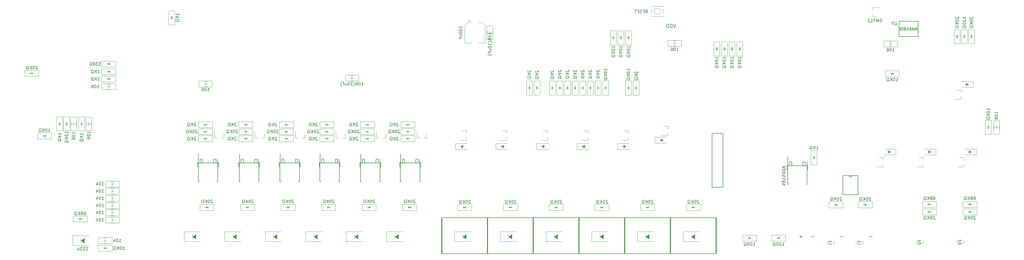
<source format=gbr>
%TF.GenerationSoftware,KiCad,Pcbnew,8.0.4*%
%TF.CreationDate,2024-10-04T20:54:15+09:00*%
%TF.ProjectId,FullHouse_Main_V6.0,46756c6c-486f-4757-9365-5f4d61696e5f,rev?*%
%TF.SameCoordinates,Original*%
%TF.FileFunction,Legend,Bot*%
%TF.FilePolarity,Positive*%
%FSLAX46Y46*%
G04 Gerber Fmt 4.6, Leading zero omitted, Abs format (unit mm)*
G04 Created by KiCad (PCBNEW 8.0.4) date 2024-10-04 20:54:15*
%MOMM*%
%LPD*%
G01*
G04 APERTURE LIST*
%ADD10C,0.200000*%
%ADD11C,0.180000*%
%ADD12C,0.150000*%
%ADD13C,0.170000*%
%ADD14C,0.120000*%
%ADD15C,0.100000*%
G04 APERTURE END LIST*
D10*
X309352857Y-143282600D02*
X310267143Y-143282600D01*
X299652857Y-143282600D02*
X300567143Y-143282600D01*
D11*
X254549999Y-72230782D02*
X254149999Y-73430782D01*
X254149999Y-73430782D02*
X253749999Y-72230782D01*
X253349999Y-73430782D02*
X253349999Y-72230782D01*
X253349999Y-72230782D02*
X253064285Y-72230782D01*
X253064285Y-72230782D02*
X252892856Y-72287925D01*
X252892856Y-72287925D02*
X252778571Y-72402211D01*
X252778571Y-72402211D02*
X252721428Y-72516497D01*
X252721428Y-72516497D02*
X252664285Y-72745068D01*
X252664285Y-72745068D02*
X252664285Y-72916497D01*
X252664285Y-72916497D02*
X252721428Y-73145068D01*
X252721428Y-73145068D02*
X252778571Y-73259354D01*
X252778571Y-73259354D02*
X252892856Y-73373640D01*
X252892856Y-73373640D02*
X253064285Y-73430782D01*
X253064285Y-73430782D02*
X253349999Y-73430782D01*
X252149999Y-73430782D02*
X252149999Y-72230782D01*
X252149999Y-72230782D02*
X251864285Y-72230782D01*
X251864285Y-72230782D02*
X251692856Y-72287925D01*
X251692856Y-72287925D02*
X251578571Y-72402211D01*
X251578571Y-72402211D02*
X251521428Y-72516497D01*
X251521428Y-72516497D02*
X251464285Y-72745068D01*
X251464285Y-72745068D02*
X251464285Y-72916497D01*
X251464285Y-72916497D02*
X251521428Y-73145068D01*
X251521428Y-73145068D02*
X251578571Y-73259354D01*
X251578571Y-73259354D02*
X251692856Y-73373640D01*
X251692856Y-73373640D02*
X251864285Y-73430782D01*
X251864285Y-73430782D02*
X252149999Y-73430782D01*
D10*
X319102857Y-143282600D02*
X320017143Y-143282600D01*
X295802857Y-143282600D02*
X296717143Y-143282600D01*
X296260000Y-143739742D02*
X296260000Y-142825457D01*
D12*
X280360095Y-146229819D02*
X280931523Y-146229819D01*
X280645809Y-146229819D02*
X280645809Y-145229819D01*
X280645809Y-145229819D02*
X280741047Y-145372676D01*
X280741047Y-145372676D02*
X280836285Y-145467914D01*
X280836285Y-145467914D02*
X280931523Y-145515533D01*
X279741047Y-145229819D02*
X279645809Y-145229819D01*
X279645809Y-145229819D02*
X279550571Y-145277438D01*
X279550571Y-145277438D02*
X279502952Y-145325057D01*
X279502952Y-145325057D02*
X279455333Y-145420295D01*
X279455333Y-145420295D02*
X279407714Y-145610771D01*
X279407714Y-145610771D02*
X279407714Y-145848866D01*
X279407714Y-145848866D02*
X279455333Y-146039342D01*
X279455333Y-146039342D02*
X279502952Y-146134580D01*
X279502952Y-146134580D02*
X279550571Y-146182200D01*
X279550571Y-146182200D02*
X279645809Y-146229819D01*
X279645809Y-146229819D02*
X279741047Y-146229819D01*
X279741047Y-146229819D02*
X279836285Y-146182200D01*
X279836285Y-146182200D02*
X279883904Y-146134580D01*
X279883904Y-146134580D02*
X279931523Y-146039342D01*
X279931523Y-146039342D02*
X279979142Y-145848866D01*
X279979142Y-145848866D02*
X279979142Y-145610771D01*
X279979142Y-145610771D02*
X279931523Y-145420295D01*
X279931523Y-145420295D02*
X279883904Y-145325057D01*
X279883904Y-145325057D02*
X279836285Y-145277438D01*
X279836285Y-145277438D02*
X279741047Y-145229819D01*
X278788666Y-145229819D02*
X278693428Y-145229819D01*
X278693428Y-145229819D02*
X278598190Y-145277438D01*
X278598190Y-145277438D02*
X278550571Y-145325057D01*
X278550571Y-145325057D02*
X278502952Y-145420295D01*
X278502952Y-145420295D02*
X278455333Y-145610771D01*
X278455333Y-145610771D02*
X278455333Y-145848866D01*
X278455333Y-145848866D02*
X278502952Y-146039342D01*
X278502952Y-146039342D02*
X278550571Y-146134580D01*
X278550571Y-146134580D02*
X278598190Y-146182200D01*
X278598190Y-146182200D02*
X278693428Y-146229819D01*
X278693428Y-146229819D02*
X278788666Y-146229819D01*
X278788666Y-146229819D02*
X278883904Y-146182200D01*
X278883904Y-146182200D02*
X278931523Y-146134580D01*
X278931523Y-146134580D02*
X278979142Y-146039342D01*
X278979142Y-146039342D02*
X279026761Y-145848866D01*
X279026761Y-145848866D02*
X279026761Y-145610771D01*
X279026761Y-145610771D02*
X278979142Y-145420295D01*
X278979142Y-145420295D02*
X278931523Y-145325057D01*
X278931523Y-145325057D02*
X278883904Y-145277438D01*
X278883904Y-145277438D02*
X278788666Y-145229819D01*
X278074380Y-146229819D02*
X277836285Y-146229819D01*
X277836285Y-146229819D02*
X277836285Y-146039342D01*
X277836285Y-146039342D02*
X277931523Y-145991723D01*
X277931523Y-145991723D02*
X278026761Y-145896485D01*
X278026761Y-145896485D02*
X278074380Y-145753628D01*
X278074380Y-145753628D02*
X278074380Y-145515533D01*
X278074380Y-145515533D02*
X278026761Y-145372676D01*
X278026761Y-145372676D02*
X277931523Y-145277438D01*
X277931523Y-145277438D02*
X277788666Y-145229819D01*
X277788666Y-145229819D02*
X277598190Y-145229819D01*
X277598190Y-145229819D02*
X277455333Y-145277438D01*
X277455333Y-145277438D02*
X277360095Y-145372676D01*
X277360095Y-145372676D02*
X277312476Y-145515533D01*
X277312476Y-145515533D02*
X277312476Y-145753628D01*
X277312476Y-145753628D02*
X277360095Y-145896485D01*
X277360095Y-145896485D02*
X277455333Y-145991723D01*
X277455333Y-145991723D02*
X277550571Y-146039342D01*
X277550571Y-146039342D02*
X277550571Y-146229819D01*
X277550571Y-146229819D02*
X277312476Y-146229819D01*
X193004819Y-75783332D02*
X193004819Y-75211904D01*
X193004819Y-75497618D02*
X192004819Y-75497618D01*
X192004819Y-75497618D02*
X192147676Y-75402380D01*
X192147676Y-75402380D02*
X192242914Y-75307142D01*
X192242914Y-75307142D02*
X192290533Y-75211904D01*
X192004819Y-76402380D02*
X192004819Y-76497618D01*
X192004819Y-76497618D02*
X192052438Y-76592856D01*
X192052438Y-76592856D02*
X192100057Y-76640475D01*
X192100057Y-76640475D02*
X192195295Y-76688094D01*
X192195295Y-76688094D02*
X192385771Y-76735713D01*
X192385771Y-76735713D02*
X192623866Y-76735713D01*
X192623866Y-76735713D02*
X192814342Y-76688094D01*
X192814342Y-76688094D02*
X192909580Y-76640475D01*
X192909580Y-76640475D02*
X192957200Y-76592856D01*
X192957200Y-76592856D02*
X193004819Y-76497618D01*
X193004819Y-76497618D02*
X193004819Y-76402380D01*
X193004819Y-76402380D02*
X192957200Y-76307142D01*
X192957200Y-76307142D02*
X192909580Y-76259523D01*
X192909580Y-76259523D02*
X192814342Y-76211904D01*
X192814342Y-76211904D02*
X192623866Y-76164285D01*
X192623866Y-76164285D02*
X192385771Y-76164285D01*
X192385771Y-76164285D02*
X192195295Y-76211904D01*
X192195295Y-76211904D02*
X192100057Y-76259523D01*
X192100057Y-76259523D02*
X192052438Y-76307142D01*
X192052438Y-76307142D02*
X192004819Y-76402380D01*
X192004819Y-77592856D02*
X192004819Y-77402380D01*
X192004819Y-77402380D02*
X192052438Y-77307142D01*
X192052438Y-77307142D02*
X192100057Y-77259523D01*
X192100057Y-77259523D02*
X192242914Y-77164285D01*
X192242914Y-77164285D02*
X192433390Y-77116666D01*
X192433390Y-77116666D02*
X192814342Y-77116666D01*
X192814342Y-77116666D02*
X192909580Y-77164285D01*
X192909580Y-77164285D02*
X192957200Y-77211904D01*
X192957200Y-77211904D02*
X193004819Y-77307142D01*
X193004819Y-77307142D02*
X193004819Y-77497618D01*
X193004819Y-77497618D02*
X192957200Y-77592856D01*
X192957200Y-77592856D02*
X192909580Y-77640475D01*
X192909580Y-77640475D02*
X192814342Y-77688094D01*
X192814342Y-77688094D02*
X192576247Y-77688094D01*
X192576247Y-77688094D02*
X192481009Y-77640475D01*
X192481009Y-77640475D02*
X192433390Y-77592856D01*
X192433390Y-77592856D02*
X192385771Y-77497618D01*
X192385771Y-77497618D02*
X192385771Y-77307142D01*
X192385771Y-77307142D02*
X192433390Y-77211904D01*
X192433390Y-77211904D02*
X192481009Y-77164285D01*
X192481009Y-77164285D02*
X192576247Y-77116666D01*
X193385771Y-78402380D02*
X193338152Y-78354761D01*
X193338152Y-78354761D02*
X193195295Y-78259523D01*
X193195295Y-78259523D02*
X193100057Y-78211904D01*
X193100057Y-78211904D02*
X192957200Y-78164285D01*
X192957200Y-78164285D02*
X192719104Y-78116666D01*
X192719104Y-78116666D02*
X192528628Y-78116666D01*
X192528628Y-78116666D02*
X192290533Y-78164285D01*
X192290533Y-78164285D02*
X192147676Y-78211904D01*
X192147676Y-78211904D02*
X192052438Y-78259523D01*
X192052438Y-78259523D02*
X191909580Y-78354761D01*
X191909580Y-78354761D02*
X191861961Y-78402380D01*
X193004819Y-79307142D02*
X193004819Y-78735714D01*
X193004819Y-79021428D02*
X192004819Y-79021428D01*
X192004819Y-79021428D02*
X192147676Y-78926190D01*
X192147676Y-78926190D02*
X192242914Y-78830952D01*
X192242914Y-78830952D02*
X192290533Y-78735714D01*
X192004819Y-79926190D02*
X192004819Y-80021428D01*
X192004819Y-80021428D02*
X192052438Y-80116666D01*
X192052438Y-80116666D02*
X192100057Y-80164285D01*
X192100057Y-80164285D02*
X192195295Y-80211904D01*
X192195295Y-80211904D02*
X192385771Y-80259523D01*
X192385771Y-80259523D02*
X192623866Y-80259523D01*
X192623866Y-80259523D02*
X192814342Y-80211904D01*
X192814342Y-80211904D02*
X192909580Y-80164285D01*
X192909580Y-80164285D02*
X192957200Y-80116666D01*
X192957200Y-80116666D02*
X193004819Y-80021428D01*
X193004819Y-80021428D02*
X193004819Y-79926190D01*
X193004819Y-79926190D02*
X192957200Y-79830952D01*
X192957200Y-79830952D02*
X192909580Y-79783333D01*
X192909580Y-79783333D02*
X192814342Y-79735714D01*
X192814342Y-79735714D02*
X192623866Y-79688095D01*
X192623866Y-79688095D02*
X192385771Y-79688095D01*
X192385771Y-79688095D02*
X192195295Y-79735714D01*
X192195295Y-79735714D02*
X192100057Y-79783333D01*
X192100057Y-79783333D02*
X192052438Y-79830952D01*
X192052438Y-79830952D02*
X192004819Y-79926190D01*
X192338152Y-81116666D02*
X193004819Y-81116666D01*
X192338152Y-80688095D02*
X192861961Y-80688095D01*
X192861961Y-80688095D02*
X192957200Y-80735714D01*
X192957200Y-80735714D02*
X193004819Y-80830952D01*
X193004819Y-80830952D02*
X193004819Y-80973809D01*
X193004819Y-80973809D02*
X192957200Y-81069047D01*
X192957200Y-81069047D02*
X192909580Y-81116666D01*
X192481009Y-81926190D02*
X192481009Y-81592857D01*
X193004819Y-81592857D02*
X192004819Y-81592857D01*
X192004819Y-81592857D02*
X192004819Y-82069047D01*
X193385771Y-82354762D02*
X193338152Y-82402381D01*
X193338152Y-82402381D02*
X193195295Y-82497619D01*
X193195295Y-82497619D02*
X193100057Y-82545238D01*
X193100057Y-82545238D02*
X192957200Y-82592857D01*
X192957200Y-82592857D02*
X192719104Y-82640476D01*
X192719104Y-82640476D02*
X192528628Y-82640476D01*
X192528628Y-82640476D02*
X192290533Y-82592857D01*
X192290533Y-82592857D02*
X192147676Y-82545238D01*
X192147676Y-82545238D02*
X192052438Y-82497619D01*
X192052438Y-82497619D02*
X191909580Y-82402381D01*
X191909580Y-82402381D02*
X191861961Y-82354762D01*
X240970057Y-88134875D02*
X240922438Y-88182494D01*
X240922438Y-88182494D02*
X240874819Y-88277732D01*
X240874819Y-88277732D02*
X240874819Y-88515827D01*
X240874819Y-88515827D02*
X240922438Y-88611065D01*
X240922438Y-88611065D02*
X240970057Y-88658684D01*
X240970057Y-88658684D02*
X241065295Y-88706303D01*
X241065295Y-88706303D02*
X241160533Y-88706303D01*
X241160533Y-88706303D02*
X241303390Y-88658684D01*
X241303390Y-88658684D02*
X241874819Y-88087256D01*
X241874819Y-88087256D02*
X241874819Y-88706303D01*
X241874819Y-89134875D02*
X240874819Y-89134875D01*
X241874819Y-89706303D02*
X241303390Y-89277732D01*
X240874819Y-89706303D02*
X241446247Y-89134875D01*
X241874819Y-90087256D02*
X241874819Y-90325351D01*
X241874819Y-90325351D02*
X241684342Y-90325351D01*
X241684342Y-90325351D02*
X241636723Y-90230113D01*
X241636723Y-90230113D02*
X241541485Y-90134875D01*
X241541485Y-90134875D02*
X241398628Y-90087256D01*
X241398628Y-90087256D02*
X241160533Y-90087256D01*
X241160533Y-90087256D02*
X241017676Y-90134875D01*
X241017676Y-90134875D02*
X240922438Y-90230113D01*
X240922438Y-90230113D02*
X240874819Y-90372970D01*
X240874819Y-90372970D02*
X240874819Y-90563446D01*
X240874819Y-90563446D02*
X240922438Y-90706303D01*
X240922438Y-90706303D02*
X241017676Y-90801541D01*
X241017676Y-90801541D02*
X241160533Y-90849160D01*
X241160533Y-90849160D02*
X241398628Y-90849160D01*
X241398628Y-90849160D02*
X241541485Y-90801541D01*
X241541485Y-90801541D02*
X241636723Y-90706303D01*
X241636723Y-90706303D02*
X241684342Y-90611065D01*
X241684342Y-90611065D02*
X241874819Y-90611065D01*
X241874819Y-90611065D02*
X241874819Y-90849160D01*
X239224819Y-87753923D02*
X239224819Y-87182495D01*
X239224819Y-87468209D02*
X238224819Y-87468209D01*
X238224819Y-87468209D02*
X238367676Y-87372971D01*
X238367676Y-87372971D02*
X238462914Y-87277733D01*
X238462914Y-87277733D02*
X238510533Y-87182495D01*
X238224819Y-88372971D02*
X238224819Y-88468209D01*
X238224819Y-88468209D02*
X238272438Y-88563447D01*
X238272438Y-88563447D02*
X238320057Y-88611066D01*
X238320057Y-88611066D02*
X238415295Y-88658685D01*
X238415295Y-88658685D02*
X238605771Y-88706304D01*
X238605771Y-88706304D02*
X238843866Y-88706304D01*
X238843866Y-88706304D02*
X239034342Y-88658685D01*
X239034342Y-88658685D02*
X239129580Y-88611066D01*
X239129580Y-88611066D02*
X239177200Y-88563447D01*
X239177200Y-88563447D02*
X239224819Y-88468209D01*
X239224819Y-88468209D02*
X239224819Y-88372971D01*
X239224819Y-88372971D02*
X239177200Y-88277733D01*
X239177200Y-88277733D02*
X239129580Y-88230114D01*
X239129580Y-88230114D02*
X239034342Y-88182495D01*
X239034342Y-88182495D02*
X238843866Y-88134876D01*
X238843866Y-88134876D02*
X238605771Y-88134876D01*
X238605771Y-88134876D02*
X238415295Y-88182495D01*
X238415295Y-88182495D02*
X238320057Y-88230114D01*
X238320057Y-88230114D02*
X238272438Y-88277733D01*
X238272438Y-88277733D02*
X238224819Y-88372971D01*
X239224819Y-89134876D02*
X238224819Y-89134876D01*
X239224819Y-89706304D02*
X238653390Y-89277733D01*
X238224819Y-89706304D02*
X238796247Y-89134876D01*
X239224819Y-90087257D02*
X239224819Y-90325352D01*
X239224819Y-90325352D02*
X239034342Y-90325352D01*
X239034342Y-90325352D02*
X238986723Y-90230114D01*
X238986723Y-90230114D02*
X238891485Y-90134876D01*
X238891485Y-90134876D02*
X238748628Y-90087257D01*
X238748628Y-90087257D02*
X238510533Y-90087257D01*
X238510533Y-90087257D02*
X238367676Y-90134876D01*
X238367676Y-90134876D02*
X238272438Y-90230114D01*
X238272438Y-90230114D02*
X238224819Y-90372971D01*
X238224819Y-90372971D02*
X238224819Y-90563447D01*
X238224819Y-90563447D02*
X238272438Y-90706304D01*
X238272438Y-90706304D02*
X238367676Y-90801542D01*
X238367676Y-90801542D02*
X238510533Y-90849161D01*
X238510533Y-90849161D02*
X238748628Y-90849161D01*
X238748628Y-90849161D02*
X238891485Y-90801542D01*
X238891485Y-90801542D02*
X238986723Y-90706304D01*
X238986723Y-90706304D02*
X239034342Y-90611066D01*
X239034342Y-90611066D02*
X239224819Y-90611066D01*
X239224819Y-90611066D02*
X239224819Y-90849161D01*
X62907142Y-85039819D02*
X62288095Y-85039819D01*
X62288095Y-85039819D02*
X62621428Y-85420771D01*
X62621428Y-85420771D02*
X62478571Y-85420771D01*
X62478571Y-85420771D02*
X62383333Y-85468390D01*
X62383333Y-85468390D02*
X62335714Y-85516009D01*
X62335714Y-85516009D02*
X62288095Y-85611247D01*
X62288095Y-85611247D02*
X62288095Y-85849342D01*
X62288095Y-85849342D02*
X62335714Y-85944580D01*
X62335714Y-85944580D02*
X62383333Y-85992200D01*
X62383333Y-85992200D02*
X62478571Y-86039819D01*
X62478571Y-86039819D02*
X62764285Y-86039819D01*
X62764285Y-86039819D02*
X62859523Y-85992200D01*
X62859523Y-85992200D02*
X62907142Y-85944580D01*
X61954761Y-85039819D02*
X61335714Y-85039819D01*
X61335714Y-85039819D02*
X61669047Y-85420771D01*
X61669047Y-85420771D02*
X61526190Y-85420771D01*
X61526190Y-85420771D02*
X61430952Y-85468390D01*
X61430952Y-85468390D02*
X61383333Y-85516009D01*
X61383333Y-85516009D02*
X61335714Y-85611247D01*
X61335714Y-85611247D02*
X61335714Y-85849342D01*
X61335714Y-85849342D02*
X61383333Y-85944580D01*
X61383333Y-85944580D02*
X61430952Y-85992200D01*
X61430952Y-85992200D02*
X61526190Y-86039819D01*
X61526190Y-86039819D02*
X61811904Y-86039819D01*
X61811904Y-86039819D02*
X61907142Y-85992200D01*
X61907142Y-85992200D02*
X61954761Y-85944580D01*
X60716666Y-85039819D02*
X60621428Y-85039819D01*
X60621428Y-85039819D02*
X60526190Y-85087438D01*
X60526190Y-85087438D02*
X60478571Y-85135057D01*
X60478571Y-85135057D02*
X60430952Y-85230295D01*
X60430952Y-85230295D02*
X60383333Y-85420771D01*
X60383333Y-85420771D02*
X60383333Y-85658866D01*
X60383333Y-85658866D02*
X60430952Y-85849342D01*
X60430952Y-85849342D02*
X60478571Y-85944580D01*
X60478571Y-85944580D02*
X60526190Y-85992200D01*
X60526190Y-85992200D02*
X60621428Y-86039819D01*
X60621428Y-86039819D02*
X60716666Y-86039819D01*
X60716666Y-86039819D02*
X60811904Y-85992200D01*
X60811904Y-85992200D02*
X60859523Y-85944580D01*
X60859523Y-85944580D02*
X60907142Y-85849342D01*
X60907142Y-85849342D02*
X60954761Y-85658866D01*
X60954761Y-85658866D02*
X60954761Y-85420771D01*
X60954761Y-85420771D02*
X60907142Y-85230295D01*
X60907142Y-85230295D02*
X60859523Y-85135057D01*
X60859523Y-85135057D02*
X60811904Y-85087438D01*
X60811904Y-85087438D02*
X60716666Y-85039819D01*
X60002380Y-86039819D02*
X59764285Y-86039819D01*
X59764285Y-86039819D02*
X59764285Y-85849342D01*
X59764285Y-85849342D02*
X59859523Y-85801723D01*
X59859523Y-85801723D02*
X59954761Y-85706485D01*
X59954761Y-85706485D02*
X60002380Y-85563628D01*
X60002380Y-85563628D02*
X60002380Y-85325533D01*
X60002380Y-85325533D02*
X59954761Y-85182676D01*
X59954761Y-85182676D02*
X59859523Y-85087438D01*
X59859523Y-85087438D02*
X59716666Y-85039819D01*
X59716666Y-85039819D02*
X59526190Y-85039819D01*
X59526190Y-85039819D02*
X59383333Y-85087438D01*
X59383333Y-85087438D02*
X59288095Y-85182676D01*
X59288095Y-85182676D02*
X59240476Y-85325533D01*
X59240476Y-85325533D02*
X59240476Y-85563628D01*
X59240476Y-85563628D02*
X59288095Y-85706485D01*
X59288095Y-85706485D02*
X59383333Y-85801723D01*
X59383333Y-85801723D02*
X59478571Y-85849342D01*
X59478571Y-85849342D02*
X59478571Y-86039819D01*
X59478571Y-86039819D02*
X59240476Y-86039819D01*
X351154819Y-70486904D02*
X351154819Y-69915476D01*
X351154819Y-70201190D02*
X350154819Y-70201190D01*
X350154819Y-70201190D02*
X350297676Y-70105952D01*
X350297676Y-70105952D02*
X350392914Y-70010714D01*
X350392914Y-70010714D02*
X350440533Y-69915476D01*
X350250057Y-70867857D02*
X350202438Y-70915476D01*
X350202438Y-70915476D02*
X350154819Y-71010714D01*
X350154819Y-71010714D02*
X350154819Y-71248809D01*
X350154819Y-71248809D02*
X350202438Y-71344047D01*
X350202438Y-71344047D02*
X350250057Y-71391666D01*
X350250057Y-71391666D02*
X350345295Y-71439285D01*
X350345295Y-71439285D02*
X350440533Y-71439285D01*
X350440533Y-71439285D02*
X350583390Y-71391666D01*
X350583390Y-71391666D02*
X351154819Y-70820238D01*
X351154819Y-70820238D02*
X351154819Y-71439285D01*
X350154819Y-72058333D02*
X350154819Y-72153571D01*
X350154819Y-72153571D02*
X350202438Y-72248809D01*
X350202438Y-72248809D02*
X350250057Y-72296428D01*
X350250057Y-72296428D02*
X350345295Y-72344047D01*
X350345295Y-72344047D02*
X350535771Y-72391666D01*
X350535771Y-72391666D02*
X350773866Y-72391666D01*
X350773866Y-72391666D02*
X350964342Y-72344047D01*
X350964342Y-72344047D02*
X351059580Y-72296428D01*
X351059580Y-72296428D02*
X351107200Y-72248809D01*
X351107200Y-72248809D02*
X351154819Y-72153571D01*
X351154819Y-72153571D02*
X351154819Y-72058333D01*
X351154819Y-72058333D02*
X351107200Y-71963095D01*
X351107200Y-71963095D02*
X351059580Y-71915476D01*
X351059580Y-71915476D02*
X350964342Y-71867857D01*
X350964342Y-71867857D02*
X350773866Y-71820238D01*
X350773866Y-71820238D02*
X350535771Y-71820238D01*
X350535771Y-71820238D02*
X350345295Y-71867857D01*
X350345295Y-71867857D02*
X350250057Y-71915476D01*
X350250057Y-71915476D02*
X350202438Y-71963095D01*
X350202438Y-71963095D02*
X350154819Y-72058333D01*
X351154819Y-72772619D02*
X351154819Y-73010714D01*
X351154819Y-73010714D02*
X350964342Y-73010714D01*
X350964342Y-73010714D02*
X350916723Y-72915476D01*
X350916723Y-72915476D02*
X350821485Y-72820238D01*
X350821485Y-72820238D02*
X350678628Y-72772619D01*
X350678628Y-72772619D02*
X350440533Y-72772619D01*
X350440533Y-72772619D02*
X350297676Y-72820238D01*
X350297676Y-72820238D02*
X350202438Y-72915476D01*
X350202438Y-72915476D02*
X350154819Y-73058333D01*
X350154819Y-73058333D02*
X350154819Y-73248809D01*
X350154819Y-73248809D02*
X350202438Y-73391666D01*
X350202438Y-73391666D02*
X350297676Y-73486904D01*
X350297676Y-73486904D02*
X350440533Y-73534523D01*
X350440533Y-73534523D02*
X350678628Y-73534523D01*
X350678628Y-73534523D02*
X350821485Y-73486904D01*
X350821485Y-73486904D02*
X350916723Y-73391666D01*
X350916723Y-73391666D02*
X350964342Y-73296428D01*
X350964342Y-73296428D02*
X351154819Y-73296428D01*
X351154819Y-73296428D02*
X351154819Y-73534523D01*
X205300057Y-87787857D02*
X205252438Y-87835476D01*
X205252438Y-87835476D02*
X205204819Y-87930714D01*
X205204819Y-87930714D02*
X205204819Y-88168809D01*
X205204819Y-88168809D02*
X205252438Y-88264047D01*
X205252438Y-88264047D02*
X205300057Y-88311666D01*
X205300057Y-88311666D02*
X205395295Y-88359285D01*
X205395295Y-88359285D02*
X205490533Y-88359285D01*
X205490533Y-88359285D02*
X205633390Y-88311666D01*
X205633390Y-88311666D02*
X206204819Y-87740238D01*
X206204819Y-87740238D02*
X206204819Y-88359285D01*
X206204819Y-88787857D02*
X205204819Y-88787857D01*
X206204819Y-89359285D02*
X205633390Y-88930714D01*
X205204819Y-89359285D02*
X205776247Y-88787857D01*
X206204819Y-89740238D02*
X206204819Y-89978333D01*
X206204819Y-89978333D02*
X206014342Y-89978333D01*
X206014342Y-89978333D02*
X205966723Y-89883095D01*
X205966723Y-89883095D02*
X205871485Y-89787857D01*
X205871485Y-89787857D02*
X205728628Y-89740238D01*
X205728628Y-89740238D02*
X205490533Y-89740238D01*
X205490533Y-89740238D02*
X205347676Y-89787857D01*
X205347676Y-89787857D02*
X205252438Y-89883095D01*
X205252438Y-89883095D02*
X205204819Y-90025952D01*
X205204819Y-90025952D02*
X205204819Y-90216428D01*
X205204819Y-90216428D02*
X205252438Y-90359285D01*
X205252438Y-90359285D02*
X205347676Y-90454523D01*
X205347676Y-90454523D02*
X205490533Y-90502142D01*
X205490533Y-90502142D02*
X205728628Y-90502142D01*
X205728628Y-90502142D02*
X205871485Y-90454523D01*
X205871485Y-90454523D02*
X205966723Y-90359285D01*
X205966723Y-90359285D02*
X206014342Y-90264047D01*
X206014342Y-90264047D02*
X206204819Y-90264047D01*
X206204819Y-90264047D02*
X206204819Y-90502142D01*
X70207142Y-147584405D02*
X70778570Y-147584405D01*
X70492856Y-147584405D02*
X70492856Y-146584405D01*
X70492856Y-146584405D02*
X70588094Y-146727262D01*
X70588094Y-146727262D02*
X70683332Y-146822500D01*
X70683332Y-146822500D02*
X70778570Y-146870119D01*
X69588094Y-146584405D02*
X69492856Y-146584405D01*
X69492856Y-146584405D02*
X69397618Y-146632024D01*
X69397618Y-146632024D02*
X69349999Y-146679643D01*
X69349999Y-146679643D02*
X69302380Y-146774881D01*
X69302380Y-146774881D02*
X69254761Y-146965357D01*
X69254761Y-146965357D02*
X69254761Y-147203452D01*
X69254761Y-147203452D02*
X69302380Y-147393928D01*
X69302380Y-147393928D02*
X69349999Y-147489166D01*
X69349999Y-147489166D02*
X69397618Y-147536786D01*
X69397618Y-147536786D02*
X69492856Y-147584405D01*
X69492856Y-147584405D02*
X69588094Y-147584405D01*
X69588094Y-147584405D02*
X69683332Y-147536786D01*
X69683332Y-147536786D02*
X69730951Y-147489166D01*
X69730951Y-147489166D02*
X69778570Y-147393928D01*
X69778570Y-147393928D02*
X69826189Y-147203452D01*
X69826189Y-147203452D02*
X69826189Y-146965357D01*
X69826189Y-146965357D02*
X69778570Y-146774881D01*
X69778570Y-146774881D02*
X69730951Y-146679643D01*
X69730951Y-146679643D02*
X69683332Y-146632024D01*
X69683332Y-146632024D02*
X69588094Y-146584405D01*
X68826189Y-147584405D02*
X68826189Y-146584405D01*
X68254761Y-147584405D02*
X68683332Y-147012976D01*
X68254761Y-146584405D02*
X68826189Y-147155833D01*
X67873808Y-147584405D02*
X67635713Y-147584405D01*
X67635713Y-147584405D02*
X67635713Y-147393928D01*
X67635713Y-147393928D02*
X67730951Y-147346309D01*
X67730951Y-147346309D02*
X67826189Y-147251071D01*
X67826189Y-147251071D02*
X67873808Y-147108214D01*
X67873808Y-147108214D02*
X67873808Y-146870119D01*
X67873808Y-146870119D02*
X67826189Y-146727262D01*
X67826189Y-146727262D02*
X67730951Y-146632024D01*
X67730951Y-146632024D02*
X67588094Y-146584405D01*
X67588094Y-146584405D02*
X67397618Y-146584405D01*
X67397618Y-146584405D02*
X67254761Y-146632024D01*
X67254761Y-146632024D02*
X67159523Y-146727262D01*
X67159523Y-146727262D02*
X67111904Y-146870119D01*
X67111904Y-146870119D02*
X67111904Y-147108214D01*
X67111904Y-147108214D02*
X67159523Y-147251071D01*
X67159523Y-147251071D02*
X67254761Y-147346309D01*
X67254761Y-147346309D02*
X67349999Y-147393928D01*
X67349999Y-147393928D02*
X67349999Y-147584405D01*
X67349999Y-147584405D02*
X67111904Y-147584405D01*
X352650057Y-69891667D02*
X352602438Y-69939286D01*
X352602438Y-69939286D02*
X352554819Y-70034524D01*
X352554819Y-70034524D02*
X352554819Y-70272619D01*
X352554819Y-70272619D02*
X352602438Y-70367857D01*
X352602438Y-70367857D02*
X352650057Y-70415476D01*
X352650057Y-70415476D02*
X352745295Y-70463095D01*
X352745295Y-70463095D02*
X352840533Y-70463095D01*
X352840533Y-70463095D02*
X352983390Y-70415476D01*
X352983390Y-70415476D02*
X353554819Y-69844048D01*
X353554819Y-69844048D02*
X353554819Y-70463095D01*
X352554819Y-71082143D02*
X352554819Y-71177381D01*
X352554819Y-71177381D02*
X352602438Y-71272619D01*
X352602438Y-71272619D02*
X352650057Y-71320238D01*
X352650057Y-71320238D02*
X352745295Y-71367857D01*
X352745295Y-71367857D02*
X352935771Y-71415476D01*
X352935771Y-71415476D02*
X353173866Y-71415476D01*
X353173866Y-71415476D02*
X353364342Y-71367857D01*
X353364342Y-71367857D02*
X353459580Y-71320238D01*
X353459580Y-71320238D02*
X353507200Y-71272619D01*
X353507200Y-71272619D02*
X353554819Y-71177381D01*
X353554819Y-71177381D02*
X353554819Y-71082143D01*
X353554819Y-71082143D02*
X353507200Y-70986905D01*
X353507200Y-70986905D02*
X353459580Y-70939286D01*
X353459580Y-70939286D02*
X353364342Y-70891667D01*
X353364342Y-70891667D02*
X353173866Y-70844048D01*
X353173866Y-70844048D02*
X352935771Y-70844048D01*
X352935771Y-70844048D02*
X352745295Y-70891667D01*
X352745295Y-70891667D02*
X352650057Y-70939286D01*
X352650057Y-70939286D02*
X352602438Y-70986905D01*
X352602438Y-70986905D02*
X352554819Y-71082143D01*
X353554819Y-71844048D02*
X352554819Y-71844048D01*
X353554819Y-72415476D02*
X352983390Y-71986905D01*
X352554819Y-72415476D02*
X353126247Y-71844048D01*
X353554819Y-72796429D02*
X353554819Y-73034524D01*
X353554819Y-73034524D02*
X353364342Y-73034524D01*
X353364342Y-73034524D02*
X353316723Y-72939286D01*
X353316723Y-72939286D02*
X353221485Y-72844048D01*
X353221485Y-72844048D02*
X353078628Y-72796429D01*
X353078628Y-72796429D02*
X352840533Y-72796429D01*
X352840533Y-72796429D02*
X352697676Y-72844048D01*
X352697676Y-72844048D02*
X352602438Y-72939286D01*
X352602438Y-72939286D02*
X352554819Y-73082143D01*
X352554819Y-73082143D02*
X352554819Y-73272619D01*
X352554819Y-73272619D02*
X352602438Y-73415476D01*
X352602438Y-73415476D02*
X352697676Y-73510714D01*
X352697676Y-73510714D02*
X352840533Y-73558333D01*
X352840533Y-73558333D02*
X353078628Y-73558333D01*
X353078628Y-73558333D02*
X353221485Y-73510714D01*
X353221485Y-73510714D02*
X353316723Y-73415476D01*
X353316723Y-73415476D02*
X353364342Y-73320238D01*
X353364342Y-73320238D02*
X353554819Y-73320238D01*
X353554819Y-73320238D02*
X353554819Y-73558333D01*
X63238666Y-138150647D02*
X63810094Y-138150647D01*
X63524380Y-138150647D02*
X63524380Y-137150647D01*
X63524380Y-137150647D02*
X63619618Y-137293504D01*
X63619618Y-137293504D02*
X63714856Y-137388742D01*
X63714856Y-137388742D02*
X63810094Y-137436361D01*
X62619618Y-137150647D02*
X62524380Y-137150647D01*
X62524380Y-137150647D02*
X62429142Y-137198266D01*
X62429142Y-137198266D02*
X62381523Y-137245885D01*
X62381523Y-137245885D02*
X62333904Y-137341123D01*
X62333904Y-137341123D02*
X62286285Y-137531599D01*
X62286285Y-137531599D02*
X62286285Y-137769694D01*
X62286285Y-137769694D02*
X62333904Y-137960170D01*
X62333904Y-137960170D02*
X62381523Y-138055408D01*
X62381523Y-138055408D02*
X62429142Y-138103028D01*
X62429142Y-138103028D02*
X62524380Y-138150647D01*
X62524380Y-138150647D02*
X62619618Y-138150647D01*
X62619618Y-138150647D02*
X62714856Y-138103028D01*
X62714856Y-138103028D02*
X62762475Y-138055408D01*
X62762475Y-138055408D02*
X62810094Y-137960170D01*
X62810094Y-137960170D02*
X62857713Y-137769694D01*
X62857713Y-137769694D02*
X62857713Y-137531599D01*
X62857713Y-137531599D02*
X62810094Y-137341123D01*
X62810094Y-137341123D02*
X62762475Y-137245885D01*
X62762475Y-137245885D02*
X62714856Y-137198266D01*
X62714856Y-137198266D02*
X62619618Y-137150647D01*
X61429142Y-137483980D02*
X61429142Y-138150647D01*
X61667237Y-137103028D02*
X61905332Y-137817313D01*
X61905332Y-137817313D02*
X61286285Y-137817313D01*
X94494142Y-105385057D02*
X94446523Y-105337438D01*
X94446523Y-105337438D02*
X94351285Y-105289819D01*
X94351285Y-105289819D02*
X94113190Y-105289819D01*
X94113190Y-105289819D02*
X94017952Y-105337438D01*
X94017952Y-105337438D02*
X93970333Y-105385057D01*
X93970333Y-105385057D02*
X93922714Y-105480295D01*
X93922714Y-105480295D02*
X93922714Y-105575533D01*
X93922714Y-105575533D02*
X93970333Y-105718390D01*
X93970333Y-105718390D02*
X94541761Y-106289819D01*
X94541761Y-106289819D02*
X93922714Y-106289819D01*
X93494142Y-106289819D02*
X93494142Y-105289819D01*
X92922714Y-106289819D02*
X93351285Y-105718390D01*
X92922714Y-105289819D02*
X93494142Y-105861247D01*
X92541761Y-106289819D02*
X92303666Y-106289819D01*
X92303666Y-106289819D02*
X92303666Y-106099342D01*
X92303666Y-106099342D02*
X92398904Y-106051723D01*
X92398904Y-106051723D02*
X92494142Y-105956485D01*
X92494142Y-105956485D02*
X92541761Y-105813628D01*
X92541761Y-105813628D02*
X92541761Y-105575533D01*
X92541761Y-105575533D02*
X92494142Y-105432676D01*
X92494142Y-105432676D02*
X92398904Y-105337438D01*
X92398904Y-105337438D02*
X92256047Y-105289819D01*
X92256047Y-105289819D02*
X92065571Y-105289819D01*
X92065571Y-105289819D02*
X91922714Y-105337438D01*
X91922714Y-105337438D02*
X91827476Y-105432676D01*
X91827476Y-105432676D02*
X91779857Y-105575533D01*
X91779857Y-105575533D02*
X91779857Y-105813628D01*
X91779857Y-105813628D02*
X91827476Y-105956485D01*
X91827476Y-105956485D02*
X91922714Y-106051723D01*
X91922714Y-106051723D02*
X92017952Y-106099342D01*
X92017952Y-106099342D02*
X92017952Y-106289819D01*
X92017952Y-106289819D02*
X91779857Y-106289819D01*
X239254819Y-80158509D02*
X239254819Y-79587081D01*
X239254819Y-79872795D02*
X238254819Y-79872795D01*
X238254819Y-79872795D02*
X238397676Y-79777557D01*
X238397676Y-79777557D02*
X238492914Y-79682319D01*
X238492914Y-79682319D02*
X238540533Y-79587081D01*
X238254819Y-80777557D02*
X238254819Y-80872795D01*
X238254819Y-80872795D02*
X238302438Y-80968033D01*
X238302438Y-80968033D02*
X238350057Y-81015652D01*
X238350057Y-81015652D02*
X238445295Y-81063271D01*
X238445295Y-81063271D02*
X238635771Y-81110890D01*
X238635771Y-81110890D02*
X238873866Y-81110890D01*
X238873866Y-81110890D02*
X239064342Y-81063271D01*
X239064342Y-81063271D02*
X239159580Y-81015652D01*
X239159580Y-81015652D02*
X239207200Y-80968033D01*
X239207200Y-80968033D02*
X239254819Y-80872795D01*
X239254819Y-80872795D02*
X239254819Y-80777557D01*
X239254819Y-80777557D02*
X239207200Y-80682319D01*
X239207200Y-80682319D02*
X239159580Y-80634700D01*
X239159580Y-80634700D02*
X239064342Y-80587081D01*
X239064342Y-80587081D02*
X238873866Y-80539462D01*
X238873866Y-80539462D02*
X238635771Y-80539462D01*
X238635771Y-80539462D02*
X238445295Y-80587081D01*
X238445295Y-80587081D02*
X238350057Y-80634700D01*
X238350057Y-80634700D02*
X238302438Y-80682319D01*
X238302438Y-80682319D02*
X238254819Y-80777557D01*
X239254819Y-81539462D02*
X238254819Y-81539462D01*
X239254819Y-82110890D02*
X238683390Y-81682319D01*
X238254819Y-82110890D02*
X238826247Y-81539462D01*
X239254819Y-82491843D02*
X239254819Y-82729938D01*
X239254819Y-82729938D02*
X239064342Y-82729938D01*
X239064342Y-82729938D02*
X239016723Y-82634700D01*
X239016723Y-82634700D02*
X238921485Y-82539462D01*
X238921485Y-82539462D02*
X238778628Y-82491843D01*
X238778628Y-82491843D02*
X238540533Y-82491843D01*
X238540533Y-82491843D02*
X238397676Y-82539462D01*
X238397676Y-82539462D02*
X238302438Y-82634700D01*
X238302438Y-82634700D02*
X238254819Y-82777557D01*
X238254819Y-82777557D02*
X238254819Y-82968033D01*
X238254819Y-82968033D02*
X238302438Y-83110890D01*
X238302438Y-83110890D02*
X238397676Y-83206128D01*
X238397676Y-83206128D02*
X238540533Y-83253747D01*
X238540533Y-83253747D02*
X238778628Y-83253747D01*
X238778628Y-83253747D02*
X238921485Y-83206128D01*
X238921485Y-83206128D02*
X239016723Y-83110890D01*
X239016723Y-83110890D02*
X239064342Y-83015652D01*
X239064342Y-83015652D02*
X239254819Y-83015652D01*
X239254819Y-83015652D02*
X239254819Y-83253747D01*
X69016666Y-145029819D02*
X69588094Y-145029819D01*
X69302380Y-145029819D02*
X69302380Y-144029819D01*
X69302380Y-144029819D02*
X69397618Y-144172676D01*
X69397618Y-144172676D02*
X69492856Y-144267914D01*
X69492856Y-144267914D02*
X69588094Y-144315533D01*
X68397618Y-144029819D02*
X68302380Y-144029819D01*
X68302380Y-144029819D02*
X68207142Y-144077438D01*
X68207142Y-144077438D02*
X68159523Y-144125057D01*
X68159523Y-144125057D02*
X68111904Y-144220295D01*
X68111904Y-144220295D02*
X68064285Y-144410771D01*
X68064285Y-144410771D02*
X68064285Y-144648866D01*
X68064285Y-144648866D02*
X68111904Y-144839342D01*
X68111904Y-144839342D02*
X68159523Y-144934580D01*
X68159523Y-144934580D02*
X68207142Y-144982200D01*
X68207142Y-144982200D02*
X68302380Y-145029819D01*
X68302380Y-145029819D02*
X68397618Y-145029819D01*
X68397618Y-145029819D02*
X68492856Y-144982200D01*
X68492856Y-144982200D02*
X68540475Y-144934580D01*
X68540475Y-144934580D02*
X68588094Y-144839342D01*
X68588094Y-144839342D02*
X68635713Y-144648866D01*
X68635713Y-144648866D02*
X68635713Y-144410771D01*
X68635713Y-144410771D02*
X68588094Y-144220295D01*
X68588094Y-144220295D02*
X68540475Y-144125057D01*
X68540475Y-144125057D02*
X68492856Y-144077438D01*
X68492856Y-144077438D02*
X68397618Y-144029819D01*
X67207142Y-144363152D02*
X67207142Y-145029819D01*
X67445237Y-143982200D02*
X67683332Y-144696485D01*
X67683332Y-144696485D02*
X67064285Y-144696485D01*
X56954819Y-109289285D02*
X56954819Y-108717857D01*
X56954819Y-109003571D02*
X55954819Y-109003571D01*
X55954819Y-109003571D02*
X56097676Y-108908333D01*
X56097676Y-108908333D02*
X56192914Y-108813095D01*
X56192914Y-108813095D02*
X56240533Y-108717857D01*
X56954819Y-109717857D02*
X55954819Y-109717857D01*
X56954819Y-110289285D02*
X56383390Y-109860714D01*
X55954819Y-110289285D02*
X56526247Y-109717857D01*
X56954819Y-110670238D02*
X56954819Y-110908333D01*
X56954819Y-110908333D02*
X56764342Y-110908333D01*
X56764342Y-110908333D02*
X56716723Y-110813095D01*
X56716723Y-110813095D02*
X56621485Y-110717857D01*
X56621485Y-110717857D02*
X56478628Y-110670238D01*
X56478628Y-110670238D02*
X56240533Y-110670238D01*
X56240533Y-110670238D02*
X56097676Y-110717857D01*
X56097676Y-110717857D02*
X56002438Y-110813095D01*
X56002438Y-110813095D02*
X55954819Y-110955952D01*
X55954819Y-110955952D02*
X55954819Y-111146428D01*
X55954819Y-111146428D02*
X56002438Y-111289285D01*
X56002438Y-111289285D02*
X56097676Y-111384523D01*
X56097676Y-111384523D02*
X56240533Y-111432142D01*
X56240533Y-111432142D02*
X56478628Y-111432142D01*
X56478628Y-111432142D02*
X56621485Y-111384523D01*
X56621485Y-111384523D02*
X56716723Y-111289285D01*
X56716723Y-111289285D02*
X56764342Y-111194047D01*
X56764342Y-111194047D02*
X56954819Y-111194047D01*
X56954819Y-111194047D02*
X56954819Y-111432142D01*
X108493332Y-107745057D02*
X108445713Y-107697438D01*
X108445713Y-107697438D02*
X108350475Y-107649819D01*
X108350475Y-107649819D02*
X108112380Y-107649819D01*
X108112380Y-107649819D02*
X108017142Y-107697438D01*
X108017142Y-107697438D02*
X107969523Y-107745057D01*
X107969523Y-107745057D02*
X107921904Y-107840295D01*
X107921904Y-107840295D02*
X107921904Y-107935533D01*
X107921904Y-107935533D02*
X107969523Y-108078390D01*
X107969523Y-108078390D02*
X108540951Y-108649819D01*
X108540951Y-108649819D02*
X107921904Y-108649819D01*
X107302856Y-107649819D02*
X107207618Y-107649819D01*
X107207618Y-107649819D02*
X107112380Y-107697438D01*
X107112380Y-107697438D02*
X107064761Y-107745057D01*
X107064761Y-107745057D02*
X107017142Y-107840295D01*
X107017142Y-107840295D02*
X106969523Y-108030771D01*
X106969523Y-108030771D02*
X106969523Y-108268866D01*
X106969523Y-108268866D02*
X107017142Y-108459342D01*
X107017142Y-108459342D02*
X107064761Y-108554580D01*
X107064761Y-108554580D02*
X107112380Y-108602200D01*
X107112380Y-108602200D02*
X107207618Y-108649819D01*
X107207618Y-108649819D02*
X107302856Y-108649819D01*
X107302856Y-108649819D02*
X107398094Y-108602200D01*
X107398094Y-108602200D02*
X107445713Y-108554580D01*
X107445713Y-108554580D02*
X107493332Y-108459342D01*
X107493332Y-108459342D02*
X107540951Y-108268866D01*
X107540951Y-108268866D02*
X107540951Y-108030771D01*
X107540951Y-108030771D02*
X107493332Y-107840295D01*
X107493332Y-107840295D02*
X107445713Y-107745057D01*
X107445713Y-107745057D02*
X107398094Y-107697438D01*
X107398094Y-107697438D02*
X107302856Y-107649819D01*
X106540951Y-108649819D02*
X106540951Y-107649819D01*
X105969523Y-108649819D02*
X106398094Y-108078390D01*
X105969523Y-107649819D02*
X106540951Y-108221247D01*
X105588570Y-108649819D02*
X105350475Y-108649819D01*
X105350475Y-108649819D02*
X105350475Y-108459342D01*
X105350475Y-108459342D02*
X105445713Y-108411723D01*
X105445713Y-108411723D02*
X105540951Y-108316485D01*
X105540951Y-108316485D02*
X105588570Y-108173628D01*
X105588570Y-108173628D02*
X105588570Y-107935533D01*
X105588570Y-107935533D02*
X105540951Y-107792676D01*
X105540951Y-107792676D02*
X105445713Y-107697438D01*
X105445713Y-107697438D02*
X105302856Y-107649819D01*
X105302856Y-107649819D02*
X105112380Y-107649819D01*
X105112380Y-107649819D02*
X104969523Y-107697438D01*
X104969523Y-107697438D02*
X104874285Y-107792676D01*
X104874285Y-107792676D02*
X104826666Y-107935533D01*
X104826666Y-107935533D02*
X104826666Y-108173628D01*
X104826666Y-108173628D02*
X104874285Y-108316485D01*
X104874285Y-108316485D02*
X104969523Y-108411723D01*
X104969523Y-108411723D02*
X105064761Y-108459342D01*
X105064761Y-108459342D02*
X105064761Y-108649819D01*
X105064761Y-108649819D02*
X104826666Y-108649819D01*
X49654819Y-109239285D02*
X49654819Y-108667857D01*
X49654819Y-108953571D02*
X48654819Y-108953571D01*
X48654819Y-108953571D02*
X48797676Y-108858333D01*
X48797676Y-108858333D02*
X48892914Y-108763095D01*
X48892914Y-108763095D02*
X48940533Y-108667857D01*
X49654819Y-109667857D02*
X48654819Y-109667857D01*
X49654819Y-110239285D02*
X49083390Y-109810714D01*
X48654819Y-110239285D02*
X49226247Y-109667857D01*
X49654819Y-110620238D02*
X49654819Y-110858333D01*
X49654819Y-110858333D02*
X49464342Y-110858333D01*
X49464342Y-110858333D02*
X49416723Y-110763095D01*
X49416723Y-110763095D02*
X49321485Y-110667857D01*
X49321485Y-110667857D02*
X49178628Y-110620238D01*
X49178628Y-110620238D02*
X48940533Y-110620238D01*
X48940533Y-110620238D02*
X48797676Y-110667857D01*
X48797676Y-110667857D02*
X48702438Y-110763095D01*
X48702438Y-110763095D02*
X48654819Y-110905952D01*
X48654819Y-110905952D02*
X48654819Y-111096428D01*
X48654819Y-111096428D02*
X48702438Y-111239285D01*
X48702438Y-111239285D02*
X48797676Y-111334523D01*
X48797676Y-111334523D02*
X48940533Y-111382142D01*
X48940533Y-111382142D02*
X49178628Y-111382142D01*
X49178628Y-111382142D02*
X49321485Y-111334523D01*
X49321485Y-111334523D02*
X49416723Y-111239285D01*
X49416723Y-111239285D02*
X49464342Y-111144047D01*
X49464342Y-111144047D02*
X49654819Y-111144047D01*
X49654819Y-111144047D02*
X49654819Y-111382142D01*
X61706666Y-93579819D02*
X62278094Y-93579819D01*
X61992380Y-93579819D02*
X61992380Y-92579819D01*
X61992380Y-92579819D02*
X62087618Y-92722676D01*
X62087618Y-92722676D02*
X62182856Y-92817914D01*
X62182856Y-92817914D02*
X62278094Y-92865533D01*
X61087618Y-92579819D02*
X60992380Y-92579819D01*
X60992380Y-92579819D02*
X60897142Y-92627438D01*
X60897142Y-92627438D02*
X60849523Y-92675057D01*
X60849523Y-92675057D02*
X60801904Y-92770295D01*
X60801904Y-92770295D02*
X60754285Y-92960771D01*
X60754285Y-92960771D02*
X60754285Y-93198866D01*
X60754285Y-93198866D02*
X60801904Y-93389342D01*
X60801904Y-93389342D02*
X60849523Y-93484580D01*
X60849523Y-93484580D02*
X60897142Y-93532200D01*
X60897142Y-93532200D02*
X60992380Y-93579819D01*
X60992380Y-93579819D02*
X61087618Y-93579819D01*
X61087618Y-93579819D02*
X61182856Y-93532200D01*
X61182856Y-93532200D02*
X61230475Y-93484580D01*
X61230475Y-93484580D02*
X61278094Y-93389342D01*
X61278094Y-93389342D02*
X61325713Y-93198866D01*
X61325713Y-93198866D02*
X61325713Y-92960771D01*
X61325713Y-92960771D02*
X61278094Y-92770295D01*
X61278094Y-92770295D02*
X61230475Y-92675057D01*
X61230475Y-92675057D02*
X61182856Y-92627438D01*
X61182856Y-92627438D02*
X61087618Y-92579819D01*
X59897142Y-92579819D02*
X60087618Y-92579819D01*
X60087618Y-92579819D02*
X60182856Y-92627438D01*
X60182856Y-92627438D02*
X60230475Y-92675057D01*
X60230475Y-92675057D02*
X60325713Y-92817914D01*
X60325713Y-92817914D02*
X60373332Y-93008390D01*
X60373332Y-93008390D02*
X60373332Y-93389342D01*
X60373332Y-93389342D02*
X60325713Y-93484580D01*
X60325713Y-93484580D02*
X60278094Y-93532200D01*
X60278094Y-93532200D02*
X60182856Y-93579819D01*
X60182856Y-93579819D02*
X59992380Y-93579819D01*
X59992380Y-93579819D02*
X59897142Y-93532200D01*
X59897142Y-93532200D02*
X59849523Y-93484580D01*
X59849523Y-93484580D02*
X59801904Y-93389342D01*
X59801904Y-93389342D02*
X59801904Y-93151247D01*
X59801904Y-93151247D02*
X59849523Y-93056009D01*
X59849523Y-93056009D02*
X59897142Y-93008390D01*
X59897142Y-93008390D02*
X59992380Y-92960771D01*
X59992380Y-92960771D02*
X60182856Y-92960771D01*
X60182856Y-92960771D02*
X60278094Y-93008390D01*
X60278094Y-93008390D02*
X60325713Y-93056009D01*
X60325713Y-93056009D02*
X60373332Y-93151247D01*
X183254819Y-73572794D02*
X183254819Y-73001366D01*
X183254819Y-73287080D02*
X182254819Y-73287080D01*
X182254819Y-73287080D02*
X182397676Y-73191842D01*
X182397676Y-73191842D02*
X182492914Y-73096604D01*
X182492914Y-73096604D02*
X182540533Y-73001366D01*
X182254819Y-74191842D02*
X182254819Y-74287080D01*
X182254819Y-74287080D02*
X182302438Y-74382318D01*
X182302438Y-74382318D02*
X182350057Y-74429937D01*
X182350057Y-74429937D02*
X182445295Y-74477556D01*
X182445295Y-74477556D02*
X182635771Y-74525175D01*
X182635771Y-74525175D02*
X182873866Y-74525175D01*
X182873866Y-74525175D02*
X183064342Y-74477556D01*
X183064342Y-74477556D02*
X183159580Y-74429937D01*
X183159580Y-74429937D02*
X183207200Y-74382318D01*
X183207200Y-74382318D02*
X183254819Y-74287080D01*
X183254819Y-74287080D02*
X183254819Y-74191842D01*
X183254819Y-74191842D02*
X183207200Y-74096604D01*
X183207200Y-74096604D02*
X183159580Y-74048985D01*
X183159580Y-74048985D02*
X183064342Y-74001366D01*
X183064342Y-74001366D02*
X182873866Y-73953747D01*
X182873866Y-73953747D02*
X182635771Y-73953747D01*
X182635771Y-73953747D02*
X182445295Y-74001366D01*
X182445295Y-74001366D02*
X182350057Y-74048985D01*
X182350057Y-74048985D02*
X182302438Y-74096604D01*
X182302438Y-74096604D02*
X182254819Y-74191842D01*
X182254819Y-75144223D02*
X182254819Y-75239461D01*
X182254819Y-75239461D02*
X182302438Y-75334699D01*
X182302438Y-75334699D02*
X182350057Y-75382318D01*
X182350057Y-75382318D02*
X182445295Y-75429937D01*
X182445295Y-75429937D02*
X182635771Y-75477556D01*
X182635771Y-75477556D02*
X182873866Y-75477556D01*
X182873866Y-75477556D02*
X183064342Y-75429937D01*
X183064342Y-75429937D02*
X183159580Y-75382318D01*
X183159580Y-75382318D02*
X183207200Y-75334699D01*
X183207200Y-75334699D02*
X183254819Y-75239461D01*
X183254819Y-75239461D02*
X183254819Y-75144223D01*
X183254819Y-75144223D02*
X183207200Y-75048985D01*
X183207200Y-75048985D02*
X183159580Y-75001366D01*
X183159580Y-75001366D02*
X183064342Y-74953747D01*
X183064342Y-74953747D02*
X182873866Y-74906128D01*
X182873866Y-74906128D02*
X182635771Y-74906128D01*
X182635771Y-74906128D02*
X182445295Y-74953747D01*
X182445295Y-74953747D02*
X182350057Y-75001366D01*
X182350057Y-75001366D02*
X182302438Y-75048985D01*
X182302438Y-75048985D02*
X182254819Y-75144223D01*
X182588152Y-76334699D02*
X183254819Y-76334699D01*
X182588152Y-75906128D02*
X183111961Y-75906128D01*
X183111961Y-75906128D02*
X183207200Y-75953747D01*
X183207200Y-75953747D02*
X183254819Y-76048985D01*
X183254819Y-76048985D02*
X183254819Y-76191842D01*
X183254819Y-76191842D02*
X183207200Y-76287080D01*
X183207200Y-76287080D02*
X183159580Y-76334699D01*
X182731009Y-77144223D02*
X182731009Y-76810890D01*
X183254819Y-76810890D02*
X182254819Y-76810890D01*
X182254819Y-76810890D02*
X182254819Y-77287080D01*
X59344819Y-108758333D02*
X59344819Y-108186905D01*
X59344819Y-108472619D02*
X58344819Y-108472619D01*
X58344819Y-108472619D02*
X58487676Y-108377381D01*
X58487676Y-108377381D02*
X58582914Y-108282143D01*
X58582914Y-108282143D02*
X58630533Y-108186905D01*
X58344819Y-109377381D02*
X58344819Y-109472619D01*
X58344819Y-109472619D02*
X58392438Y-109567857D01*
X58392438Y-109567857D02*
X58440057Y-109615476D01*
X58440057Y-109615476D02*
X58535295Y-109663095D01*
X58535295Y-109663095D02*
X58725771Y-109710714D01*
X58725771Y-109710714D02*
X58963866Y-109710714D01*
X58963866Y-109710714D02*
X59154342Y-109663095D01*
X59154342Y-109663095D02*
X59249580Y-109615476D01*
X59249580Y-109615476D02*
X59297200Y-109567857D01*
X59297200Y-109567857D02*
X59344819Y-109472619D01*
X59344819Y-109472619D02*
X59344819Y-109377381D01*
X59344819Y-109377381D02*
X59297200Y-109282143D01*
X59297200Y-109282143D02*
X59249580Y-109234524D01*
X59249580Y-109234524D02*
X59154342Y-109186905D01*
X59154342Y-109186905D02*
X58963866Y-109139286D01*
X58963866Y-109139286D02*
X58725771Y-109139286D01*
X58725771Y-109139286D02*
X58535295Y-109186905D01*
X58535295Y-109186905D02*
X58440057Y-109234524D01*
X58440057Y-109234524D02*
X58392438Y-109282143D01*
X58392438Y-109282143D02*
X58344819Y-109377381D01*
X58344819Y-110567857D02*
X58344819Y-110377381D01*
X58344819Y-110377381D02*
X58392438Y-110282143D01*
X58392438Y-110282143D02*
X58440057Y-110234524D01*
X58440057Y-110234524D02*
X58582914Y-110139286D01*
X58582914Y-110139286D02*
X58773390Y-110091667D01*
X58773390Y-110091667D02*
X59154342Y-110091667D01*
X59154342Y-110091667D02*
X59249580Y-110139286D01*
X59249580Y-110139286D02*
X59297200Y-110186905D01*
X59297200Y-110186905D02*
X59344819Y-110282143D01*
X59344819Y-110282143D02*
X59344819Y-110472619D01*
X59344819Y-110472619D02*
X59297200Y-110567857D01*
X59297200Y-110567857D02*
X59249580Y-110615476D01*
X59249580Y-110615476D02*
X59154342Y-110663095D01*
X59154342Y-110663095D02*
X58916247Y-110663095D01*
X58916247Y-110663095D02*
X58821009Y-110615476D01*
X58821009Y-110615476D02*
X58773390Y-110567857D01*
X58773390Y-110567857D02*
X58725771Y-110472619D01*
X58725771Y-110472619D02*
X58725771Y-110282143D01*
X58725771Y-110282143D02*
X58773390Y-110186905D01*
X58773390Y-110186905D02*
X58821009Y-110139286D01*
X58821009Y-110139286D02*
X58916247Y-110091667D01*
X276278819Y-83803095D02*
X276278819Y-83231667D01*
X276278819Y-83517381D02*
X275278819Y-83517381D01*
X275278819Y-83517381D02*
X275421676Y-83422143D01*
X275421676Y-83422143D02*
X275516914Y-83326905D01*
X275516914Y-83326905D02*
X275564533Y-83231667D01*
X275278819Y-84422143D02*
X275278819Y-84517381D01*
X275278819Y-84517381D02*
X275326438Y-84612619D01*
X275326438Y-84612619D02*
X275374057Y-84660238D01*
X275374057Y-84660238D02*
X275469295Y-84707857D01*
X275469295Y-84707857D02*
X275659771Y-84755476D01*
X275659771Y-84755476D02*
X275897866Y-84755476D01*
X275897866Y-84755476D02*
X276088342Y-84707857D01*
X276088342Y-84707857D02*
X276183580Y-84660238D01*
X276183580Y-84660238D02*
X276231200Y-84612619D01*
X276231200Y-84612619D02*
X276278819Y-84517381D01*
X276278819Y-84517381D02*
X276278819Y-84422143D01*
X276278819Y-84422143D02*
X276231200Y-84326905D01*
X276231200Y-84326905D02*
X276183580Y-84279286D01*
X276183580Y-84279286D02*
X276088342Y-84231667D01*
X276088342Y-84231667D02*
X275897866Y-84184048D01*
X275897866Y-84184048D02*
X275659771Y-84184048D01*
X275659771Y-84184048D02*
X275469295Y-84231667D01*
X275469295Y-84231667D02*
X275374057Y-84279286D01*
X275374057Y-84279286D02*
X275326438Y-84326905D01*
X275326438Y-84326905D02*
X275278819Y-84422143D01*
X276278819Y-85184048D02*
X275278819Y-85184048D01*
X276278819Y-85755476D02*
X275707390Y-85326905D01*
X275278819Y-85755476D02*
X275850247Y-85184048D01*
X276278819Y-86136429D02*
X276278819Y-86374524D01*
X276278819Y-86374524D02*
X276088342Y-86374524D01*
X276088342Y-86374524D02*
X276040723Y-86279286D01*
X276040723Y-86279286D02*
X275945485Y-86184048D01*
X275945485Y-86184048D02*
X275802628Y-86136429D01*
X275802628Y-86136429D02*
X275564533Y-86136429D01*
X275564533Y-86136429D02*
X275421676Y-86184048D01*
X275421676Y-86184048D02*
X275326438Y-86279286D01*
X275326438Y-86279286D02*
X275278819Y-86422143D01*
X275278819Y-86422143D02*
X275278819Y-86612619D01*
X275278819Y-86612619D02*
X275326438Y-86755476D01*
X275326438Y-86755476D02*
X275421676Y-86850714D01*
X275421676Y-86850714D02*
X275564533Y-86898333D01*
X275564533Y-86898333D02*
X275802628Y-86898333D01*
X275802628Y-86898333D02*
X275945485Y-86850714D01*
X275945485Y-86850714D02*
X276040723Y-86755476D01*
X276040723Y-86755476D02*
X276088342Y-86660238D01*
X276088342Y-86660238D02*
X276278819Y-86660238D01*
X276278819Y-86660238D02*
X276278819Y-86898333D01*
X335747128Y-144844999D02*
X335747128Y-144544999D01*
X336218557Y-144544999D02*
X335318557Y-144544999D01*
X335318557Y-144544999D02*
X335318557Y-144973571D01*
X335318557Y-145487857D02*
X335318557Y-145573571D01*
X335318557Y-145573571D02*
X335361414Y-145659285D01*
X335361414Y-145659285D02*
X335404271Y-145702143D01*
X335404271Y-145702143D02*
X335489985Y-145745000D01*
X335489985Y-145745000D02*
X335661414Y-145787857D01*
X335661414Y-145787857D02*
X335875700Y-145787857D01*
X335875700Y-145787857D02*
X336047128Y-145745000D01*
X336047128Y-145745000D02*
X336132842Y-145702143D01*
X336132842Y-145702143D02*
X336175700Y-145659285D01*
X336175700Y-145659285D02*
X336218557Y-145573571D01*
X336218557Y-145573571D02*
X336218557Y-145487857D01*
X336218557Y-145487857D02*
X336175700Y-145402143D01*
X336175700Y-145402143D02*
X336132842Y-145359285D01*
X336132842Y-145359285D02*
X336047128Y-145316428D01*
X336047128Y-145316428D02*
X335875700Y-145273571D01*
X335875700Y-145273571D02*
X335661414Y-145273571D01*
X335661414Y-145273571D02*
X335489985Y-145316428D01*
X335489985Y-145316428D02*
X335404271Y-145359285D01*
X335404271Y-145359285D02*
X335361414Y-145402143D01*
X335361414Y-145402143D02*
X335318557Y-145487857D01*
X268658819Y-83803095D02*
X268658819Y-83231667D01*
X268658819Y-83517381D02*
X267658819Y-83517381D01*
X267658819Y-83517381D02*
X267801676Y-83422143D01*
X267801676Y-83422143D02*
X267896914Y-83326905D01*
X267896914Y-83326905D02*
X267944533Y-83231667D01*
X267658819Y-84422143D02*
X267658819Y-84517381D01*
X267658819Y-84517381D02*
X267706438Y-84612619D01*
X267706438Y-84612619D02*
X267754057Y-84660238D01*
X267754057Y-84660238D02*
X267849295Y-84707857D01*
X267849295Y-84707857D02*
X268039771Y-84755476D01*
X268039771Y-84755476D02*
X268277866Y-84755476D01*
X268277866Y-84755476D02*
X268468342Y-84707857D01*
X268468342Y-84707857D02*
X268563580Y-84660238D01*
X268563580Y-84660238D02*
X268611200Y-84612619D01*
X268611200Y-84612619D02*
X268658819Y-84517381D01*
X268658819Y-84517381D02*
X268658819Y-84422143D01*
X268658819Y-84422143D02*
X268611200Y-84326905D01*
X268611200Y-84326905D02*
X268563580Y-84279286D01*
X268563580Y-84279286D02*
X268468342Y-84231667D01*
X268468342Y-84231667D02*
X268277866Y-84184048D01*
X268277866Y-84184048D02*
X268039771Y-84184048D01*
X268039771Y-84184048D02*
X267849295Y-84231667D01*
X267849295Y-84231667D02*
X267754057Y-84279286D01*
X267754057Y-84279286D02*
X267706438Y-84326905D01*
X267706438Y-84326905D02*
X267658819Y-84422143D01*
X268658819Y-85184048D02*
X267658819Y-85184048D01*
X268658819Y-85755476D02*
X268087390Y-85326905D01*
X267658819Y-85755476D02*
X268230247Y-85184048D01*
X268658819Y-86136429D02*
X268658819Y-86374524D01*
X268658819Y-86374524D02*
X268468342Y-86374524D01*
X268468342Y-86374524D02*
X268420723Y-86279286D01*
X268420723Y-86279286D02*
X268325485Y-86184048D01*
X268325485Y-86184048D02*
X268182628Y-86136429D01*
X268182628Y-86136429D02*
X267944533Y-86136429D01*
X267944533Y-86136429D02*
X267801676Y-86184048D01*
X267801676Y-86184048D02*
X267706438Y-86279286D01*
X267706438Y-86279286D02*
X267658819Y-86422143D01*
X267658819Y-86422143D02*
X267658819Y-86612619D01*
X267658819Y-86612619D02*
X267706438Y-86755476D01*
X267706438Y-86755476D02*
X267801676Y-86850714D01*
X267801676Y-86850714D02*
X267944533Y-86898333D01*
X267944533Y-86898333D02*
X268182628Y-86898333D01*
X268182628Y-86898333D02*
X268325485Y-86850714D01*
X268325485Y-86850714D02*
X268420723Y-86755476D01*
X268420723Y-86755476D02*
X268468342Y-86660238D01*
X268468342Y-86660238D02*
X268658819Y-86660238D01*
X268658819Y-86660238D02*
X268658819Y-86898333D01*
X234154819Y-80158509D02*
X234154819Y-79587081D01*
X234154819Y-79872795D02*
X233154819Y-79872795D01*
X233154819Y-79872795D02*
X233297676Y-79777557D01*
X233297676Y-79777557D02*
X233392914Y-79682319D01*
X233392914Y-79682319D02*
X233440533Y-79587081D01*
X233154819Y-80777557D02*
X233154819Y-80872795D01*
X233154819Y-80872795D02*
X233202438Y-80968033D01*
X233202438Y-80968033D02*
X233250057Y-81015652D01*
X233250057Y-81015652D02*
X233345295Y-81063271D01*
X233345295Y-81063271D02*
X233535771Y-81110890D01*
X233535771Y-81110890D02*
X233773866Y-81110890D01*
X233773866Y-81110890D02*
X233964342Y-81063271D01*
X233964342Y-81063271D02*
X234059580Y-81015652D01*
X234059580Y-81015652D02*
X234107200Y-80968033D01*
X234107200Y-80968033D02*
X234154819Y-80872795D01*
X234154819Y-80872795D02*
X234154819Y-80777557D01*
X234154819Y-80777557D02*
X234107200Y-80682319D01*
X234107200Y-80682319D02*
X234059580Y-80634700D01*
X234059580Y-80634700D02*
X233964342Y-80587081D01*
X233964342Y-80587081D02*
X233773866Y-80539462D01*
X233773866Y-80539462D02*
X233535771Y-80539462D01*
X233535771Y-80539462D02*
X233345295Y-80587081D01*
X233345295Y-80587081D02*
X233250057Y-80634700D01*
X233250057Y-80634700D02*
X233202438Y-80682319D01*
X233202438Y-80682319D02*
X233154819Y-80777557D01*
X234154819Y-81539462D02*
X233154819Y-81539462D01*
X234154819Y-82110890D02*
X233583390Y-81682319D01*
X233154819Y-82110890D02*
X233726247Y-81539462D01*
X234154819Y-82491843D02*
X234154819Y-82729938D01*
X234154819Y-82729938D02*
X233964342Y-82729938D01*
X233964342Y-82729938D02*
X233916723Y-82634700D01*
X233916723Y-82634700D02*
X233821485Y-82539462D01*
X233821485Y-82539462D02*
X233678628Y-82491843D01*
X233678628Y-82491843D02*
X233440533Y-82491843D01*
X233440533Y-82491843D02*
X233297676Y-82539462D01*
X233297676Y-82539462D02*
X233202438Y-82634700D01*
X233202438Y-82634700D02*
X233154819Y-82777557D01*
X233154819Y-82777557D02*
X233154819Y-82968033D01*
X233154819Y-82968033D02*
X233202438Y-83110890D01*
X233202438Y-83110890D02*
X233297676Y-83206128D01*
X233297676Y-83206128D02*
X233440533Y-83253747D01*
X233440533Y-83253747D02*
X233678628Y-83253747D01*
X233678628Y-83253747D02*
X233821485Y-83206128D01*
X233821485Y-83206128D02*
X233916723Y-83110890D01*
X233916723Y-83110890D02*
X233964342Y-83015652D01*
X233964342Y-83015652D02*
X234154819Y-83015652D01*
X234154819Y-83015652D02*
X234154819Y-83253747D01*
X94990332Y-107745057D02*
X94942713Y-107697438D01*
X94942713Y-107697438D02*
X94847475Y-107649819D01*
X94847475Y-107649819D02*
X94609380Y-107649819D01*
X94609380Y-107649819D02*
X94514142Y-107697438D01*
X94514142Y-107697438D02*
X94466523Y-107745057D01*
X94466523Y-107745057D02*
X94418904Y-107840295D01*
X94418904Y-107840295D02*
X94418904Y-107935533D01*
X94418904Y-107935533D02*
X94466523Y-108078390D01*
X94466523Y-108078390D02*
X95037951Y-108649819D01*
X95037951Y-108649819D02*
X94418904Y-108649819D01*
X93799856Y-107649819D02*
X93704618Y-107649819D01*
X93704618Y-107649819D02*
X93609380Y-107697438D01*
X93609380Y-107697438D02*
X93561761Y-107745057D01*
X93561761Y-107745057D02*
X93514142Y-107840295D01*
X93514142Y-107840295D02*
X93466523Y-108030771D01*
X93466523Y-108030771D02*
X93466523Y-108268866D01*
X93466523Y-108268866D02*
X93514142Y-108459342D01*
X93514142Y-108459342D02*
X93561761Y-108554580D01*
X93561761Y-108554580D02*
X93609380Y-108602200D01*
X93609380Y-108602200D02*
X93704618Y-108649819D01*
X93704618Y-108649819D02*
X93799856Y-108649819D01*
X93799856Y-108649819D02*
X93895094Y-108602200D01*
X93895094Y-108602200D02*
X93942713Y-108554580D01*
X93942713Y-108554580D02*
X93990332Y-108459342D01*
X93990332Y-108459342D02*
X94037951Y-108268866D01*
X94037951Y-108268866D02*
X94037951Y-108030771D01*
X94037951Y-108030771D02*
X93990332Y-107840295D01*
X93990332Y-107840295D02*
X93942713Y-107745057D01*
X93942713Y-107745057D02*
X93895094Y-107697438D01*
X93895094Y-107697438D02*
X93799856Y-107649819D01*
X93037951Y-108649819D02*
X93037951Y-107649819D01*
X92466523Y-108649819D02*
X92895094Y-108078390D01*
X92466523Y-107649819D02*
X93037951Y-108221247D01*
X92085570Y-108649819D02*
X91847475Y-108649819D01*
X91847475Y-108649819D02*
X91847475Y-108459342D01*
X91847475Y-108459342D02*
X91942713Y-108411723D01*
X91942713Y-108411723D02*
X92037951Y-108316485D01*
X92037951Y-108316485D02*
X92085570Y-108173628D01*
X92085570Y-108173628D02*
X92085570Y-107935533D01*
X92085570Y-107935533D02*
X92037951Y-107792676D01*
X92037951Y-107792676D02*
X91942713Y-107697438D01*
X91942713Y-107697438D02*
X91799856Y-107649819D01*
X91799856Y-107649819D02*
X91609380Y-107649819D01*
X91609380Y-107649819D02*
X91466523Y-107697438D01*
X91466523Y-107697438D02*
X91371285Y-107792676D01*
X91371285Y-107792676D02*
X91323666Y-107935533D01*
X91323666Y-107935533D02*
X91323666Y-108173628D01*
X91323666Y-108173628D02*
X91371285Y-108316485D01*
X91371285Y-108316485D02*
X91466523Y-108411723D01*
X91466523Y-108411723D02*
X91561761Y-108459342D01*
X91561761Y-108459342D02*
X91561761Y-108649819D01*
X91561761Y-108649819D02*
X91323666Y-108649819D01*
X328161904Y-71554819D02*
X328161904Y-72364342D01*
X328161904Y-72364342D02*
X328114285Y-72459580D01*
X328114285Y-72459580D02*
X328066666Y-72507200D01*
X328066666Y-72507200D02*
X327971428Y-72554819D01*
X327971428Y-72554819D02*
X327780952Y-72554819D01*
X327780952Y-72554819D02*
X327685714Y-72507200D01*
X327685714Y-72507200D02*
X327638095Y-72459580D01*
X327638095Y-72459580D02*
X327590476Y-72364342D01*
X327590476Y-72364342D02*
X327590476Y-71554819D01*
X327209523Y-71554819D02*
X326542857Y-71554819D01*
X326542857Y-71554819D02*
X326971428Y-72554819D01*
X334966666Y-74329819D02*
X334966666Y-73329819D01*
X334966666Y-73329819D02*
X334633333Y-74044104D01*
X334633333Y-74044104D02*
X334300000Y-73329819D01*
X334300000Y-73329819D02*
X334300000Y-74329819D01*
X333871428Y-74044104D02*
X333395238Y-74044104D01*
X333966666Y-74329819D02*
X333633333Y-73329819D01*
X333633333Y-73329819D02*
X333300000Y-74329819D01*
X333061904Y-73329819D02*
X332395238Y-74329819D01*
X332395238Y-73329819D02*
X333061904Y-74329819D01*
X331585714Y-73663152D02*
X331585714Y-74329819D01*
X331823809Y-73282200D02*
X332061904Y-73996485D01*
X332061904Y-73996485D02*
X331442857Y-73996485D01*
X330919047Y-73758390D02*
X331014285Y-73710771D01*
X331014285Y-73710771D02*
X331061904Y-73663152D01*
X331061904Y-73663152D02*
X331109523Y-73567914D01*
X331109523Y-73567914D02*
X331109523Y-73520295D01*
X331109523Y-73520295D02*
X331061904Y-73425057D01*
X331061904Y-73425057D02*
X331014285Y-73377438D01*
X331014285Y-73377438D02*
X330919047Y-73329819D01*
X330919047Y-73329819D02*
X330728571Y-73329819D01*
X330728571Y-73329819D02*
X330633333Y-73377438D01*
X330633333Y-73377438D02*
X330585714Y-73425057D01*
X330585714Y-73425057D02*
X330538095Y-73520295D01*
X330538095Y-73520295D02*
X330538095Y-73567914D01*
X330538095Y-73567914D02*
X330585714Y-73663152D01*
X330585714Y-73663152D02*
X330633333Y-73710771D01*
X330633333Y-73710771D02*
X330728571Y-73758390D01*
X330728571Y-73758390D02*
X330919047Y-73758390D01*
X330919047Y-73758390D02*
X331014285Y-73806009D01*
X331014285Y-73806009D02*
X331061904Y-73853628D01*
X331061904Y-73853628D02*
X331109523Y-73948866D01*
X331109523Y-73948866D02*
X331109523Y-74139342D01*
X331109523Y-74139342D02*
X331061904Y-74234580D01*
X331061904Y-74234580D02*
X331014285Y-74282200D01*
X331014285Y-74282200D02*
X330919047Y-74329819D01*
X330919047Y-74329819D02*
X330728571Y-74329819D01*
X330728571Y-74329819D02*
X330633333Y-74282200D01*
X330633333Y-74282200D02*
X330585714Y-74234580D01*
X330585714Y-74234580D02*
X330538095Y-74139342D01*
X330538095Y-74139342D02*
X330538095Y-73948866D01*
X330538095Y-73948866D02*
X330585714Y-73853628D01*
X330585714Y-73853628D02*
X330633333Y-73806009D01*
X330633333Y-73806009D02*
X330728571Y-73758390D01*
X329633333Y-73329819D02*
X330109523Y-73329819D01*
X330109523Y-73329819D02*
X330157142Y-73806009D01*
X330157142Y-73806009D02*
X330109523Y-73758390D01*
X330109523Y-73758390D02*
X330014285Y-73710771D01*
X330014285Y-73710771D02*
X329776190Y-73710771D01*
X329776190Y-73710771D02*
X329680952Y-73758390D01*
X329680952Y-73758390D02*
X329633333Y-73806009D01*
X329633333Y-73806009D02*
X329585714Y-73901247D01*
X329585714Y-73901247D02*
X329585714Y-74139342D01*
X329585714Y-74139342D02*
X329633333Y-74234580D01*
X329633333Y-74234580D02*
X329680952Y-74282200D01*
X329680952Y-74282200D02*
X329776190Y-74329819D01*
X329776190Y-74329819D02*
X330014285Y-74329819D01*
X330014285Y-74329819D02*
X330109523Y-74282200D01*
X330109523Y-74282200D02*
X330157142Y-74234580D01*
X51954819Y-108763095D02*
X51954819Y-108191667D01*
X51954819Y-108477381D02*
X50954819Y-108477381D01*
X50954819Y-108477381D02*
X51097676Y-108382143D01*
X51097676Y-108382143D02*
X51192914Y-108286905D01*
X51192914Y-108286905D02*
X51240533Y-108191667D01*
X50954819Y-109382143D02*
X50954819Y-109477381D01*
X50954819Y-109477381D02*
X51002438Y-109572619D01*
X51002438Y-109572619D02*
X51050057Y-109620238D01*
X51050057Y-109620238D02*
X51145295Y-109667857D01*
X51145295Y-109667857D02*
X51335771Y-109715476D01*
X51335771Y-109715476D02*
X51573866Y-109715476D01*
X51573866Y-109715476D02*
X51764342Y-109667857D01*
X51764342Y-109667857D02*
X51859580Y-109620238D01*
X51859580Y-109620238D02*
X51907200Y-109572619D01*
X51907200Y-109572619D02*
X51954819Y-109477381D01*
X51954819Y-109477381D02*
X51954819Y-109382143D01*
X51954819Y-109382143D02*
X51907200Y-109286905D01*
X51907200Y-109286905D02*
X51859580Y-109239286D01*
X51859580Y-109239286D02*
X51764342Y-109191667D01*
X51764342Y-109191667D02*
X51573866Y-109144048D01*
X51573866Y-109144048D02*
X51335771Y-109144048D01*
X51335771Y-109144048D02*
X51145295Y-109191667D01*
X51145295Y-109191667D02*
X51050057Y-109239286D01*
X51050057Y-109239286D02*
X51002438Y-109286905D01*
X51002438Y-109286905D02*
X50954819Y-109382143D01*
X51954819Y-110144048D02*
X50954819Y-110144048D01*
X51954819Y-110715476D02*
X51383390Y-110286905D01*
X50954819Y-110715476D02*
X51526247Y-110144048D01*
X51954819Y-111096429D02*
X51954819Y-111334524D01*
X51954819Y-111334524D02*
X51764342Y-111334524D01*
X51764342Y-111334524D02*
X51716723Y-111239286D01*
X51716723Y-111239286D02*
X51621485Y-111144048D01*
X51621485Y-111144048D02*
X51478628Y-111096429D01*
X51478628Y-111096429D02*
X51240533Y-111096429D01*
X51240533Y-111096429D02*
X51097676Y-111144048D01*
X51097676Y-111144048D02*
X51002438Y-111239286D01*
X51002438Y-111239286D02*
X50954819Y-111382143D01*
X50954819Y-111382143D02*
X50954819Y-111572619D01*
X50954819Y-111572619D02*
X51002438Y-111715476D01*
X51002438Y-111715476D02*
X51097676Y-111810714D01*
X51097676Y-111810714D02*
X51240533Y-111858333D01*
X51240533Y-111858333D02*
X51478628Y-111858333D01*
X51478628Y-111858333D02*
X51621485Y-111810714D01*
X51621485Y-111810714D02*
X51716723Y-111715476D01*
X51716723Y-111715476D02*
X51764342Y-111620238D01*
X51764342Y-111620238D02*
X51954819Y-111620238D01*
X51954819Y-111620238D02*
X51954819Y-111858333D01*
X88904819Y-69339285D02*
X88904819Y-68767857D01*
X88904819Y-69053571D02*
X87904819Y-69053571D01*
X87904819Y-69053571D02*
X88047676Y-68958333D01*
X88047676Y-68958333D02*
X88142914Y-68863095D01*
X88142914Y-68863095D02*
X88190533Y-68767857D01*
X88904819Y-69767857D02*
X87904819Y-69767857D01*
X88904819Y-70339285D02*
X88333390Y-69910714D01*
X87904819Y-70339285D02*
X88476247Y-69767857D01*
X88904819Y-70720238D02*
X88904819Y-70958333D01*
X88904819Y-70958333D02*
X88714342Y-70958333D01*
X88714342Y-70958333D02*
X88666723Y-70863095D01*
X88666723Y-70863095D02*
X88571485Y-70767857D01*
X88571485Y-70767857D02*
X88428628Y-70720238D01*
X88428628Y-70720238D02*
X88190533Y-70720238D01*
X88190533Y-70720238D02*
X88047676Y-70767857D01*
X88047676Y-70767857D02*
X87952438Y-70863095D01*
X87952438Y-70863095D02*
X87904819Y-71005952D01*
X87904819Y-71005952D02*
X87904819Y-71196428D01*
X87904819Y-71196428D02*
X87952438Y-71339285D01*
X87952438Y-71339285D02*
X88047676Y-71434523D01*
X88047676Y-71434523D02*
X88190533Y-71482142D01*
X88190533Y-71482142D02*
X88428628Y-71482142D01*
X88428628Y-71482142D02*
X88571485Y-71434523D01*
X88571485Y-71434523D02*
X88666723Y-71339285D01*
X88666723Y-71339285D02*
X88714342Y-71244047D01*
X88714342Y-71244047D02*
X88904819Y-71244047D01*
X88904819Y-71244047D02*
X88904819Y-71482142D01*
X167673332Y-131075057D02*
X167625713Y-131027438D01*
X167625713Y-131027438D02*
X167530475Y-130979819D01*
X167530475Y-130979819D02*
X167292380Y-130979819D01*
X167292380Y-130979819D02*
X167197142Y-131027438D01*
X167197142Y-131027438D02*
X167149523Y-131075057D01*
X167149523Y-131075057D02*
X167101904Y-131170295D01*
X167101904Y-131170295D02*
X167101904Y-131265533D01*
X167101904Y-131265533D02*
X167149523Y-131408390D01*
X167149523Y-131408390D02*
X167720951Y-131979819D01*
X167720951Y-131979819D02*
X167101904Y-131979819D01*
X166482856Y-130979819D02*
X166387618Y-130979819D01*
X166387618Y-130979819D02*
X166292380Y-131027438D01*
X166292380Y-131027438D02*
X166244761Y-131075057D01*
X166244761Y-131075057D02*
X166197142Y-131170295D01*
X166197142Y-131170295D02*
X166149523Y-131360771D01*
X166149523Y-131360771D02*
X166149523Y-131598866D01*
X166149523Y-131598866D02*
X166197142Y-131789342D01*
X166197142Y-131789342D02*
X166244761Y-131884580D01*
X166244761Y-131884580D02*
X166292380Y-131932200D01*
X166292380Y-131932200D02*
X166387618Y-131979819D01*
X166387618Y-131979819D02*
X166482856Y-131979819D01*
X166482856Y-131979819D02*
X166578094Y-131932200D01*
X166578094Y-131932200D02*
X166625713Y-131884580D01*
X166625713Y-131884580D02*
X166673332Y-131789342D01*
X166673332Y-131789342D02*
X166720951Y-131598866D01*
X166720951Y-131598866D02*
X166720951Y-131360771D01*
X166720951Y-131360771D02*
X166673332Y-131170295D01*
X166673332Y-131170295D02*
X166625713Y-131075057D01*
X166625713Y-131075057D02*
X166578094Y-131027438D01*
X166578094Y-131027438D02*
X166482856Y-130979819D01*
X165720951Y-131979819D02*
X165720951Y-130979819D01*
X165149523Y-131979819D02*
X165578094Y-131408390D01*
X165149523Y-130979819D02*
X165720951Y-131551247D01*
X164768570Y-131979819D02*
X164530475Y-131979819D01*
X164530475Y-131979819D02*
X164530475Y-131789342D01*
X164530475Y-131789342D02*
X164625713Y-131741723D01*
X164625713Y-131741723D02*
X164720951Y-131646485D01*
X164720951Y-131646485D02*
X164768570Y-131503628D01*
X164768570Y-131503628D02*
X164768570Y-131265533D01*
X164768570Y-131265533D02*
X164720951Y-131122676D01*
X164720951Y-131122676D02*
X164625713Y-131027438D01*
X164625713Y-131027438D02*
X164482856Y-130979819D01*
X164482856Y-130979819D02*
X164292380Y-130979819D01*
X164292380Y-130979819D02*
X164149523Y-131027438D01*
X164149523Y-131027438D02*
X164054285Y-131122676D01*
X164054285Y-131122676D02*
X164006666Y-131265533D01*
X164006666Y-131265533D02*
X164006666Y-131503628D01*
X164006666Y-131503628D02*
X164054285Y-131646485D01*
X164054285Y-131646485D02*
X164149523Y-131741723D01*
X164149523Y-131741723D02*
X164244761Y-131789342D01*
X164244761Y-131789342D02*
X164244761Y-131979819D01*
X164244761Y-131979819D02*
X164006666Y-131979819D01*
X361826819Y-102193333D02*
X361826819Y-101621905D01*
X361826819Y-101907619D02*
X360826819Y-101907619D01*
X360826819Y-101907619D02*
X360969676Y-101812381D01*
X360969676Y-101812381D02*
X361064914Y-101717143D01*
X361064914Y-101717143D02*
X361112533Y-101621905D01*
X360826819Y-102812381D02*
X360826819Y-102907619D01*
X360826819Y-102907619D02*
X360874438Y-103002857D01*
X360874438Y-103002857D02*
X360922057Y-103050476D01*
X360922057Y-103050476D02*
X361017295Y-103098095D01*
X361017295Y-103098095D02*
X361207771Y-103145714D01*
X361207771Y-103145714D02*
X361445866Y-103145714D01*
X361445866Y-103145714D02*
X361636342Y-103098095D01*
X361636342Y-103098095D02*
X361731580Y-103050476D01*
X361731580Y-103050476D02*
X361779200Y-103002857D01*
X361779200Y-103002857D02*
X361826819Y-102907619D01*
X361826819Y-102907619D02*
X361826819Y-102812381D01*
X361826819Y-102812381D02*
X361779200Y-102717143D01*
X361779200Y-102717143D02*
X361731580Y-102669524D01*
X361731580Y-102669524D02*
X361636342Y-102621905D01*
X361636342Y-102621905D02*
X361445866Y-102574286D01*
X361445866Y-102574286D02*
X361207771Y-102574286D01*
X361207771Y-102574286D02*
X361017295Y-102621905D01*
X361017295Y-102621905D02*
X360922057Y-102669524D01*
X360922057Y-102669524D02*
X360874438Y-102717143D01*
X360874438Y-102717143D02*
X360826819Y-102812381D01*
X360826819Y-104002857D02*
X360826819Y-103812381D01*
X360826819Y-103812381D02*
X360874438Y-103717143D01*
X360874438Y-103717143D02*
X360922057Y-103669524D01*
X360922057Y-103669524D02*
X361064914Y-103574286D01*
X361064914Y-103574286D02*
X361255390Y-103526667D01*
X361255390Y-103526667D02*
X361636342Y-103526667D01*
X361636342Y-103526667D02*
X361731580Y-103574286D01*
X361731580Y-103574286D02*
X361779200Y-103621905D01*
X361779200Y-103621905D02*
X361826819Y-103717143D01*
X361826819Y-103717143D02*
X361826819Y-103907619D01*
X361826819Y-103907619D02*
X361779200Y-104002857D01*
X361779200Y-104002857D02*
X361731580Y-104050476D01*
X361731580Y-104050476D02*
X361636342Y-104098095D01*
X361636342Y-104098095D02*
X361398247Y-104098095D01*
X361398247Y-104098095D02*
X361303009Y-104050476D01*
X361303009Y-104050476D02*
X361255390Y-104002857D01*
X361255390Y-104002857D02*
X361207771Y-103907619D01*
X361207771Y-103907619D02*
X361207771Y-103717143D01*
X361207771Y-103717143D02*
X361255390Y-103621905D01*
X361255390Y-103621905D02*
X361303009Y-103574286D01*
X361303009Y-103574286D02*
X361398247Y-103526667D01*
X290012095Y-146229819D02*
X290583523Y-146229819D01*
X290297809Y-146229819D02*
X290297809Y-145229819D01*
X290297809Y-145229819D02*
X290393047Y-145372676D01*
X290393047Y-145372676D02*
X290488285Y-145467914D01*
X290488285Y-145467914D02*
X290583523Y-145515533D01*
X289393047Y-145229819D02*
X289297809Y-145229819D01*
X289297809Y-145229819D02*
X289202571Y-145277438D01*
X289202571Y-145277438D02*
X289154952Y-145325057D01*
X289154952Y-145325057D02*
X289107333Y-145420295D01*
X289107333Y-145420295D02*
X289059714Y-145610771D01*
X289059714Y-145610771D02*
X289059714Y-145848866D01*
X289059714Y-145848866D02*
X289107333Y-146039342D01*
X289107333Y-146039342D02*
X289154952Y-146134580D01*
X289154952Y-146134580D02*
X289202571Y-146182200D01*
X289202571Y-146182200D02*
X289297809Y-146229819D01*
X289297809Y-146229819D02*
X289393047Y-146229819D01*
X289393047Y-146229819D02*
X289488285Y-146182200D01*
X289488285Y-146182200D02*
X289535904Y-146134580D01*
X289535904Y-146134580D02*
X289583523Y-146039342D01*
X289583523Y-146039342D02*
X289631142Y-145848866D01*
X289631142Y-145848866D02*
X289631142Y-145610771D01*
X289631142Y-145610771D02*
X289583523Y-145420295D01*
X289583523Y-145420295D02*
X289535904Y-145325057D01*
X289535904Y-145325057D02*
X289488285Y-145277438D01*
X289488285Y-145277438D02*
X289393047Y-145229819D01*
X288440666Y-145229819D02*
X288345428Y-145229819D01*
X288345428Y-145229819D02*
X288250190Y-145277438D01*
X288250190Y-145277438D02*
X288202571Y-145325057D01*
X288202571Y-145325057D02*
X288154952Y-145420295D01*
X288154952Y-145420295D02*
X288107333Y-145610771D01*
X288107333Y-145610771D02*
X288107333Y-145848866D01*
X288107333Y-145848866D02*
X288154952Y-146039342D01*
X288154952Y-146039342D02*
X288202571Y-146134580D01*
X288202571Y-146134580D02*
X288250190Y-146182200D01*
X288250190Y-146182200D02*
X288345428Y-146229819D01*
X288345428Y-146229819D02*
X288440666Y-146229819D01*
X288440666Y-146229819D02*
X288535904Y-146182200D01*
X288535904Y-146182200D02*
X288583523Y-146134580D01*
X288583523Y-146134580D02*
X288631142Y-146039342D01*
X288631142Y-146039342D02*
X288678761Y-145848866D01*
X288678761Y-145848866D02*
X288678761Y-145610771D01*
X288678761Y-145610771D02*
X288631142Y-145420295D01*
X288631142Y-145420295D02*
X288583523Y-145325057D01*
X288583523Y-145325057D02*
X288535904Y-145277438D01*
X288535904Y-145277438D02*
X288440666Y-145229819D01*
X287726380Y-146229819D02*
X287488285Y-146229819D01*
X287488285Y-146229819D02*
X287488285Y-146039342D01*
X287488285Y-146039342D02*
X287583523Y-145991723D01*
X287583523Y-145991723D02*
X287678761Y-145896485D01*
X287678761Y-145896485D02*
X287726380Y-145753628D01*
X287726380Y-145753628D02*
X287726380Y-145515533D01*
X287726380Y-145515533D02*
X287678761Y-145372676D01*
X287678761Y-145372676D02*
X287583523Y-145277438D01*
X287583523Y-145277438D02*
X287440666Y-145229819D01*
X287440666Y-145229819D02*
X287250190Y-145229819D01*
X287250190Y-145229819D02*
X287107333Y-145277438D01*
X287107333Y-145277438D02*
X287012095Y-145372676D01*
X287012095Y-145372676D02*
X286964476Y-145515533D01*
X286964476Y-145515533D02*
X286964476Y-145753628D01*
X286964476Y-145753628D02*
X287012095Y-145896485D01*
X287012095Y-145896485D02*
X287107333Y-145991723D01*
X287107333Y-145991723D02*
X287202571Y-146039342D01*
X287202571Y-146039342D02*
X287202571Y-146229819D01*
X287202571Y-146229819D02*
X286964476Y-146229819D01*
X271154819Y-83803095D02*
X271154819Y-83231667D01*
X271154819Y-83517381D02*
X270154819Y-83517381D01*
X270154819Y-83517381D02*
X270297676Y-83422143D01*
X270297676Y-83422143D02*
X270392914Y-83326905D01*
X270392914Y-83326905D02*
X270440533Y-83231667D01*
X270154819Y-84422143D02*
X270154819Y-84517381D01*
X270154819Y-84517381D02*
X270202438Y-84612619D01*
X270202438Y-84612619D02*
X270250057Y-84660238D01*
X270250057Y-84660238D02*
X270345295Y-84707857D01*
X270345295Y-84707857D02*
X270535771Y-84755476D01*
X270535771Y-84755476D02*
X270773866Y-84755476D01*
X270773866Y-84755476D02*
X270964342Y-84707857D01*
X270964342Y-84707857D02*
X271059580Y-84660238D01*
X271059580Y-84660238D02*
X271107200Y-84612619D01*
X271107200Y-84612619D02*
X271154819Y-84517381D01*
X271154819Y-84517381D02*
X271154819Y-84422143D01*
X271154819Y-84422143D02*
X271107200Y-84326905D01*
X271107200Y-84326905D02*
X271059580Y-84279286D01*
X271059580Y-84279286D02*
X270964342Y-84231667D01*
X270964342Y-84231667D02*
X270773866Y-84184048D01*
X270773866Y-84184048D02*
X270535771Y-84184048D01*
X270535771Y-84184048D02*
X270345295Y-84231667D01*
X270345295Y-84231667D02*
X270250057Y-84279286D01*
X270250057Y-84279286D02*
X270202438Y-84326905D01*
X270202438Y-84326905D02*
X270154819Y-84422143D01*
X271154819Y-85184048D02*
X270154819Y-85184048D01*
X271154819Y-85755476D02*
X270583390Y-85326905D01*
X270154819Y-85755476D02*
X270726247Y-85184048D01*
X271154819Y-86136429D02*
X271154819Y-86374524D01*
X271154819Y-86374524D02*
X270964342Y-86374524D01*
X270964342Y-86374524D02*
X270916723Y-86279286D01*
X270916723Y-86279286D02*
X270821485Y-86184048D01*
X270821485Y-86184048D02*
X270678628Y-86136429D01*
X270678628Y-86136429D02*
X270440533Y-86136429D01*
X270440533Y-86136429D02*
X270297676Y-86184048D01*
X270297676Y-86184048D02*
X270202438Y-86279286D01*
X270202438Y-86279286D02*
X270154819Y-86422143D01*
X270154819Y-86422143D02*
X270154819Y-86612619D01*
X270154819Y-86612619D02*
X270202438Y-86755476D01*
X270202438Y-86755476D02*
X270297676Y-86850714D01*
X270297676Y-86850714D02*
X270440533Y-86898333D01*
X270440533Y-86898333D02*
X270678628Y-86898333D01*
X270678628Y-86898333D02*
X270821485Y-86850714D01*
X270821485Y-86850714D02*
X270916723Y-86755476D01*
X270916723Y-86755476D02*
X270964342Y-86660238D01*
X270964342Y-86660238D02*
X271154819Y-86660238D01*
X271154819Y-86660238D02*
X271154819Y-86898333D01*
X57387142Y-134999819D02*
X57577618Y-134999819D01*
X57577618Y-134999819D02*
X57672856Y-135047438D01*
X57672856Y-135047438D02*
X57720475Y-135095057D01*
X57720475Y-135095057D02*
X57815713Y-135237914D01*
X57815713Y-135237914D02*
X57863332Y-135428390D01*
X57863332Y-135428390D02*
X57863332Y-135809342D01*
X57863332Y-135809342D02*
X57815713Y-135904580D01*
X57815713Y-135904580D02*
X57768094Y-135952200D01*
X57768094Y-135952200D02*
X57672856Y-135999819D01*
X57672856Y-135999819D02*
X57482380Y-135999819D01*
X57482380Y-135999819D02*
X57387142Y-135952200D01*
X57387142Y-135952200D02*
X57339523Y-135904580D01*
X57339523Y-135904580D02*
X57291904Y-135809342D01*
X57291904Y-135809342D02*
X57291904Y-135571247D01*
X57291904Y-135571247D02*
X57339523Y-135476009D01*
X57339523Y-135476009D02*
X57387142Y-135428390D01*
X57387142Y-135428390D02*
X57482380Y-135380771D01*
X57482380Y-135380771D02*
X57672856Y-135380771D01*
X57672856Y-135380771D02*
X57768094Y-135428390D01*
X57768094Y-135428390D02*
X57815713Y-135476009D01*
X57815713Y-135476009D02*
X57863332Y-135571247D01*
X56720475Y-135428390D02*
X56815713Y-135380771D01*
X56815713Y-135380771D02*
X56863332Y-135333152D01*
X56863332Y-135333152D02*
X56910951Y-135237914D01*
X56910951Y-135237914D02*
X56910951Y-135190295D01*
X56910951Y-135190295D02*
X56863332Y-135095057D01*
X56863332Y-135095057D02*
X56815713Y-135047438D01*
X56815713Y-135047438D02*
X56720475Y-134999819D01*
X56720475Y-134999819D02*
X56529999Y-134999819D01*
X56529999Y-134999819D02*
X56434761Y-135047438D01*
X56434761Y-135047438D02*
X56387142Y-135095057D01*
X56387142Y-135095057D02*
X56339523Y-135190295D01*
X56339523Y-135190295D02*
X56339523Y-135237914D01*
X56339523Y-135237914D02*
X56387142Y-135333152D01*
X56387142Y-135333152D02*
X56434761Y-135380771D01*
X56434761Y-135380771D02*
X56529999Y-135428390D01*
X56529999Y-135428390D02*
X56720475Y-135428390D01*
X56720475Y-135428390D02*
X56815713Y-135476009D01*
X56815713Y-135476009D02*
X56863332Y-135523628D01*
X56863332Y-135523628D02*
X56910951Y-135618866D01*
X56910951Y-135618866D02*
X56910951Y-135809342D01*
X56910951Y-135809342D02*
X56863332Y-135904580D01*
X56863332Y-135904580D02*
X56815713Y-135952200D01*
X56815713Y-135952200D02*
X56720475Y-135999819D01*
X56720475Y-135999819D02*
X56529999Y-135999819D01*
X56529999Y-135999819D02*
X56434761Y-135952200D01*
X56434761Y-135952200D02*
X56387142Y-135904580D01*
X56387142Y-135904580D02*
X56339523Y-135809342D01*
X56339523Y-135809342D02*
X56339523Y-135618866D01*
X56339523Y-135618866D02*
X56387142Y-135523628D01*
X56387142Y-135523628D02*
X56434761Y-135476009D01*
X56434761Y-135476009D02*
X56529999Y-135428390D01*
X55910951Y-135999819D02*
X55910951Y-134999819D01*
X55339523Y-135999819D02*
X55768094Y-135428390D01*
X55339523Y-134999819D02*
X55910951Y-135571247D01*
X54958570Y-135999819D02*
X54720475Y-135999819D01*
X54720475Y-135999819D02*
X54720475Y-135809342D01*
X54720475Y-135809342D02*
X54815713Y-135761723D01*
X54815713Y-135761723D02*
X54910951Y-135666485D01*
X54910951Y-135666485D02*
X54958570Y-135523628D01*
X54958570Y-135523628D02*
X54958570Y-135285533D01*
X54958570Y-135285533D02*
X54910951Y-135142676D01*
X54910951Y-135142676D02*
X54815713Y-135047438D01*
X54815713Y-135047438D02*
X54672856Y-134999819D01*
X54672856Y-134999819D02*
X54482380Y-134999819D01*
X54482380Y-134999819D02*
X54339523Y-135047438D01*
X54339523Y-135047438D02*
X54244285Y-135142676D01*
X54244285Y-135142676D02*
X54196666Y-135285533D01*
X54196666Y-135285533D02*
X54196666Y-135523628D01*
X54196666Y-135523628D02*
X54244285Y-135666485D01*
X54244285Y-135666485D02*
X54339523Y-135761723D01*
X54339523Y-135761723D02*
X54434761Y-135809342D01*
X54434761Y-135809342D02*
X54434761Y-135999819D01*
X54434761Y-135999819D02*
X54196666Y-135999819D01*
X340883332Y-136535057D02*
X340835713Y-136487438D01*
X340835713Y-136487438D02*
X340740475Y-136439819D01*
X340740475Y-136439819D02*
X340502380Y-136439819D01*
X340502380Y-136439819D02*
X340407142Y-136487438D01*
X340407142Y-136487438D02*
X340359523Y-136535057D01*
X340359523Y-136535057D02*
X340311904Y-136630295D01*
X340311904Y-136630295D02*
X340311904Y-136725533D01*
X340311904Y-136725533D02*
X340359523Y-136868390D01*
X340359523Y-136868390D02*
X340930951Y-137439819D01*
X340930951Y-137439819D02*
X340311904Y-137439819D01*
X339692856Y-136439819D02*
X339597618Y-136439819D01*
X339597618Y-136439819D02*
X339502380Y-136487438D01*
X339502380Y-136487438D02*
X339454761Y-136535057D01*
X339454761Y-136535057D02*
X339407142Y-136630295D01*
X339407142Y-136630295D02*
X339359523Y-136820771D01*
X339359523Y-136820771D02*
X339359523Y-137058866D01*
X339359523Y-137058866D02*
X339407142Y-137249342D01*
X339407142Y-137249342D02*
X339454761Y-137344580D01*
X339454761Y-137344580D02*
X339502380Y-137392200D01*
X339502380Y-137392200D02*
X339597618Y-137439819D01*
X339597618Y-137439819D02*
X339692856Y-137439819D01*
X339692856Y-137439819D02*
X339788094Y-137392200D01*
X339788094Y-137392200D02*
X339835713Y-137344580D01*
X339835713Y-137344580D02*
X339883332Y-137249342D01*
X339883332Y-137249342D02*
X339930951Y-137058866D01*
X339930951Y-137058866D02*
X339930951Y-136820771D01*
X339930951Y-136820771D02*
X339883332Y-136630295D01*
X339883332Y-136630295D02*
X339835713Y-136535057D01*
X339835713Y-136535057D02*
X339788094Y-136487438D01*
X339788094Y-136487438D02*
X339692856Y-136439819D01*
X338930951Y-137439819D02*
X338930951Y-136439819D01*
X338359523Y-137439819D02*
X338788094Y-136868390D01*
X338359523Y-136439819D02*
X338930951Y-137011247D01*
X337978570Y-137439819D02*
X337740475Y-137439819D01*
X337740475Y-137439819D02*
X337740475Y-137249342D01*
X337740475Y-137249342D02*
X337835713Y-137201723D01*
X337835713Y-137201723D02*
X337930951Y-137106485D01*
X337930951Y-137106485D02*
X337978570Y-136963628D01*
X337978570Y-136963628D02*
X337978570Y-136725533D01*
X337978570Y-136725533D02*
X337930951Y-136582676D01*
X337930951Y-136582676D02*
X337835713Y-136487438D01*
X337835713Y-136487438D02*
X337692856Y-136439819D01*
X337692856Y-136439819D02*
X337502380Y-136439819D01*
X337502380Y-136439819D02*
X337359523Y-136487438D01*
X337359523Y-136487438D02*
X337264285Y-136582676D01*
X337264285Y-136582676D02*
X337216666Y-136725533D01*
X337216666Y-136725533D02*
X337216666Y-136963628D01*
X337216666Y-136963628D02*
X337264285Y-137106485D01*
X337264285Y-137106485D02*
X337359523Y-137201723D01*
X337359523Y-137201723D02*
X337454761Y-137249342D01*
X337454761Y-137249342D02*
X337454761Y-137439819D01*
X337454761Y-137439819D02*
X337216666Y-137439819D01*
X244492381Y-68489819D02*
X244825714Y-68013628D01*
X245063809Y-68489819D02*
X245063809Y-67489819D01*
X245063809Y-67489819D02*
X244682857Y-67489819D01*
X244682857Y-67489819D02*
X244587619Y-67537438D01*
X244587619Y-67537438D02*
X244540000Y-67585057D01*
X244540000Y-67585057D02*
X244492381Y-67680295D01*
X244492381Y-67680295D02*
X244492381Y-67823152D01*
X244492381Y-67823152D02*
X244540000Y-67918390D01*
X244540000Y-67918390D02*
X244587619Y-67966009D01*
X244587619Y-67966009D02*
X244682857Y-68013628D01*
X244682857Y-68013628D02*
X245063809Y-68013628D01*
X244063809Y-67966009D02*
X243730476Y-67966009D01*
X243587619Y-68489819D02*
X244063809Y-68489819D01*
X244063809Y-68489819D02*
X244063809Y-67489819D01*
X244063809Y-67489819D02*
X243587619Y-67489819D01*
X243206666Y-68442200D02*
X243063809Y-68489819D01*
X243063809Y-68489819D02*
X242825714Y-68489819D01*
X242825714Y-68489819D02*
X242730476Y-68442200D01*
X242730476Y-68442200D02*
X242682857Y-68394580D01*
X242682857Y-68394580D02*
X242635238Y-68299342D01*
X242635238Y-68299342D02*
X242635238Y-68204104D01*
X242635238Y-68204104D02*
X242682857Y-68108866D01*
X242682857Y-68108866D02*
X242730476Y-68061247D01*
X242730476Y-68061247D02*
X242825714Y-68013628D01*
X242825714Y-68013628D02*
X243016190Y-67966009D01*
X243016190Y-67966009D02*
X243111428Y-67918390D01*
X243111428Y-67918390D02*
X243159047Y-67870771D01*
X243159047Y-67870771D02*
X243206666Y-67775533D01*
X243206666Y-67775533D02*
X243206666Y-67680295D01*
X243206666Y-67680295D02*
X243159047Y-67585057D01*
X243159047Y-67585057D02*
X243111428Y-67537438D01*
X243111428Y-67537438D02*
X243016190Y-67489819D01*
X243016190Y-67489819D02*
X242778095Y-67489819D01*
X242778095Y-67489819D02*
X242635238Y-67537438D01*
X242206666Y-67966009D02*
X241873333Y-67966009D01*
X241730476Y-68489819D02*
X242206666Y-68489819D01*
X242206666Y-68489819D02*
X242206666Y-67489819D01*
X242206666Y-67489819D02*
X241730476Y-67489819D01*
X241444761Y-67489819D02*
X240873333Y-67489819D01*
X241159047Y-68489819D02*
X241159047Y-67489819D01*
X41788332Y-86415057D02*
X41740713Y-86367438D01*
X41740713Y-86367438D02*
X41645475Y-86319819D01*
X41645475Y-86319819D02*
X41407380Y-86319819D01*
X41407380Y-86319819D02*
X41312142Y-86367438D01*
X41312142Y-86367438D02*
X41264523Y-86415057D01*
X41264523Y-86415057D02*
X41216904Y-86510295D01*
X41216904Y-86510295D02*
X41216904Y-86605533D01*
X41216904Y-86605533D02*
X41264523Y-86748390D01*
X41264523Y-86748390D02*
X41835951Y-87319819D01*
X41835951Y-87319819D02*
X41216904Y-87319819D01*
X40597856Y-86319819D02*
X40502618Y-86319819D01*
X40502618Y-86319819D02*
X40407380Y-86367438D01*
X40407380Y-86367438D02*
X40359761Y-86415057D01*
X40359761Y-86415057D02*
X40312142Y-86510295D01*
X40312142Y-86510295D02*
X40264523Y-86700771D01*
X40264523Y-86700771D02*
X40264523Y-86938866D01*
X40264523Y-86938866D02*
X40312142Y-87129342D01*
X40312142Y-87129342D02*
X40359761Y-87224580D01*
X40359761Y-87224580D02*
X40407380Y-87272200D01*
X40407380Y-87272200D02*
X40502618Y-87319819D01*
X40502618Y-87319819D02*
X40597856Y-87319819D01*
X40597856Y-87319819D02*
X40693094Y-87272200D01*
X40693094Y-87272200D02*
X40740713Y-87224580D01*
X40740713Y-87224580D02*
X40788332Y-87129342D01*
X40788332Y-87129342D02*
X40835951Y-86938866D01*
X40835951Y-86938866D02*
X40835951Y-86700771D01*
X40835951Y-86700771D02*
X40788332Y-86510295D01*
X40788332Y-86510295D02*
X40740713Y-86415057D01*
X40740713Y-86415057D02*
X40693094Y-86367438D01*
X40693094Y-86367438D02*
X40597856Y-86319819D01*
X39835951Y-87319819D02*
X39835951Y-86319819D01*
X39264523Y-87319819D02*
X39693094Y-86748390D01*
X39264523Y-86319819D02*
X39835951Y-86891247D01*
X38883570Y-87319819D02*
X38645475Y-87319819D01*
X38645475Y-87319819D02*
X38645475Y-87129342D01*
X38645475Y-87129342D02*
X38740713Y-87081723D01*
X38740713Y-87081723D02*
X38835951Y-86986485D01*
X38835951Y-86986485D02*
X38883570Y-86843628D01*
X38883570Y-86843628D02*
X38883570Y-86605533D01*
X38883570Y-86605533D02*
X38835951Y-86462676D01*
X38835951Y-86462676D02*
X38740713Y-86367438D01*
X38740713Y-86367438D02*
X38597856Y-86319819D01*
X38597856Y-86319819D02*
X38407380Y-86319819D01*
X38407380Y-86319819D02*
X38264523Y-86367438D01*
X38264523Y-86367438D02*
X38169285Y-86462676D01*
X38169285Y-86462676D02*
X38121666Y-86605533D01*
X38121666Y-86605533D02*
X38121666Y-86843628D01*
X38121666Y-86843628D02*
X38169285Y-86986485D01*
X38169285Y-86986485D02*
X38264523Y-87081723D01*
X38264523Y-87081723D02*
X38359761Y-87129342D01*
X38359761Y-87129342D02*
X38359761Y-87319819D01*
X38359761Y-87319819D02*
X38121666Y-87319819D01*
X98446666Y-94609819D02*
X99018094Y-94609819D01*
X98732380Y-94609819D02*
X98732380Y-93609819D01*
X98732380Y-93609819D02*
X98827618Y-93752676D01*
X98827618Y-93752676D02*
X98922856Y-93847914D01*
X98922856Y-93847914D02*
X99018094Y-93895533D01*
X97827618Y-93609819D02*
X97732380Y-93609819D01*
X97732380Y-93609819D02*
X97637142Y-93657438D01*
X97637142Y-93657438D02*
X97589523Y-93705057D01*
X97589523Y-93705057D02*
X97541904Y-93800295D01*
X97541904Y-93800295D02*
X97494285Y-93990771D01*
X97494285Y-93990771D02*
X97494285Y-94228866D01*
X97494285Y-94228866D02*
X97541904Y-94419342D01*
X97541904Y-94419342D02*
X97589523Y-94514580D01*
X97589523Y-94514580D02*
X97637142Y-94562200D01*
X97637142Y-94562200D02*
X97732380Y-94609819D01*
X97732380Y-94609819D02*
X97827618Y-94609819D01*
X97827618Y-94609819D02*
X97922856Y-94562200D01*
X97922856Y-94562200D02*
X97970475Y-94514580D01*
X97970475Y-94514580D02*
X98018094Y-94419342D01*
X98018094Y-94419342D02*
X98065713Y-94228866D01*
X98065713Y-94228866D02*
X98065713Y-93990771D01*
X98065713Y-93990771D02*
X98018094Y-93800295D01*
X98018094Y-93800295D02*
X97970475Y-93705057D01*
X97970475Y-93705057D02*
X97922856Y-93657438D01*
X97922856Y-93657438D02*
X97827618Y-93609819D01*
X96637142Y-93609819D02*
X96827618Y-93609819D01*
X96827618Y-93609819D02*
X96922856Y-93657438D01*
X96922856Y-93657438D02*
X96970475Y-93705057D01*
X96970475Y-93705057D02*
X97065713Y-93847914D01*
X97065713Y-93847914D02*
X97113332Y-94038390D01*
X97113332Y-94038390D02*
X97113332Y-94419342D01*
X97113332Y-94419342D02*
X97065713Y-94514580D01*
X97065713Y-94514580D02*
X97018094Y-94562200D01*
X97018094Y-94562200D02*
X96922856Y-94609819D01*
X96922856Y-94609819D02*
X96732380Y-94609819D01*
X96732380Y-94609819D02*
X96637142Y-94562200D01*
X96637142Y-94562200D02*
X96589523Y-94514580D01*
X96589523Y-94514580D02*
X96541904Y-94419342D01*
X96541904Y-94419342D02*
X96541904Y-94181247D01*
X96541904Y-94181247D02*
X96589523Y-94086009D01*
X96589523Y-94086009D02*
X96637142Y-94038390D01*
X96637142Y-94038390D02*
X96732380Y-93990771D01*
X96732380Y-93990771D02*
X96922856Y-93990771D01*
X96922856Y-93990771D02*
X97018094Y-94038390D01*
X97018094Y-94038390D02*
X97065713Y-94086009D01*
X97065713Y-94086009D02*
X97113332Y-94181247D01*
X61835714Y-91025233D02*
X62407142Y-91025233D01*
X62121428Y-91025233D02*
X62121428Y-90025233D01*
X62121428Y-90025233D02*
X62216666Y-90168090D01*
X62216666Y-90168090D02*
X62311904Y-90263328D01*
X62311904Y-90263328D02*
X62407142Y-90310947D01*
X61407142Y-91025233D02*
X61407142Y-90025233D01*
X60835714Y-91025233D02*
X61264285Y-90453804D01*
X60835714Y-90025233D02*
X61407142Y-90596661D01*
X60454761Y-91025233D02*
X60216666Y-91025233D01*
X60216666Y-91025233D02*
X60216666Y-90834756D01*
X60216666Y-90834756D02*
X60311904Y-90787137D01*
X60311904Y-90787137D02*
X60407142Y-90691899D01*
X60407142Y-90691899D02*
X60454761Y-90549042D01*
X60454761Y-90549042D02*
X60454761Y-90310947D01*
X60454761Y-90310947D02*
X60407142Y-90168090D01*
X60407142Y-90168090D02*
X60311904Y-90072852D01*
X60311904Y-90072852D02*
X60169047Y-90025233D01*
X60169047Y-90025233D02*
X59978571Y-90025233D01*
X59978571Y-90025233D02*
X59835714Y-90072852D01*
X59835714Y-90072852D02*
X59740476Y-90168090D01*
X59740476Y-90168090D02*
X59692857Y-90310947D01*
X59692857Y-90310947D02*
X59692857Y-90549042D01*
X59692857Y-90549042D02*
X59740476Y-90691899D01*
X59740476Y-90691899D02*
X59835714Y-90787137D01*
X59835714Y-90787137D02*
X59930952Y-90834756D01*
X59930952Y-90834756D02*
X59930952Y-91025233D01*
X59930952Y-91025233D02*
X59692857Y-91025233D01*
X340407142Y-129939819D02*
X340597618Y-129939819D01*
X340597618Y-129939819D02*
X340692856Y-129987438D01*
X340692856Y-129987438D02*
X340740475Y-130035057D01*
X340740475Y-130035057D02*
X340835713Y-130177914D01*
X340835713Y-130177914D02*
X340883332Y-130368390D01*
X340883332Y-130368390D02*
X340883332Y-130749342D01*
X340883332Y-130749342D02*
X340835713Y-130844580D01*
X340835713Y-130844580D02*
X340788094Y-130892200D01*
X340788094Y-130892200D02*
X340692856Y-130939819D01*
X340692856Y-130939819D02*
X340502380Y-130939819D01*
X340502380Y-130939819D02*
X340407142Y-130892200D01*
X340407142Y-130892200D02*
X340359523Y-130844580D01*
X340359523Y-130844580D02*
X340311904Y-130749342D01*
X340311904Y-130749342D02*
X340311904Y-130511247D01*
X340311904Y-130511247D02*
X340359523Y-130416009D01*
X340359523Y-130416009D02*
X340407142Y-130368390D01*
X340407142Y-130368390D02*
X340502380Y-130320771D01*
X340502380Y-130320771D02*
X340692856Y-130320771D01*
X340692856Y-130320771D02*
X340788094Y-130368390D01*
X340788094Y-130368390D02*
X340835713Y-130416009D01*
X340835713Y-130416009D02*
X340883332Y-130511247D01*
X339740475Y-130368390D02*
X339835713Y-130320771D01*
X339835713Y-130320771D02*
X339883332Y-130273152D01*
X339883332Y-130273152D02*
X339930951Y-130177914D01*
X339930951Y-130177914D02*
X339930951Y-130130295D01*
X339930951Y-130130295D02*
X339883332Y-130035057D01*
X339883332Y-130035057D02*
X339835713Y-129987438D01*
X339835713Y-129987438D02*
X339740475Y-129939819D01*
X339740475Y-129939819D02*
X339549999Y-129939819D01*
X339549999Y-129939819D02*
X339454761Y-129987438D01*
X339454761Y-129987438D02*
X339407142Y-130035057D01*
X339407142Y-130035057D02*
X339359523Y-130130295D01*
X339359523Y-130130295D02*
X339359523Y-130177914D01*
X339359523Y-130177914D02*
X339407142Y-130273152D01*
X339407142Y-130273152D02*
X339454761Y-130320771D01*
X339454761Y-130320771D02*
X339549999Y-130368390D01*
X339549999Y-130368390D02*
X339740475Y-130368390D01*
X339740475Y-130368390D02*
X339835713Y-130416009D01*
X339835713Y-130416009D02*
X339883332Y-130463628D01*
X339883332Y-130463628D02*
X339930951Y-130558866D01*
X339930951Y-130558866D02*
X339930951Y-130749342D01*
X339930951Y-130749342D02*
X339883332Y-130844580D01*
X339883332Y-130844580D02*
X339835713Y-130892200D01*
X339835713Y-130892200D02*
X339740475Y-130939819D01*
X339740475Y-130939819D02*
X339549999Y-130939819D01*
X339549999Y-130939819D02*
X339454761Y-130892200D01*
X339454761Y-130892200D02*
X339407142Y-130844580D01*
X339407142Y-130844580D02*
X339359523Y-130749342D01*
X339359523Y-130749342D02*
X339359523Y-130558866D01*
X339359523Y-130558866D02*
X339407142Y-130463628D01*
X339407142Y-130463628D02*
X339454761Y-130416009D01*
X339454761Y-130416009D02*
X339549999Y-130368390D01*
X338930951Y-130939819D02*
X338930951Y-129939819D01*
X338359523Y-130939819D02*
X338788094Y-130368390D01*
X338359523Y-129939819D02*
X338930951Y-130511247D01*
X337978570Y-130939819D02*
X337740475Y-130939819D01*
X337740475Y-130939819D02*
X337740475Y-130749342D01*
X337740475Y-130749342D02*
X337835713Y-130701723D01*
X337835713Y-130701723D02*
X337930951Y-130606485D01*
X337930951Y-130606485D02*
X337978570Y-130463628D01*
X337978570Y-130463628D02*
X337978570Y-130225533D01*
X337978570Y-130225533D02*
X337930951Y-130082676D01*
X337930951Y-130082676D02*
X337835713Y-129987438D01*
X337835713Y-129987438D02*
X337692856Y-129939819D01*
X337692856Y-129939819D02*
X337502380Y-129939819D01*
X337502380Y-129939819D02*
X337359523Y-129987438D01*
X337359523Y-129987438D02*
X337264285Y-130082676D01*
X337264285Y-130082676D02*
X337216666Y-130225533D01*
X337216666Y-130225533D02*
X337216666Y-130463628D01*
X337216666Y-130463628D02*
X337264285Y-130606485D01*
X337264285Y-130606485D02*
X337359523Y-130701723D01*
X337359523Y-130701723D02*
X337454761Y-130749342D01*
X337454761Y-130749342D02*
X337454761Y-130939819D01*
X337454761Y-130939819D02*
X337216666Y-130939819D01*
X121993332Y-107735057D02*
X121945713Y-107687438D01*
X121945713Y-107687438D02*
X121850475Y-107639819D01*
X121850475Y-107639819D02*
X121612380Y-107639819D01*
X121612380Y-107639819D02*
X121517142Y-107687438D01*
X121517142Y-107687438D02*
X121469523Y-107735057D01*
X121469523Y-107735057D02*
X121421904Y-107830295D01*
X121421904Y-107830295D02*
X121421904Y-107925533D01*
X121421904Y-107925533D02*
X121469523Y-108068390D01*
X121469523Y-108068390D02*
X122040951Y-108639819D01*
X122040951Y-108639819D02*
X121421904Y-108639819D01*
X120802856Y-107639819D02*
X120707618Y-107639819D01*
X120707618Y-107639819D02*
X120612380Y-107687438D01*
X120612380Y-107687438D02*
X120564761Y-107735057D01*
X120564761Y-107735057D02*
X120517142Y-107830295D01*
X120517142Y-107830295D02*
X120469523Y-108020771D01*
X120469523Y-108020771D02*
X120469523Y-108258866D01*
X120469523Y-108258866D02*
X120517142Y-108449342D01*
X120517142Y-108449342D02*
X120564761Y-108544580D01*
X120564761Y-108544580D02*
X120612380Y-108592200D01*
X120612380Y-108592200D02*
X120707618Y-108639819D01*
X120707618Y-108639819D02*
X120802856Y-108639819D01*
X120802856Y-108639819D02*
X120898094Y-108592200D01*
X120898094Y-108592200D02*
X120945713Y-108544580D01*
X120945713Y-108544580D02*
X120993332Y-108449342D01*
X120993332Y-108449342D02*
X121040951Y-108258866D01*
X121040951Y-108258866D02*
X121040951Y-108020771D01*
X121040951Y-108020771D02*
X120993332Y-107830295D01*
X120993332Y-107830295D02*
X120945713Y-107735057D01*
X120945713Y-107735057D02*
X120898094Y-107687438D01*
X120898094Y-107687438D02*
X120802856Y-107639819D01*
X120040951Y-108639819D02*
X120040951Y-107639819D01*
X119469523Y-108639819D02*
X119898094Y-108068390D01*
X119469523Y-107639819D02*
X120040951Y-108211247D01*
X119088570Y-108639819D02*
X118850475Y-108639819D01*
X118850475Y-108639819D02*
X118850475Y-108449342D01*
X118850475Y-108449342D02*
X118945713Y-108401723D01*
X118945713Y-108401723D02*
X119040951Y-108306485D01*
X119040951Y-108306485D02*
X119088570Y-108163628D01*
X119088570Y-108163628D02*
X119088570Y-107925533D01*
X119088570Y-107925533D02*
X119040951Y-107782676D01*
X119040951Y-107782676D02*
X118945713Y-107687438D01*
X118945713Y-107687438D02*
X118802856Y-107639819D01*
X118802856Y-107639819D02*
X118612380Y-107639819D01*
X118612380Y-107639819D02*
X118469523Y-107687438D01*
X118469523Y-107687438D02*
X118374285Y-107782676D01*
X118374285Y-107782676D02*
X118326666Y-107925533D01*
X118326666Y-107925533D02*
X118326666Y-108163628D01*
X118326666Y-108163628D02*
X118374285Y-108306485D01*
X118374285Y-108306485D02*
X118469523Y-108401723D01*
X118469523Y-108401723D02*
X118564761Y-108449342D01*
X118564761Y-108449342D02*
X118564761Y-108639819D01*
X118564761Y-108639819D02*
X118326666Y-108639819D01*
X148993332Y-107745057D02*
X148945713Y-107697438D01*
X148945713Y-107697438D02*
X148850475Y-107649819D01*
X148850475Y-107649819D02*
X148612380Y-107649819D01*
X148612380Y-107649819D02*
X148517142Y-107697438D01*
X148517142Y-107697438D02*
X148469523Y-107745057D01*
X148469523Y-107745057D02*
X148421904Y-107840295D01*
X148421904Y-107840295D02*
X148421904Y-107935533D01*
X148421904Y-107935533D02*
X148469523Y-108078390D01*
X148469523Y-108078390D02*
X149040951Y-108649819D01*
X149040951Y-108649819D02*
X148421904Y-108649819D01*
X147802856Y-107649819D02*
X147707618Y-107649819D01*
X147707618Y-107649819D02*
X147612380Y-107697438D01*
X147612380Y-107697438D02*
X147564761Y-107745057D01*
X147564761Y-107745057D02*
X147517142Y-107840295D01*
X147517142Y-107840295D02*
X147469523Y-108030771D01*
X147469523Y-108030771D02*
X147469523Y-108268866D01*
X147469523Y-108268866D02*
X147517142Y-108459342D01*
X147517142Y-108459342D02*
X147564761Y-108554580D01*
X147564761Y-108554580D02*
X147612380Y-108602200D01*
X147612380Y-108602200D02*
X147707618Y-108649819D01*
X147707618Y-108649819D02*
X147802856Y-108649819D01*
X147802856Y-108649819D02*
X147898094Y-108602200D01*
X147898094Y-108602200D02*
X147945713Y-108554580D01*
X147945713Y-108554580D02*
X147993332Y-108459342D01*
X147993332Y-108459342D02*
X148040951Y-108268866D01*
X148040951Y-108268866D02*
X148040951Y-108030771D01*
X148040951Y-108030771D02*
X147993332Y-107840295D01*
X147993332Y-107840295D02*
X147945713Y-107745057D01*
X147945713Y-107745057D02*
X147898094Y-107697438D01*
X147898094Y-107697438D02*
X147802856Y-107649819D01*
X147040951Y-108649819D02*
X147040951Y-107649819D01*
X146469523Y-108649819D02*
X146898094Y-108078390D01*
X146469523Y-107649819D02*
X147040951Y-108221247D01*
X146088570Y-108649819D02*
X145850475Y-108649819D01*
X145850475Y-108649819D02*
X145850475Y-108459342D01*
X145850475Y-108459342D02*
X145945713Y-108411723D01*
X145945713Y-108411723D02*
X146040951Y-108316485D01*
X146040951Y-108316485D02*
X146088570Y-108173628D01*
X146088570Y-108173628D02*
X146088570Y-107935533D01*
X146088570Y-107935533D02*
X146040951Y-107792676D01*
X146040951Y-107792676D02*
X145945713Y-107697438D01*
X145945713Y-107697438D02*
X145802856Y-107649819D01*
X145802856Y-107649819D02*
X145612380Y-107649819D01*
X145612380Y-107649819D02*
X145469523Y-107697438D01*
X145469523Y-107697438D02*
X145374285Y-107792676D01*
X145374285Y-107792676D02*
X145326666Y-107935533D01*
X145326666Y-107935533D02*
X145326666Y-108173628D01*
X145326666Y-108173628D02*
X145374285Y-108316485D01*
X145374285Y-108316485D02*
X145469523Y-108411723D01*
X145469523Y-108411723D02*
X145564761Y-108459342D01*
X145564761Y-108459342D02*
X145564761Y-108649819D01*
X145564761Y-108649819D02*
X145326666Y-108649819D01*
X236654819Y-80158509D02*
X236654819Y-79587081D01*
X236654819Y-79872795D02*
X235654819Y-79872795D01*
X235654819Y-79872795D02*
X235797676Y-79777557D01*
X235797676Y-79777557D02*
X235892914Y-79682319D01*
X235892914Y-79682319D02*
X235940533Y-79587081D01*
X235654819Y-80777557D02*
X235654819Y-80872795D01*
X235654819Y-80872795D02*
X235702438Y-80968033D01*
X235702438Y-80968033D02*
X235750057Y-81015652D01*
X235750057Y-81015652D02*
X235845295Y-81063271D01*
X235845295Y-81063271D02*
X236035771Y-81110890D01*
X236035771Y-81110890D02*
X236273866Y-81110890D01*
X236273866Y-81110890D02*
X236464342Y-81063271D01*
X236464342Y-81063271D02*
X236559580Y-81015652D01*
X236559580Y-81015652D02*
X236607200Y-80968033D01*
X236607200Y-80968033D02*
X236654819Y-80872795D01*
X236654819Y-80872795D02*
X236654819Y-80777557D01*
X236654819Y-80777557D02*
X236607200Y-80682319D01*
X236607200Y-80682319D02*
X236559580Y-80634700D01*
X236559580Y-80634700D02*
X236464342Y-80587081D01*
X236464342Y-80587081D02*
X236273866Y-80539462D01*
X236273866Y-80539462D02*
X236035771Y-80539462D01*
X236035771Y-80539462D02*
X235845295Y-80587081D01*
X235845295Y-80587081D02*
X235750057Y-80634700D01*
X235750057Y-80634700D02*
X235702438Y-80682319D01*
X235702438Y-80682319D02*
X235654819Y-80777557D01*
X236654819Y-81539462D02*
X235654819Y-81539462D01*
X236654819Y-82110890D02*
X236083390Y-81682319D01*
X235654819Y-82110890D02*
X236226247Y-81539462D01*
X236654819Y-82491843D02*
X236654819Y-82729938D01*
X236654819Y-82729938D02*
X236464342Y-82729938D01*
X236464342Y-82729938D02*
X236416723Y-82634700D01*
X236416723Y-82634700D02*
X236321485Y-82539462D01*
X236321485Y-82539462D02*
X236178628Y-82491843D01*
X236178628Y-82491843D02*
X235940533Y-82491843D01*
X235940533Y-82491843D02*
X235797676Y-82539462D01*
X235797676Y-82539462D02*
X235702438Y-82634700D01*
X235702438Y-82634700D02*
X235654819Y-82777557D01*
X235654819Y-82777557D02*
X235654819Y-82968033D01*
X235654819Y-82968033D02*
X235702438Y-83110890D01*
X235702438Y-83110890D02*
X235797676Y-83206128D01*
X235797676Y-83206128D02*
X235940533Y-83253747D01*
X235940533Y-83253747D02*
X236178628Y-83253747D01*
X236178628Y-83253747D02*
X236321485Y-83206128D01*
X236321485Y-83206128D02*
X236416723Y-83110890D01*
X236416723Y-83110890D02*
X236464342Y-83015652D01*
X236464342Y-83015652D02*
X236654819Y-83015652D01*
X236654819Y-83015652D02*
X236654819Y-83253747D01*
X359126819Y-101002857D02*
X359126819Y-100431429D01*
X359126819Y-100717143D02*
X358126819Y-100717143D01*
X358126819Y-100717143D02*
X358269676Y-100621905D01*
X358269676Y-100621905D02*
X358364914Y-100526667D01*
X358364914Y-100526667D02*
X358412533Y-100431429D01*
X358126819Y-101621905D02*
X358126819Y-101717143D01*
X358126819Y-101717143D02*
X358174438Y-101812381D01*
X358174438Y-101812381D02*
X358222057Y-101860000D01*
X358222057Y-101860000D02*
X358317295Y-101907619D01*
X358317295Y-101907619D02*
X358507771Y-101955238D01*
X358507771Y-101955238D02*
X358745866Y-101955238D01*
X358745866Y-101955238D02*
X358936342Y-101907619D01*
X358936342Y-101907619D02*
X359031580Y-101860000D01*
X359031580Y-101860000D02*
X359079200Y-101812381D01*
X359079200Y-101812381D02*
X359126819Y-101717143D01*
X359126819Y-101717143D02*
X359126819Y-101621905D01*
X359126819Y-101621905D02*
X359079200Y-101526667D01*
X359079200Y-101526667D02*
X359031580Y-101479048D01*
X359031580Y-101479048D02*
X358936342Y-101431429D01*
X358936342Y-101431429D02*
X358745866Y-101383810D01*
X358745866Y-101383810D02*
X358507771Y-101383810D01*
X358507771Y-101383810D02*
X358317295Y-101431429D01*
X358317295Y-101431429D02*
X358222057Y-101479048D01*
X358222057Y-101479048D02*
X358174438Y-101526667D01*
X358174438Y-101526667D02*
X358126819Y-101621905D01*
X359126819Y-102383810D02*
X358126819Y-102383810D01*
X359126819Y-102955238D02*
X358555390Y-102526667D01*
X358126819Y-102955238D02*
X358698247Y-102383810D01*
X359126819Y-103336191D02*
X359126819Y-103574286D01*
X359126819Y-103574286D02*
X358936342Y-103574286D01*
X358936342Y-103574286D02*
X358888723Y-103479048D01*
X358888723Y-103479048D02*
X358793485Y-103383810D01*
X358793485Y-103383810D02*
X358650628Y-103336191D01*
X358650628Y-103336191D02*
X358412533Y-103336191D01*
X358412533Y-103336191D02*
X358269676Y-103383810D01*
X358269676Y-103383810D02*
X358174438Y-103479048D01*
X358174438Y-103479048D02*
X358126819Y-103621905D01*
X358126819Y-103621905D02*
X358126819Y-103812381D01*
X358126819Y-103812381D02*
X358174438Y-103955238D01*
X358174438Y-103955238D02*
X358269676Y-104050476D01*
X358269676Y-104050476D02*
X358412533Y-104098095D01*
X358412533Y-104098095D02*
X358650628Y-104098095D01*
X358650628Y-104098095D02*
X358793485Y-104050476D01*
X358793485Y-104050476D02*
X358888723Y-103955238D01*
X358888723Y-103955238D02*
X358936342Y-103860000D01*
X358936342Y-103860000D02*
X359126819Y-103860000D01*
X359126819Y-103860000D02*
X359126819Y-104098095D01*
X186048332Y-131175057D02*
X186000713Y-131127438D01*
X186000713Y-131127438D02*
X185905475Y-131079819D01*
X185905475Y-131079819D02*
X185667380Y-131079819D01*
X185667380Y-131079819D02*
X185572142Y-131127438D01*
X185572142Y-131127438D02*
X185524523Y-131175057D01*
X185524523Y-131175057D02*
X185476904Y-131270295D01*
X185476904Y-131270295D02*
X185476904Y-131365533D01*
X185476904Y-131365533D02*
X185524523Y-131508390D01*
X185524523Y-131508390D02*
X186095951Y-132079819D01*
X186095951Y-132079819D02*
X185476904Y-132079819D01*
X184857856Y-131079819D02*
X184762618Y-131079819D01*
X184762618Y-131079819D02*
X184667380Y-131127438D01*
X184667380Y-131127438D02*
X184619761Y-131175057D01*
X184619761Y-131175057D02*
X184572142Y-131270295D01*
X184572142Y-131270295D02*
X184524523Y-131460771D01*
X184524523Y-131460771D02*
X184524523Y-131698866D01*
X184524523Y-131698866D02*
X184572142Y-131889342D01*
X184572142Y-131889342D02*
X184619761Y-131984580D01*
X184619761Y-131984580D02*
X184667380Y-132032200D01*
X184667380Y-132032200D02*
X184762618Y-132079819D01*
X184762618Y-132079819D02*
X184857856Y-132079819D01*
X184857856Y-132079819D02*
X184953094Y-132032200D01*
X184953094Y-132032200D02*
X185000713Y-131984580D01*
X185000713Y-131984580D02*
X185048332Y-131889342D01*
X185048332Y-131889342D02*
X185095951Y-131698866D01*
X185095951Y-131698866D02*
X185095951Y-131460771D01*
X185095951Y-131460771D02*
X185048332Y-131270295D01*
X185048332Y-131270295D02*
X185000713Y-131175057D01*
X185000713Y-131175057D02*
X184953094Y-131127438D01*
X184953094Y-131127438D02*
X184857856Y-131079819D01*
X184095951Y-132079819D02*
X184095951Y-131079819D01*
X183524523Y-132079819D02*
X183953094Y-131508390D01*
X183524523Y-131079819D02*
X184095951Y-131651247D01*
X183143570Y-132079819D02*
X182905475Y-132079819D01*
X182905475Y-132079819D02*
X182905475Y-131889342D01*
X182905475Y-131889342D02*
X183000713Y-131841723D01*
X183000713Y-131841723D02*
X183095951Y-131746485D01*
X183095951Y-131746485D02*
X183143570Y-131603628D01*
X183143570Y-131603628D02*
X183143570Y-131365533D01*
X183143570Y-131365533D02*
X183095951Y-131222676D01*
X183095951Y-131222676D02*
X183000713Y-131127438D01*
X183000713Y-131127438D02*
X182857856Y-131079819D01*
X182857856Y-131079819D02*
X182667380Y-131079819D01*
X182667380Y-131079819D02*
X182524523Y-131127438D01*
X182524523Y-131127438D02*
X182429285Y-131222676D01*
X182429285Y-131222676D02*
X182381666Y-131365533D01*
X182381666Y-131365533D02*
X182381666Y-131603628D01*
X182381666Y-131603628D02*
X182429285Y-131746485D01*
X182429285Y-131746485D02*
X182524523Y-131841723D01*
X182524523Y-131841723D02*
X182619761Y-131889342D01*
X182619761Y-131889342D02*
X182619761Y-132079819D01*
X182619761Y-132079819D02*
X182381666Y-132079819D01*
X127173332Y-131075057D02*
X127125713Y-131027438D01*
X127125713Y-131027438D02*
X127030475Y-130979819D01*
X127030475Y-130979819D02*
X126792380Y-130979819D01*
X126792380Y-130979819D02*
X126697142Y-131027438D01*
X126697142Y-131027438D02*
X126649523Y-131075057D01*
X126649523Y-131075057D02*
X126601904Y-131170295D01*
X126601904Y-131170295D02*
X126601904Y-131265533D01*
X126601904Y-131265533D02*
X126649523Y-131408390D01*
X126649523Y-131408390D02*
X127220951Y-131979819D01*
X127220951Y-131979819D02*
X126601904Y-131979819D01*
X125982856Y-130979819D02*
X125887618Y-130979819D01*
X125887618Y-130979819D02*
X125792380Y-131027438D01*
X125792380Y-131027438D02*
X125744761Y-131075057D01*
X125744761Y-131075057D02*
X125697142Y-131170295D01*
X125697142Y-131170295D02*
X125649523Y-131360771D01*
X125649523Y-131360771D02*
X125649523Y-131598866D01*
X125649523Y-131598866D02*
X125697142Y-131789342D01*
X125697142Y-131789342D02*
X125744761Y-131884580D01*
X125744761Y-131884580D02*
X125792380Y-131932200D01*
X125792380Y-131932200D02*
X125887618Y-131979819D01*
X125887618Y-131979819D02*
X125982856Y-131979819D01*
X125982856Y-131979819D02*
X126078094Y-131932200D01*
X126078094Y-131932200D02*
X126125713Y-131884580D01*
X126125713Y-131884580D02*
X126173332Y-131789342D01*
X126173332Y-131789342D02*
X126220951Y-131598866D01*
X126220951Y-131598866D02*
X126220951Y-131360771D01*
X126220951Y-131360771D02*
X126173332Y-131170295D01*
X126173332Y-131170295D02*
X126125713Y-131075057D01*
X126125713Y-131075057D02*
X126078094Y-131027438D01*
X126078094Y-131027438D02*
X125982856Y-130979819D01*
X125220951Y-131979819D02*
X125220951Y-130979819D01*
X124649523Y-131979819D02*
X125078094Y-131408390D01*
X124649523Y-130979819D02*
X125220951Y-131551247D01*
X124268570Y-131979819D02*
X124030475Y-131979819D01*
X124030475Y-131979819D02*
X124030475Y-131789342D01*
X124030475Y-131789342D02*
X124125713Y-131741723D01*
X124125713Y-131741723D02*
X124220951Y-131646485D01*
X124220951Y-131646485D02*
X124268570Y-131503628D01*
X124268570Y-131503628D02*
X124268570Y-131265533D01*
X124268570Y-131265533D02*
X124220951Y-131122676D01*
X124220951Y-131122676D02*
X124125713Y-131027438D01*
X124125713Y-131027438D02*
X123982856Y-130979819D01*
X123982856Y-130979819D02*
X123792380Y-130979819D01*
X123792380Y-130979819D02*
X123649523Y-131027438D01*
X123649523Y-131027438D02*
X123554285Y-131122676D01*
X123554285Y-131122676D02*
X123506666Y-131265533D01*
X123506666Y-131265533D02*
X123506666Y-131503628D01*
X123506666Y-131503628D02*
X123554285Y-131646485D01*
X123554285Y-131646485D02*
X123649523Y-131741723D01*
X123649523Y-131741723D02*
X123744761Y-131789342D01*
X123744761Y-131789342D02*
X123744761Y-131979819D01*
X123744761Y-131979819D02*
X123506666Y-131979819D01*
X121517142Y-105385057D02*
X121469523Y-105337438D01*
X121469523Y-105337438D02*
X121374285Y-105289819D01*
X121374285Y-105289819D02*
X121136190Y-105289819D01*
X121136190Y-105289819D02*
X121040952Y-105337438D01*
X121040952Y-105337438D02*
X120993333Y-105385057D01*
X120993333Y-105385057D02*
X120945714Y-105480295D01*
X120945714Y-105480295D02*
X120945714Y-105575533D01*
X120945714Y-105575533D02*
X120993333Y-105718390D01*
X120993333Y-105718390D02*
X121564761Y-106289819D01*
X121564761Y-106289819D02*
X120945714Y-106289819D01*
X120517142Y-106289819D02*
X120517142Y-105289819D01*
X119945714Y-106289819D02*
X120374285Y-105718390D01*
X119945714Y-105289819D02*
X120517142Y-105861247D01*
X119564761Y-106289819D02*
X119326666Y-106289819D01*
X119326666Y-106289819D02*
X119326666Y-106099342D01*
X119326666Y-106099342D02*
X119421904Y-106051723D01*
X119421904Y-106051723D02*
X119517142Y-105956485D01*
X119517142Y-105956485D02*
X119564761Y-105813628D01*
X119564761Y-105813628D02*
X119564761Y-105575533D01*
X119564761Y-105575533D02*
X119517142Y-105432676D01*
X119517142Y-105432676D02*
X119421904Y-105337438D01*
X119421904Y-105337438D02*
X119279047Y-105289819D01*
X119279047Y-105289819D02*
X119088571Y-105289819D01*
X119088571Y-105289819D02*
X118945714Y-105337438D01*
X118945714Y-105337438D02*
X118850476Y-105432676D01*
X118850476Y-105432676D02*
X118802857Y-105575533D01*
X118802857Y-105575533D02*
X118802857Y-105813628D01*
X118802857Y-105813628D02*
X118850476Y-105956485D01*
X118850476Y-105956485D02*
X118945714Y-106051723D01*
X118945714Y-106051723D02*
X119040952Y-106099342D01*
X119040952Y-106099342D02*
X119040952Y-106289819D01*
X119040952Y-106289819D02*
X118802857Y-106289819D01*
X135483332Y-107745057D02*
X135435713Y-107697438D01*
X135435713Y-107697438D02*
X135340475Y-107649819D01*
X135340475Y-107649819D02*
X135102380Y-107649819D01*
X135102380Y-107649819D02*
X135007142Y-107697438D01*
X135007142Y-107697438D02*
X134959523Y-107745057D01*
X134959523Y-107745057D02*
X134911904Y-107840295D01*
X134911904Y-107840295D02*
X134911904Y-107935533D01*
X134911904Y-107935533D02*
X134959523Y-108078390D01*
X134959523Y-108078390D02*
X135530951Y-108649819D01*
X135530951Y-108649819D02*
X134911904Y-108649819D01*
X134292856Y-107649819D02*
X134197618Y-107649819D01*
X134197618Y-107649819D02*
X134102380Y-107697438D01*
X134102380Y-107697438D02*
X134054761Y-107745057D01*
X134054761Y-107745057D02*
X134007142Y-107840295D01*
X134007142Y-107840295D02*
X133959523Y-108030771D01*
X133959523Y-108030771D02*
X133959523Y-108268866D01*
X133959523Y-108268866D02*
X134007142Y-108459342D01*
X134007142Y-108459342D02*
X134054761Y-108554580D01*
X134054761Y-108554580D02*
X134102380Y-108602200D01*
X134102380Y-108602200D02*
X134197618Y-108649819D01*
X134197618Y-108649819D02*
X134292856Y-108649819D01*
X134292856Y-108649819D02*
X134388094Y-108602200D01*
X134388094Y-108602200D02*
X134435713Y-108554580D01*
X134435713Y-108554580D02*
X134483332Y-108459342D01*
X134483332Y-108459342D02*
X134530951Y-108268866D01*
X134530951Y-108268866D02*
X134530951Y-108030771D01*
X134530951Y-108030771D02*
X134483332Y-107840295D01*
X134483332Y-107840295D02*
X134435713Y-107745057D01*
X134435713Y-107745057D02*
X134388094Y-107697438D01*
X134388094Y-107697438D02*
X134292856Y-107649819D01*
X133530951Y-108649819D02*
X133530951Y-107649819D01*
X132959523Y-108649819D02*
X133388094Y-108078390D01*
X132959523Y-107649819D02*
X133530951Y-108221247D01*
X132578570Y-108649819D02*
X132340475Y-108649819D01*
X132340475Y-108649819D02*
X132340475Y-108459342D01*
X132340475Y-108459342D02*
X132435713Y-108411723D01*
X132435713Y-108411723D02*
X132530951Y-108316485D01*
X132530951Y-108316485D02*
X132578570Y-108173628D01*
X132578570Y-108173628D02*
X132578570Y-107935533D01*
X132578570Y-107935533D02*
X132530951Y-107792676D01*
X132530951Y-107792676D02*
X132435713Y-107697438D01*
X132435713Y-107697438D02*
X132292856Y-107649819D01*
X132292856Y-107649819D02*
X132102380Y-107649819D01*
X132102380Y-107649819D02*
X131959523Y-107697438D01*
X131959523Y-107697438D02*
X131864285Y-107792676D01*
X131864285Y-107792676D02*
X131816666Y-107935533D01*
X131816666Y-107935533D02*
X131816666Y-108173628D01*
X131816666Y-108173628D02*
X131864285Y-108316485D01*
X131864285Y-108316485D02*
X131959523Y-108411723D01*
X131959523Y-108411723D02*
X132054761Y-108459342D01*
X132054761Y-108459342D02*
X132054761Y-108649819D01*
X132054761Y-108649819D02*
X131816666Y-108649819D01*
X162017142Y-110085057D02*
X161969523Y-110037438D01*
X161969523Y-110037438D02*
X161874285Y-109989819D01*
X161874285Y-109989819D02*
X161636190Y-109989819D01*
X161636190Y-109989819D02*
X161540952Y-110037438D01*
X161540952Y-110037438D02*
X161493333Y-110085057D01*
X161493333Y-110085057D02*
X161445714Y-110180295D01*
X161445714Y-110180295D02*
X161445714Y-110275533D01*
X161445714Y-110275533D02*
X161493333Y-110418390D01*
X161493333Y-110418390D02*
X162064761Y-110989819D01*
X162064761Y-110989819D02*
X161445714Y-110989819D01*
X161017142Y-110989819D02*
X161017142Y-109989819D01*
X160445714Y-110989819D02*
X160874285Y-110418390D01*
X160445714Y-109989819D02*
X161017142Y-110561247D01*
X160064761Y-110989819D02*
X159826666Y-110989819D01*
X159826666Y-110989819D02*
X159826666Y-110799342D01*
X159826666Y-110799342D02*
X159921904Y-110751723D01*
X159921904Y-110751723D02*
X160017142Y-110656485D01*
X160017142Y-110656485D02*
X160064761Y-110513628D01*
X160064761Y-110513628D02*
X160064761Y-110275533D01*
X160064761Y-110275533D02*
X160017142Y-110132676D01*
X160017142Y-110132676D02*
X159921904Y-110037438D01*
X159921904Y-110037438D02*
X159779047Y-109989819D01*
X159779047Y-109989819D02*
X159588571Y-109989819D01*
X159588571Y-109989819D02*
X159445714Y-110037438D01*
X159445714Y-110037438D02*
X159350476Y-110132676D01*
X159350476Y-110132676D02*
X159302857Y-110275533D01*
X159302857Y-110275533D02*
X159302857Y-110513628D01*
X159302857Y-110513628D02*
X159350476Y-110656485D01*
X159350476Y-110656485D02*
X159445714Y-110751723D01*
X159445714Y-110751723D02*
X159540952Y-110799342D01*
X159540952Y-110799342D02*
X159540952Y-110989819D01*
X159540952Y-110989819D02*
X159302857Y-110989819D01*
X63251666Y-135700233D02*
X63823094Y-135700233D01*
X63537380Y-135700233D02*
X63537380Y-134700233D01*
X63537380Y-134700233D02*
X63632618Y-134843090D01*
X63632618Y-134843090D02*
X63727856Y-134938328D01*
X63727856Y-134938328D02*
X63823094Y-134985947D01*
X62632618Y-134700233D02*
X62537380Y-134700233D01*
X62537380Y-134700233D02*
X62442142Y-134747852D01*
X62442142Y-134747852D02*
X62394523Y-134795471D01*
X62394523Y-134795471D02*
X62346904Y-134890709D01*
X62346904Y-134890709D02*
X62299285Y-135081185D01*
X62299285Y-135081185D02*
X62299285Y-135319280D01*
X62299285Y-135319280D02*
X62346904Y-135509756D01*
X62346904Y-135509756D02*
X62394523Y-135604994D01*
X62394523Y-135604994D02*
X62442142Y-135652614D01*
X62442142Y-135652614D02*
X62537380Y-135700233D01*
X62537380Y-135700233D02*
X62632618Y-135700233D01*
X62632618Y-135700233D02*
X62727856Y-135652614D01*
X62727856Y-135652614D02*
X62775475Y-135604994D01*
X62775475Y-135604994D02*
X62823094Y-135509756D01*
X62823094Y-135509756D02*
X62870713Y-135319280D01*
X62870713Y-135319280D02*
X62870713Y-135081185D01*
X62870713Y-135081185D02*
X62823094Y-134890709D01*
X62823094Y-134890709D02*
X62775475Y-134795471D01*
X62775475Y-134795471D02*
X62727856Y-134747852D01*
X62727856Y-134747852D02*
X62632618Y-134700233D01*
X61442142Y-135033566D02*
X61442142Y-135700233D01*
X61680237Y-134652614D02*
X61918332Y-135366899D01*
X61918332Y-135366899D02*
X61299285Y-135366899D01*
X154173332Y-131075057D02*
X154125713Y-131027438D01*
X154125713Y-131027438D02*
X154030475Y-130979819D01*
X154030475Y-130979819D02*
X153792380Y-130979819D01*
X153792380Y-130979819D02*
X153697142Y-131027438D01*
X153697142Y-131027438D02*
X153649523Y-131075057D01*
X153649523Y-131075057D02*
X153601904Y-131170295D01*
X153601904Y-131170295D02*
X153601904Y-131265533D01*
X153601904Y-131265533D02*
X153649523Y-131408390D01*
X153649523Y-131408390D02*
X154220951Y-131979819D01*
X154220951Y-131979819D02*
X153601904Y-131979819D01*
X152982856Y-130979819D02*
X152887618Y-130979819D01*
X152887618Y-130979819D02*
X152792380Y-131027438D01*
X152792380Y-131027438D02*
X152744761Y-131075057D01*
X152744761Y-131075057D02*
X152697142Y-131170295D01*
X152697142Y-131170295D02*
X152649523Y-131360771D01*
X152649523Y-131360771D02*
X152649523Y-131598866D01*
X152649523Y-131598866D02*
X152697142Y-131789342D01*
X152697142Y-131789342D02*
X152744761Y-131884580D01*
X152744761Y-131884580D02*
X152792380Y-131932200D01*
X152792380Y-131932200D02*
X152887618Y-131979819D01*
X152887618Y-131979819D02*
X152982856Y-131979819D01*
X152982856Y-131979819D02*
X153078094Y-131932200D01*
X153078094Y-131932200D02*
X153125713Y-131884580D01*
X153125713Y-131884580D02*
X153173332Y-131789342D01*
X153173332Y-131789342D02*
X153220951Y-131598866D01*
X153220951Y-131598866D02*
X153220951Y-131360771D01*
X153220951Y-131360771D02*
X153173332Y-131170295D01*
X153173332Y-131170295D02*
X153125713Y-131075057D01*
X153125713Y-131075057D02*
X153078094Y-131027438D01*
X153078094Y-131027438D02*
X152982856Y-130979819D01*
X152220951Y-131979819D02*
X152220951Y-130979819D01*
X151649523Y-131979819D02*
X152078094Y-131408390D01*
X151649523Y-130979819D02*
X152220951Y-131551247D01*
X151268570Y-131979819D02*
X151030475Y-131979819D01*
X151030475Y-131979819D02*
X151030475Y-131789342D01*
X151030475Y-131789342D02*
X151125713Y-131741723D01*
X151125713Y-131741723D02*
X151220951Y-131646485D01*
X151220951Y-131646485D02*
X151268570Y-131503628D01*
X151268570Y-131503628D02*
X151268570Y-131265533D01*
X151268570Y-131265533D02*
X151220951Y-131122676D01*
X151220951Y-131122676D02*
X151125713Y-131027438D01*
X151125713Y-131027438D02*
X150982856Y-130979819D01*
X150982856Y-130979819D02*
X150792380Y-130979819D01*
X150792380Y-130979819D02*
X150649523Y-131027438D01*
X150649523Y-131027438D02*
X150554285Y-131122676D01*
X150554285Y-131122676D02*
X150506666Y-131265533D01*
X150506666Y-131265533D02*
X150506666Y-131503628D01*
X150506666Y-131503628D02*
X150554285Y-131646485D01*
X150554285Y-131646485D02*
X150649523Y-131741723D01*
X150649523Y-131741723D02*
X150744761Y-131789342D01*
X150744761Y-131789342D02*
X150744761Y-131979819D01*
X150744761Y-131979819D02*
X150506666Y-131979819D01*
X228160057Y-87665857D02*
X228112438Y-87713476D01*
X228112438Y-87713476D02*
X228064819Y-87808714D01*
X228064819Y-87808714D02*
X228064819Y-88046809D01*
X228064819Y-88046809D02*
X228112438Y-88142047D01*
X228112438Y-88142047D02*
X228160057Y-88189666D01*
X228160057Y-88189666D02*
X228255295Y-88237285D01*
X228255295Y-88237285D02*
X228350533Y-88237285D01*
X228350533Y-88237285D02*
X228493390Y-88189666D01*
X228493390Y-88189666D02*
X229064819Y-87618238D01*
X229064819Y-87618238D02*
X229064819Y-88237285D01*
X229064819Y-88665857D02*
X228064819Y-88665857D01*
X229064819Y-89237285D02*
X228493390Y-88808714D01*
X228064819Y-89237285D02*
X228636247Y-88665857D01*
X229064819Y-89618238D02*
X229064819Y-89856333D01*
X229064819Y-89856333D02*
X228874342Y-89856333D01*
X228874342Y-89856333D02*
X228826723Y-89761095D01*
X228826723Y-89761095D02*
X228731485Y-89665857D01*
X228731485Y-89665857D02*
X228588628Y-89618238D01*
X228588628Y-89618238D02*
X228350533Y-89618238D01*
X228350533Y-89618238D02*
X228207676Y-89665857D01*
X228207676Y-89665857D02*
X228112438Y-89761095D01*
X228112438Y-89761095D02*
X228064819Y-89903952D01*
X228064819Y-89903952D02*
X228064819Y-90094428D01*
X228064819Y-90094428D02*
X228112438Y-90237285D01*
X228112438Y-90237285D02*
X228207676Y-90332523D01*
X228207676Y-90332523D02*
X228350533Y-90380142D01*
X228350533Y-90380142D02*
X228588628Y-90380142D01*
X228588628Y-90380142D02*
X228731485Y-90332523D01*
X228731485Y-90332523D02*
X228826723Y-90237285D01*
X228826723Y-90237285D02*
X228874342Y-90142047D01*
X228874342Y-90142047D02*
X229064819Y-90142047D01*
X229064819Y-90142047D02*
X229064819Y-90380142D01*
X63251666Y-133300233D02*
X63823094Y-133300233D01*
X63537380Y-133300233D02*
X63537380Y-132300233D01*
X63537380Y-132300233D02*
X63632618Y-132443090D01*
X63632618Y-132443090D02*
X63727856Y-132538328D01*
X63727856Y-132538328D02*
X63823094Y-132585947D01*
X62632618Y-132300233D02*
X62537380Y-132300233D01*
X62537380Y-132300233D02*
X62442142Y-132347852D01*
X62442142Y-132347852D02*
X62394523Y-132395471D01*
X62394523Y-132395471D02*
X62346904Y-132490709D01*
X62346904Y-132490709D02*
X62299285Y-132681185D01*
X62299285Y-132681185D02*
X62299285Y-132919280D01*
X62299285Y-132919280D02*
X62346904Y-133109756D01*
X62346904Y-133109756D02*
X62394523Y-133204994D01*
X62394523Y-133204994D02*
X62442142Y-133252614D01*
X62442142Y-133252614D02*
X62537380Y-133300233D01*
X62537380Y-133300233D02*
X62632618Y-133300233D01*
X62632618Y-133300233D02*
X62727856Y-133252614D01*
X62727856Y-133252614D02*
X62775475Y-133204994D01*
X62775475Y-133204994D02*
X62823094Y-133109756D01*
X62823094Y-133109756D02*
X62870713Y-132919280D01*
X62870713Y-132919280D02*
X62870713Y-132681185D01*
X62870713Y-132681185D02*
X62823094Y-132490709D01*
X62823094Y-132490709D02*
X62775475Y-132395471D01*
X62775475Y-132395471D02*
X62727856Y-132347852D01*
X62727856Y-132347852D02*
X62632618Y-132300233D01*
X61442142Y-132633566D02*
X61442142Y-133300233D01*
X61680237Y-132252614D02*
X61918332Y-132966899D01*
X61918332Y-132966899D02*
X61299285Y-132966899D01*
X223080057Y-87665857D02*
X223032438Y-87713476D01*
X223032438Y-87713476D02*
X222984819Y-87808714D01*
X222984819Y-87808714D02*
X222984819Y-88046809D01*
X222984819Y-88046809D02*
X223032438Y-88142047D01*
X223032438Y-88142047D02*
X223080057Y-88189666D01*
X223080057Y-88189666D02*
X223175295Y-88237285D01*
X223175295Y-88237285D02*
X223270533Y-88237285D01*
X223270533Y-88237285D02*
X223413390Y-88189666D01*
X223413390Y-88189666D02*
X223984819Y-87618238D01*
X223984819Y-87618238D02*
X223984819Y-88237285D01*
X223984819Y-88665857D02*
X222984819Y-88665857D01*
X223984819Y-89237285D02*
X223413390Y-88808714D01*
X222984819Y-89237285D02*
X223556247Y-88665857D01*
X223984819Y-89618238D02*
X223984819Y-89856333D01*
X223984819Y-89856333D02*
X223794342Y-89856333D01*
X223794342Y-89856333D02*
X223746723Y-89761095D01*
X223746723Y-89761095D02*
X223651485Y-89665857D01*
X223651485Y-89665857D02*
X223508628Y-89618238D01*
X223508628Y-89618238D02*
X223270533Y-89618238D01*
X223270533Y-89618238D02*
X223127676Y-89665857D01*
X223127676Y-89665857D02*
X223032438Y-89761095D01*
X223032438Y-89761095D02*
X222984819Y-89903952D01*
X222984819Y-89903952D02*
X222984819Y-90094428D01*
X222984819Y-90094428D02*
X223032438Y-90237285D01*
X223032438Y-90237285D02*
X223127676Y-90332523D01*
X223127676Y-90332523D02*
X223270533Y-90380142D01*
X223270533Y-90380142D02*
X223508628Y-90380142D01*
X223508628Y-90380142D02*
X223651485Y-90332523D01*
X223651485Y-90332523D02*
X223746723Y-90237285D01*
X223746723Y-90237285D02*
X223794342Y-90142047D01*
X223794342Y-90142047D02*
X223984819Y-90142047D01*
X223984819Y-90142047D02*
X223984819Y-90380142D01*
X246958332Y-131175057D02*
X246910713Y-131127438D01*
X246910713Y-131127438D02*
X246815475Y-131079819D01*
X246815475Y-131079819D02*
X246577380Y-131079819D01*
X246577380Y-131079819D02*
X246482142Y-131127438D01*
X246482142Y-131127438D02*
X246434523Y-131175057D01*
X246434523Y-131175057D02*
X246386904Y-131270295D01*
X246386904Y-131270295D02*
X246386904Y-131365533D01*
X246386904Y-131365533D02*
X246434523Y-131508390D01*
X246434523Y-131508390D02*
X247005951Y-132079819D01*
X247005951Y-132079819D02*
X246386904Y-132079819D01*
X245767856Y-131079819D02*
X245672618Y-131079819D01*
X245672618Y-131079819D02*
X245577380Y-131127438D01*
X245577380Y-131127438D02*
X245529761Y-131175057D01*
X245529761Y-131175057D02*
X245482142Y-131270295D01*
X245482142Y-131270295D02*
X245434523Y-131460771D01*
X245434523Y-131460771D02*
X245434523Y-131698866D01*
X245434523Y-131698866D02*
X245482142Y-131889342D01*
X245482142Y-131889342D02*
X245529761Y-131984580D01*
X245529761Y-131984580D02*
X245577380Y-132032200D01*
X245577380Y-132032200D02*
X245672618Y-132079819D01*
X245672618Y-132079819D02*
X245767856Y-132079819D01*
X245767856Y-132079819D02*
X245863094Y-132032200D01*
X245863094Y-132032200D02*
X245910713Y-131984580D01*
X245910713Y-131984580D02*
X245958332Y-131889342D01*
X245958332Y-131889342D02*
X246005951Y-131698866D01*
X246005951Y-131698866D02*
X246005951Y-131460771D01*
X246005951Y-131460771D02*
X245958332Y-131270295D01*
X245958332Y-131270295D02*
X245910713Y-131175057D01*
X245910713Y-131175057D02*
X245863094Y-131127438D01*
X245863094Y-131127438D02*
X245767856Y-131079819D01*
X245005951Y-132079819D02*
X245005951Y-131079819D01*
X244434523Y-132079819D02*
X244863094Y-131508390D01*
X244434523Y-131079819D02*
X245005951Y-131651247D01*
X244053570Y-132079819D02*
X243815475Y-132079819D01*
X243815475Y-132079819D02*
X243815475Y-131889342D01*
X243815475Y-131889342D02*
X243910713Y-131841723D01*
X243910713Y-131841723D02*
X244005951Y-131746485D01*
X244005951Y-131746485D02*
X244053570Y-131603628D01*
X244053570Y-131603628D02*
X244053570Y-131365533D01*
X244053570Y-131365533D02*
X244005951Y-131222676D01*
X244005951Y-131222676D02*
X243910713Y-131127438D01*
X243910713Y-131127438D02*
X243767856Y-131079819D01*
X243767856Y-131079819D02*
X243577380Y-131079819D01*
X243577380Y-131079819D02*
X243434523Y-131127438D01*
X243434523Y-131127438D02*
X243339285Y-131222676D01*
X243339285Y-131222676D02*
X243291666Y-131365533D01*
X243291666Y-131365533D02*
X243291666Y-131603628D01*
X243291666Y-131603628D02*
X243339285Y-131746485D01*
X243339285Y-131746485D02*
X243434523Y-131841723D01*
X243434523Y-131841723D02*
X243529761Y-131889342D01*
X243529761Y-131889342D02*
X243529761Y-132079819D01*
X243529761Y-132079819D02*
X243291666Y-132079819D01*
X327936904Y-91279819D02*
X328508332Y-91279819D01*
X328222618Y-91279819D02*
X328222618Y-90279819D01*
X328222618Y-90279819D02*
X328317856Y-90422676D01*
X328317856Y-90422676D02*
X328413094Y-90517914D01*
X328413094Y-90517914D02*
X328508332Y-90565533D01*
X327317856Y-90279819D02*
X327222618Y-90279819D01*
X327222618Y-90279819D02*
X327127380Y-90327438D01*
X327127380Y-90327438D02*
X327079761Y-90375057D01*
X327079761Y-90375057D02*
X327032142Y-90470295D01*
X327032142Y-90470295D02*
X326984523Y-90660771D01*
X326984523Y-90660771D02*
X326984523Y-90898866D01*
X326984523Y-90898866D02*
X327032142Y-91089342D01*
X327032142Y-91089342D02*
X327079761Y-91184580D01*
X327079761Y-91184580D02*
X327127380Y-91232200D01*
X327127380Y-91232200D02*
X327222618Y-91279819D01*
X327222618Y-91279819D02*
X327317856Y-91279819D01*
X327317856Y-91279819D02*
X327413094Y-91232200D01*
X327413094Y-91232200D02*
X327460713Y-91184580D01*
X327460713Y-91184580D02*
X327508332Y-91089342D01*
X327508332Y-91089342D02*
X327555951Y-90898866D01*
X327555951Y-90898866D02*
X327555951Y-90660771D01*
X327555951Y-90660771D02*
X327508332Y-90470295D01*
X327508332Y-90470295D02*
X327460713Y-90375057D01*
X327460713Y-90375057D02*
X327413094Y-90327438D01*
X327413094Y-90327438D02*
X327317856Y-90279819D01*
X326555951Y-91279819D02*
X326555951Y-90279819D01*
X325984523Y-91279819D02*
X326413094Y-90708390D01*
X325984523Y-90279819D02*
X326555951Y-90851247D01*
X325603570Y-91279819D02*
X325365475Y-91279819D01*
X325365475Y-91279819D02*
X325365475Y-91089342D01*
X325365475Y-91089342D02*
X325460713Y-91041723D01*
X325460713Y-91041723D02*
X325555951Y-90946485D01*
X325555951Y-90946485D02*
X325603570Y-90803628D01*
X325603570Y-90803628D02*
X325603570Y-90565533D01*
X325603570Y-90565533D02*
X325555951Y-90422676D01*
X325555951Y-90422676D02*
X325460713Y-90327438D01*
X325460713Y-90327438D02*
X325317856Y-90279819D01*
X325317856Y-90279819D02*
X325127380Y-90279819D01*
X325127380Y-90279819D02*
X324984523Y-90327438D01*
X324984523Y-90327438D02*
X324889285Y-90422676D01*
X324889285Y-90422676D02*
X324841666Y-90565533D01*
X324841666Y-90565533D02*
X324841666Y-90803628D01*
X324841666Y-90803628D02*
X324889285Y-90946485D01*
X324889285Y-90946485D02*
X324984523Y-91041723D01*
X324984523Y-91041723D02*
X325079761Y-91089342D01*
X325079761Y-91089342D02*
X325079761Y-91279819D01*
X325079761Y-91279819D02*
X324841666Y-91279819D01*
X121517142Y-110085057D02*
X121469523Y-110037438D01*
X121469523Y-110037438D02*
X121374285Y-109989819D01*
X121374285Y-109989819D02*
X121136190Y-109989819D01*
X121136190Y-109989819D02*
X121040952Y-110037438D01*
X121040952Y-110037438D02*
X120993333Y-110085057D01*
X120993333Y-110085057D02*
X120945714Y-110180295D01*
X120945714Y-110180295D02*
X120945714Y-110275533D01*
X120945714Y-110275533D02*
X120993333Y-110418390D01*
X120993333Y-110418390D02*
X121564761Y-110989819D01*
X121564761Y-110989819D02*
X120945714Y-110989819D01*
X120517142Y-110989819D02*
X120517142Y-109989819D01*
X119945714Y-110989819D02*
X120374285Y-110418390D01*
X119945714Y-109989819D02*
X120517142Y-110561247D01*
X119564761Y-110989819D02*
X119326666Y-110989819D01*
X119326666Y-110989819D02*
X119326666Y-110799342D01*
X119326666Y-110799342D02*
X119421904Y-110751723D01*
X119421904Y-110751723D02*
X119517142Y-110656485D01*
X119517142Y-110656485D02*
X119564761Y-110513628D01*
X119564761Y-110513628D02*
X119564761Y-110275533D01*
X119564761Y-110275533D02*
X119517142Y-110132676D01*
X119517142Y-110132676D02*
X119421904Y-110037438D01*
X119421904Y-110037438D02*
X119279047Y-109989819D01*
X119279047Y-109989819D02*
X119088571Y-109989819D01*
X119088571Y-109989819D02*
X118945714Y-110037438D01*
X118945714Y-110037438D02*
X118850476Y-110132676D01*
X118850476Y-110132676D02*
X118802857Y-110275533D01*
X118802857Y-110275533D02*
X118802857Y-110513628D01*
X118802857Y-110513628D02*
X118850476Y-110656485D01*
X118850476Y-110656485D02*
X118945714Y-110751723D01*
X118945714Y-110751723D02*
X119040952Y-110799342D01*
X119040952Y-110799342D02*
X119040952Y-110989819D01*
X119040952Y-110989819D02*
X118802857Y-110989819D01*
X113673332Y-131075057D02*
X113625713Y-131027438D01*
X113625713Y-131027438D02*
X113530475Y-130979819D01*
X113530475Y-130979819D02*
X113292380Y-130979819D01*
X113292380Y-130979819D02*
X113197142Y-131027438D01*
X113197142Y-131027438D02*
X113149523Y-131075057D01*
X113149523Y-131075057D02*
X113101904Y-131170295D01*
X113101904Y-131170295D02*
X113101904Y-131265533D01*
X113101904Y-131265533D02*
X113149523Y-131408390D01*
X113149523Y-131408390D02*
X113720951Y-131979819D01*
X113720951Y-131979819D02*
X113101904Y-131979819D01*
X112482856Y-130979819D02*
X112387618Y-130979819D01*
X112387618Y-130979819D02*
X112292380Y-131027438D01*
X112292380Y-131027438D02*
X112244761Y-131075057D01*
X112244761Y-131075057D02*
X112197142Y-131170295D01*
X112197142Y-131170295D02*
X112149523Y-131360771D01*
X112149523Y-131360771D02*
X112149523Y-131598866D01*
X112149523Y-131598866D02*
X112197142Y-131789342D01*
X112197142Y-131789342D02*
X112244761Y-131884580D01*
X112244761Y-131884580D02*
X112292380Y-131932200D01*
X112292380Y-131932200D02*
X112387618Y-131979819D01*
X112387618Y-131979819D02*
X112482856Y-131979819D01*
X112482856Y-131979819D02*
X112578094Y-131932200D01*
X112578094Y-131932200D02*
X112625713Y-131884580D01*
X112625713Y-131884580D02*
X112673332Y-131789342D01*
X112673332Y-131789342D02*
X112720951Y-131598866D01*
X112720951Y-131598866D02*
X112720951Y-131360771D01*
X112720951Y-131360771D02*
X112673332Y-131170295D01*
X112673332Y-131170295D02*
X112625713Y-131075057D01*
X112625713Y-131075057D02*
X112578094Y-131027438D01*
X112578094Y-131027438D02*
X112482856Y-130979819D01*
X111720951Y-131979819D02*
X111720951Y-130979819D01*
X111149523Y-131979819D02*
X111578094Y-131408390D01*
X111149523Y-130979819D02*
X111720951Y-131551247D01*
X110768570Y-131979819D02*
X110530475Y-131979819D01*
X110530475Y-131979819D02*
X110530475Y-131789342D01*
X110530475Y-131789342D02*
X110625713Y-131741723D01*
X110625713Y-131741723D02*
X110720951Y-131646485D01*
X110720951Y-131646485D02*
X110768570Y-131503628D01*
X110768570Y-131503628D02*
X110768570Y-131265533D01*
X110768570Y-131265533D02*
X110720951Y-131122676D01*
X110720951Y-131122676D02*
X110625713Y-131027438D01*
X110625713Y-131027438D02*
X110482856Y-130979819D01*
X110482856Y-130979819D02*
X110292380Y-130979819D01*
X110292380Y-130979819D02*
X110149523Y-131027438D01*
X110149523Y-131027438D02*
X110054285Y-131122676D01*
X110054285Y-131122676D02*
X110006666Y-131265533D01*
X110006666Y-131265533D02*
X110006666Y-131503628D01*
X110006666Y-131503628D02*
X110054285Y-131646485D01*
X110054285Y-131646485D02*
X110149523Y-131741723D01*
X110149523Y-131741723D02*
X110244761Y-131789342D01*
X110244761Y-131789342D02*
X110244761Y-131979819D01*
X110244761Y-131979819D02*
X110006666Y-131979819D01*
X148517142Y-110085057D02*
X148469523Y-110037438D01*
X148469523Y-110037438D02*
X148374285Y-109989819D01*
X148374285Y-109989819D02*
X148136190Y-109989819D01*
X148136190Y-109989819D02*
X148040952Y-110037438D01*
X148040952Y-110037438D02*
X147993333Y-110085057D01*
X147993333Y-110085057D02*
X147945714Y-110180295D01*
X147945714Y-110180295D02*
X147945714Y-110275533D01*
X147945714Y-110275533D02*
X147993333Y-110418390D01*
X147993333Y-110418390D02*
X148564761Y-110989819D01*
X148564761Y-110989819D02*
X147945714Y-110989819D01*
X147517142Y-110989819D02*
X147517142Y-109989819D01*
X146945714Y-110989819D02*
X147374285Y-110418390D01*
X146945714Y-109989819D02*
X147517142Y-110561247D01*
X146564761Y-110989819D02*
X146326666Y-110989819D01*
X146326666Y-110989819D02*
X146326666Y-110799342D01*
X146326666Y-110799342D02*
X146421904Y-110751723D01*
X146421904Y-110751723D02*
X146517142Y-110656485D01*
X146517142Y-110656485D02*
X146564761Y-110513628D01*
X146564761Y-110513628D02*
X146564761Y-110275533D01*
X146564761Y-110275533D02*
X146517142Y-110132676D01*
X146517142Y-110132676D02*
X146421904Y-110037438D01*
X146421904Y-110037438D02*
X146279047Y-109989819D01*
X146279047Y-109989819D02*
X146088571Y-109989819D01*
X146088571Y-109989819D02*
X145945714Y-110037438D01*
X145945714Y-110037438D02*
X145850476Y-110132676D01*
X145850476Y-110132676D02*
X145802857Y-110275533D01*
X145802857Y-110275533D02*
X145802857Y-110513628D01*
X145802857Y-110513628D02*
X145850476Y-110656485D01*
X145850476Y-110656485D02*
X145945714Y-110751723D01*
X145945714Y-110751723D02*
X146040952Y-110799342D01*
X146040952Y-110799342D02*
X146040952Y-110989819D01*
X146040952Y-110989819D02*
X145802857Y-110989819D01*
X135017142Y-105385057D02*
X134969523Y-105337438D01*
X134969523Y-105337438D02*
X134874285Y-105289819D01*
X134874285Y-105289819D02*
X134636190Y-105289819D01*
X134636190Y-105289819D02*
X134540952Y-105337438D01*
X134540952Y-105337438D02*
X134493333Y-105385057D01*
X134493333Y-105385057D02*
X134445714Y-105480295D01*
X134445714Y-105480295D02*
X134445714Y-105575533D01*
X134445714Y-105575533D02*
X134493333Y-105718390D01*
X134493333Y-105718390D02*
X135064761Y-106289819D01*
X135064761Y-106289819D02*
X134445714Y-106289819D01*
X134017142Y-106289819D02*
X134017142Y-105289819D01*
X133445714Y-106289819D02*
X133874285Y-105718390D01*
X133445714Y-105289819D02*
X134017142Y-105861247D01*
X133064761Y-106289819D02*
X132826666Y-106289819D01*
X132826666Y-106289819D02*
X132826666Y-106099342D01*
X132826666Y-106099342D02*
X132921904Y-106051723D01*
X132921904Y-106051723D02*
X133017142Y-105956485D01*
X133017142Y-105956485D02*
X133064761Y-105813628D01*
X133064761Y-105813628D02*
X133064761Y-105575533D01*
X133064761Y-105575533D02*
X133017142Y-105432676D01*
X133017142Y-105432676D02*
X132921904Y-105337438D01*
X132921904Y-105337438D02*
X132779047Y-105289819D01*
X132779047Y-105289819D02*
X132588571Y-105289819D01*
X132588571Y-105289819D02*
X132445714Y-105337438D01*
X132445714Y-105337438D02*
X132350476Y-105432676D01*
X132350476Y-105432676D02*
X132302857Y-105575533D01*
X132302857Y-105575533D02*
X132302857Y-105813628D01*
X132302857Y-105813628D02*
X132350476Y-105956485D01*
X132350476Y-105956485D02*
X132445714Y-106051723D01*
X132445714Y-106051723D02*
X132540952Y-106099342D01*
X132540952Y-106099342D02*
X132540952Y-106289819D01*
X132540952Y-106289819D02*
X132302857Y-106289819D01*
X162493332Y-107745057D02*
X162445713Y-107697438D01*
X162445713Y-107697438D02*
X162350475Y-107649819D01*
X162350475Y-107649819D02*
X162112380Y-107649819D01*
X162112380Y-107649819D02*
X162017142Y-107697438D01*
X162017142Y-107697438D02*
X161969523Y-107745057D01*
X161969523Y-107745057D02*
X161921904Y-107840295D01*
X161921904Y-107840295D02*
X161921904Y-107935533D01*
X161921904Y-107935533D02*
X161969523Y-108078390D01*
X161969523Y-108078390D02*
X162540951Y-108649819D01*
X162540951Y-108649819D02*
X161921904Y-108649819D01*
X161302856Y-107649819D02*
X161207618Y-107649819D01*
X161207618Y-107649819D02*
X161112380Y-107697438D01*
X161112380Y-107697438D02*
X161064761Y-107745057D01*
X161064761Y-107745057D02*
X161017142Y-107840295D01*
X161017142Y-107840295D02*
X160969523Y-108030771D01*
X160969523Y-108030771D02*
X160969523Y-108268866D01*
X160969523Y-108268866D02*
X161017142Y-108459342D01*
X161017142Y-108459342D02*
X161064761Y-108554580D01*
X161064761Y-108554580D02*
X161112380Y-108602200D01*
X161112380Y-108602200D02*
X161207618Y-108649819D01*
X161207618Y-108649819D02*
X161302856Y-108649819D01*
X161302856Y-108649819D02*
X161398094Y-108602200D01*
X161398094Y-108602200D02*
X161445713Y-108554580D01*
X161445713Y-108554580D02*
X161493332Y-108459342D01*
X161493332Y-108459342D02*
X161540951Y-108268866D01*
X161540951Y-108268866D02*
X161540951Y-108030771D01*
X161540951Y-108030771D02*
X161493332Y-107840295D01*
X161493332Y-107840295D02*
X161445713Y-107745057D01*
X161445713Y-107745057D02*
X161398094Y-107697438D01*
X161398094Y-107697438D02*
X161302856Y-107649819D01*
X160540951Y-108649819D02*
X160540951Y-107649819D01*
X159969523Y-108649819D02*
X160398094Y-108078390D01*
X159969523Y-107649819D02*
X160540951Y-108221247D01*
X159588570Y-108649819D02*
X159350475Y-108649819D01*
X159350475Y-108649819D02*
X159350475Y-108459342D01*
X159350475Y-108459342D02*
X159445713Y-108411723D01*
X159445713Y-108411723D02*
X159540951Y-108316485D01*
X159540951Y-108316485D02*
X159588570Y-108173628D01*
X159588570Y-108173628D02*
X159588570Y-107935533D01*
X159588570Y-107935533D02*
X159540951Y-107792676D01*
X159540951Y-107792676D02*
X159445713Y-107697438D01*
X159445713Y-107697438D02*
X159302856Y-107649819D01*
X159302856Y-107649819D02*
X159112380Y-107649819D01*
X159112380Y-107649819D02*
X158969523Y-107697438D01*
X158969523Y-107697438D02*
X158874285Y-107792676D01*
X158874285Y-107792676D02*
X158826666Y-107935533D01*
X158826666Y-107935533D02*
X158826666Y-108173628D01*
X158826666Y-108173628D02*
X158874285Y-108316485D01*
X158874285Y-108316485D02*
X158969523Y-108411723D01*
X158969523Y-108411723D02*
X159064761Y-108459342D01*
X159064761Y-108459342D02*
X159064761Y-108649819D01*
X159064761Y-108649819D02*
X158826666Y-108649819D01*
X301357714Y-114025233D02*
X301929142Y-114025233D01*
X301643428Y-114025233D02*
X301643428Y-113025233D01*
X301643428Y-113025233D02*
X301738666Y-113168090D01*
X301738666Y-113168090D02*
X301833904Y-113263328D01*
X301833904Y-113263328D02*
X301929142Y-113310947D01*
X300929142Y-114025233D02*
X300929142Y-113025233D01*
X300357714Y-114025233D02*
X300786285Y-113453804D01*
X300357714Y-113025233D02*
X300929142Y-113596661D01*
X299976761Y-114025233D02*
X299738666Y-114025233D01*
X299738666Y-114025233D02*
X299738666Y-113834756D01*
X299738666Y-113834756D02*
X299833904Y-113787137D01*
X299833904Y-113787137D02*
X299929142Y-113691899D01*
X299929142Y-113691899D02*
X299976761Y-113549042D01*
X299976761Y-113549042D02*
X299976761Y-113310947D01*
X299976761Y-113310947D02*
X299929142Y-113168090D01*
X299929142Y-113168090D02*
X299833904Y-113072852D01*
X299833904Y-113072852D02*
X299691047Y-113025233D01*
X299691047Y-113025233D02*
X299500571Y-113025233D01*
X299500571Y-113025233D02*
X299357714Y-113072852D01*
X299357714Y-113072852D02*
X299262476Y-113168090D01*
X299262476Y-113168090D02*
X299214857Y-113310947D01*
X299214857Y-113310947D02*
X299214857Y-113549042D01*
X299214857Y-113549042D02*
X299262476Y-113691899D01*
X299262476Y-113691899D02*
X299357714Y-113787137D01*
X299357714Y-113787137D02*
X299452952Y-113834756D01*
X299452952Y-113834756D02*
X299452952Y-114025233D01*
X299452952Y-114025233D02*
X299214857Y-114025233D01*
X45398095Y-108189819D02*
X45969523Y-108189819D01*
X45683809Y-108189819D02*
X45683809Y-107189819D01*
X45683809Y-107189819D02*
X45779047Y-107332676D01*
X45779047Y-107332676D02*
X45874285Y-107427914D01*
X45874285Y-107427914D02*
X45969523Y-107475533D01*
X44779047Y-107189819D02*
X44683809Y-107189819D01*
X44683809Y-107189819D02*
X44588571Y-107237438D01*
X44588571Y-107237438D02*
X44540952Y-107285057D01*
X44540952Y-107285057D02*
X44493333Y-107380295D01*
X44493333Y-107380295D02*
X44445714Y-107570771D01*
X44445714Y-107570771D02*
X44445714Y-107808866D01*
X44445714Y-107808866D02*
X44493333Y-107999342D01*
X44493333Y-107999342D02*
X44540952Y-108094580D01*
X44540952Y-108094580D02*
X44588571Y-108142200D01*
X44588571Y-108142200D02*
X44683809Y-108189819D01*
X44683809Y-108189819D02*
X44779047Y-108189819D01*
X44779047Y-108189819D02*
X44874285Y-108142200D01*
X44874285Y-108142200D02*
X44921904Y-108094580D01*
X44921904Y-108094580D02*
X44969523Y-107999342D01*
X44969523Y-107999342D02*
X45017142Y-107808866D01*
X45017142Y-107808866D02*
X45017142Y-107570771D01*
X45017142Y-107570771D02*
X44969523Y-107380295D01*
X44969523Y-107380295D02*
X44921904Y-107285057D01*
X44921904Y-107285057D02*
X44874285Y-107237438D01*
X44874285Y-107237438D02*
X44779047Y-107189819D01*
X43826666Y-107189819D02*
X43731428Y-107189819D01*
X43731428Y-107189819D02*
X43636190Y-107237438D01*
X43636190Y-107237438D02*
X43588571Y-107285057D01*
X43588571Y-107285057D02*
X43540952Y-107380295D01*
X43540952Y-107380295D02*
X43493333Y-107570771D01*
X43493333Y-107570771D02*
X43493333Y-107808866D01*
X43493333Y-107808866D02*
X43540952Y-107999342D01*
X43540952Y-107999342D02*
X43588571Y-108094580D01*
X43588571Y-108094580D02*
X43636190Y-108142200D01*
X43636190Y-108142200D02*
X43731428Y-108189819D01*
X43731428Y-108189819D02*
X43826666Y-108189819D01*
X43826666Y-108189819D02*
X43921904Y-108142200D01*
X43921904Y-108142200D02*
X43969523Y-108094580D01*
X43969523Y-108094580D02*
X44017142Y-107999342D01*
X44017142Y-107999342D02*
X44064761Y-107808866D01*
X44064761Y-107808866D02*
X44064761Y-107570771D01*
X44064761Y-107570771D02*
X44017142Y-107380295D01*
X44017142Y-107380295D02*
X43969523Y-107285057D01*
X43969523Y-107285057D02*
X43921904Y-107237438D01*
X43921904Y-107237438D02*
X43826666Y-107189819D01*
X43112380Y-108189819D02*
X42874285Y-108189819D01*
X42874285Y-108189819D02*
X42874285Y-107999342D01*
X42874285Y-107999342D02*
X42969523Y-107951723D01*
X42969523Y-107951723D02*
X43064761Y-107856485D01*
X43064761Y-107856485D02*
X43112380Y-107713628D01*
X43112380Y-107713628D02*
X43112380Y-107475533D01*
X43112380Y-107475533D02*
X43064761Y-107332676D01*
X43064761Y-107332676D02*
X42969523Y-107237438D01*
X42969523Y-107237438D02*
X42826666Y-107189819D01*
X42826666Y-107189819D02*
X42636190Y-107189819D01*
X42636190Y-107189819D02*
X42493333Y-107237438D01*
X42493333Y-107237438D02*
X42398095Y-107332676D01*
X42398095Y-107332676D02*
X42350476Y-107475533D01*
X42350476Y-107475533D02*
X42350476Y-107713628D01*
X42350476Y-107713628D02*
X42398095Y-107856485D01*
X42398095Y-107856485D02*
X42493333Y-107951723D01*
X42493333Y-107951723D02*
X42588571Y-107999342D01*
X42588571Y-107999342D02*
X42588571Y-108189819D01*
X42588571Y-108189819D02*
X42350476Y-108189819D01*
X212920057Y-87837857D02*
X212872438Y-87885476D01*
X212872438Y-87885476D02*
X212824819Y-87980714D01*
X212824819Y-87980714D02*
X212824819Y-88218809D01*
X212824819Y-88218809D02*
X212872438Y-88314047D01*
X212872438Y-88314047D02*
X212920057Y-88361666D01*
X212920057Y-88361666D02*
X213015295Y-88409285D01*
X213015295Y-88409285D02*
X213110533Y-88409285D01*
X213110533Y-88409285D02*
X213253390Y-88361666D01*
X213253390Y-88361666D02*
X213824819Y-87790238D01*
X213824819Y-87790238D02*
X213824819Y-88409285D01*
X213824819Y-88837857D02*
X212824819Y-88837857D01*
X213824819Y-89409285D02*
X213253390Y-88980714D01*
X212824819Y-89409285D02*
X213396247Y-88837857D01*
X213824819Y-89790238D02*
X213824819Y-90028333D01*
X213824819Y-90028333D02*
X213634342Y-90028333D01*
X213634342Y-90028333D02*
X213586723Y-89933095D01*
X213586723Y-89933095D02*
X213491485Y-89837857D01*
X213491485Y-89837857D02*
X213348628Y-89790238D01*
X213348628Y-89790238D02*
X213110533Y-89790238D01*
X213110533Y-89790238D02*
X212967676Y-89837857D01*
X212967676Y-89837857D02*
X212872438Y-89933095D01*
X212872438Y-89933095D02*
X212824819Y-90075952D01*
X212824819Y-90075952D02*
X212824819Y-90266428D01*
X212824819Y-90266428D02*
X212872438Y-90409285D01*
X212872438Y-90409285D02*
X212967676Y-90504523D01*
X212967676Y-90504523D02*
X213110533Y-90552142D01*
X213110533Y-90552142D02*
X213348628Y-90552142D01*
X213348628Y-90552142D02*
X213491485Y-90504523D01*
X213491485Y-90504523D02*
X213586723Y-90409285D01*
X213586723Y-90409285D02*
X213634342Y-90314047D01*
X213634342Y-90314047D02*
X213824819Y-90314047D01*
X213824819Y-90314047D02*
X213824819Y-90552142D01*
X347850057Y-69891667D02*
X347802438Y-69939286D01*
X347802438Y-69939286D02*
X347754819Y-70034524D01*
X347754819Y-70034524D02*
X347754819Y-70272619D01*
X347754819Y-70272619D02*
X347802438Y-70367857D01*
X347802438Y-70367857D02*
X347850057Y-70415476D01*
X347850057Y-70415476D02*
X347945295Y-70463095D01*
X347945295Y-70463095D02*
X348040533Y-70463095D01*
X348040533Y-70463095D02*
X348183390Y-70415476D01*
X348183390Y-70415476D02*
X348754819Y-69844048D01*
X348754819Y-69844048D02*
X348754819Y-70463095D01*
X347754819Y-71082143D02*
X347754819Y-71177381D01*
X347754819Y-71177381D02*
X347802438Y-71272619D01*
X347802438Y-71272619D02*
X347850057Y-71320238D01*
X347850057Y-71320238D02*
X347945295Y-71367857D01*
X347945295Y-71367857D02*
X348135771Y-71415476D01*
X348135771Y-71415476D02*
X348373866Y-71415476D01*
X348373866Y-71415476D02*
X348564342Y-71367857D01*
X348564342Y-71367857D02*
X348659580Y-71320238D01*
X348659580Y-71320238D02*
X348707200Y-71272619D01*
X348707200Y-71272619D02*
X348754819Y-71177381D01*
X348754819Y-71177381D02*
X348754819Y-71082143D01*
X348754819Y-71082143D02*
X348707200Y-70986905D01*
X348707200Y-70986905D02*
X348659580Y-70939286D01*
X348659580Y-70939286D02*
X348564342Y-70891667D01*
X348564342Y-70891667D02*
X348373866Y-70844048D01*
X348373866Y-70844048D02*
X348135771Y-70844048D01*
X348135771Y-70844048D02*
X347945295Y-70891667D01*
X347945295Y-70891667D02*
X347850057Y-70939286D01*
X347850057Y-70939286D02*
X347802438Y-70986905D01*
X347802438Y-70986905D02*
X347754819Y-71082143D01*
X348754819Y-71844048D02*
X347754819Y-71844048D01*
X348754819Y-72415476D02*
X348183390Y-71986905D01*
X347754819Y-72415476D02*
X348326247Y-71844048D01*
X348754819Y-72796429D02*
X348754819Y-73034524D01*
X348754819Y-73034524D02*
X348564342Y-73034524D01*
X348564342Y-73034524D02*
X348516723Y-72939286D01*
X348516723Y-72939286D02*
X348421485Y-72844048D01*
X348421485Y-72844048D02*
X348278628Y-72796429D01*
X348278628Y-72796429D02*
X348040533Y-72796429D01*
X348040533Y-72796429D02*
X347897676Y-72844048D01*
X347897676Y-72844048D02*
X347802438Y-72939286D01*
X347802438Y-72939286D02*
X347754819Y-73082143D01*
X347754819Y-73082143D02*
X347754819Y-73272619D01*
X347754819Y-73272619D02*
X347802438Y-73415476D01*
X347802438Y-73415476D02*
X347897676Y-73510714D01*
X347897676Y-73510714D02*
X348040533Y-73558333D01*
X348040533Y-73558333D02*
X348278628Y-73558333D01*
X348278628Y-73558333D02*
X348421485Y-73510714D01*
X348421485Y-73510714D02*
X348516723Y-73415476D01*
X348516723Y-73415476D02*
X348564342Y-73320238D01*
X348564342Y-73320238D02*
X348754819Y-73320238D01*
X348754819Y-73320238D02*
X348754819Y-73558333D01*
X148517142Y-105385057D02*
X148469523Y-105337438D01*
X148469523Y-105337438D02*
X148374285Y-105289819D01*
X148374285Y-105289819D02*
X148136190Y-105289819D01*
X148136190Y-105289819D02*
X148040952Y-105337438D01*
X148040952Y-105337438D02*
X147993333Y-105385057D01*
X147993333Y-105385057D02*
X147945714Y-105480295D01*
X147945714Y-105480295D02*
X147945714Y-105575533D01*
X147945714Y-105575533D02*
X147993333Y-105718390D01*
X147993333Y-105718390D02*
X148564761Y-106289819D01*
X148564761Y-106289819D02*
X147945714Y-106289819D01*
X147517142Y-106289819D02*
X147517142Y-105289819D01*
X146945714Y-106289819D02*
X147374285Y-105718390D01*
X146945714Y-105289819D02*
X147517142Y-105861247D01*
X146564761Y-106289819D02*
X146326666Y-106289819D01*
X146326666Y-106289819D02*
X146326666Y-106099342D01*
X146326666Y-106099342D02*
X146421904Y-106051723D01*
X146421904Y-106051723D02*
X146517142Y-105956485D01*
X146517142Y-105956485D02*
X146564761Y-105813628D01*
X146564761Y-105813628D02*
X146564761Y-105575533D01*
X146564761Y-105575533D02*
X146517142Y-105432676D01*
X146517142Y-105432676D02*
X146421904Y-105337438D01*
X146421904Y-105337438D02*
X146279047Y-105289819D01*
X146279047Y-105289819D02*
X146088571Y-105289819D01*
X146088571Y-105289819D02*
X145945714Y-105337438D01*
X145945714Y-105337438D02*
X145850476Y-105432676D01*
X145850476Y-105432676D02*
X145802857Y-105575533D01*
X145802857Y-105575533D02*
X145802857Y-105813628D01*
X145802857Y-105813628D02*
X145850476Y-105956485D01*
X145850476Y-105956485D02*
X145945714Y-106051723D01*
X145945714Y-106051723D02*
X146040952Y-106099342D01*
X146040952Y-106099342D02*
X146040952Y-106289819D01*
X146040952Y-106289819D02*
X145802857Y-106289819D01*
X231604819Y-87761095D02*
X231604819Y-87189667D01*
X231604819Y-87475381D02*
X230604819Y-87475381D01*
X230604819Y-87475381D02*
X230747676Y-87380143D01*
X230747676Y-87380143D02*
X230842914Y-87284905D01*
X230842914Y-87284905D02*
X230890533Y-87189667D01*
X230604819Y-88380143D02*
X230604819Y-88475381D01*
X230604819Y-88475381D02*
X230652438Y-88570619D01*
X230652438Y-88570619D02*
X230700057Y-88618238D01*
X230700057Y-88618238D02*
X230795295Y-88665857D01*
X230795295Y-88665857D02*
X230985771Y-88713476D01*
X230985771Y-88713476D02*
X231223866Y-88713476D01*
X231223866Y-88713476D02*
X231414342Y-88665857D01*
X231414342Y-88665857D02*
X231509580Y-88618238D01*
X231509580Y-88618238D02*
X231557200Y-88570619D01*
X231557200Y-88570619D02*
X231604819Y-88475381D01*
X231604819Y-88475381D02*
X231604819Y-88380143D01*
X231604819Y-88380143D02*
X231557200Y-88284905D01*
X231557200Y-88284905D02*
X231509580Y-88237286D01*
X231509580Y-88237286D02*
X231414342Y-88189667D01*
X231414342Y-88189667D02*
X231223866Y-88142048D01*
X231223866Y-88142048D02*
X230985771Y-88142048D01*
X230985771Y-88142048D02*
X230795295Y-88189667D01*
X230795295Y-88189667D02*
X230700057Y-88237286D01*
X230700057Y-88237286D02*
X230652438Y-88284905D01*
X230652438Y-88284905D02*
X230604819Y-88380143D01*
X231604819Y-89142048D02*
X230604819Y-89142048D01*
X231604819Y-89713476D02*
X231033390Y-89284905D01*
X230604819Y-89713476D02*
X231176247Y-89142048D01*
X231604819Y-90094429D02*
X231604819Y-90332524D01*
X231604819Y-90332524D02*
X231414342Y-90332524D01*
X231414342Y-90332524D02*
X231366723Y-90237286D01*
X231366723Y-90237286D02*
X231271485Y-90142048D01*
X231271485Y-90142048D02*
X231128628Y-90094429D01*
X231128628Y-90094429D02*
X230890533Y-90094429D01*
X230890533Y-90094429D02*
X230747676Y-90142048D01*
X230747676Y-90142048D02*
X230652438Y-90237286D01*
X230652438Y-90237286D02*
X230604819Y-90380143D01*
X230604819Y-90380143D02*
X230604819Y-90570619D01*
X230604819Y-90570619D02*
X230652438Y-90713476D01*
X230652438Y-90713476D02*
X230747676Y-90808714D01*
X230747676Y-90808714D02*
X230890533Y-90856333D01*
X230890533Y-90856333D02*
X231128628Y-90856333D01*
X231128628Y-90856333D02*
X231271485Y-90808714D01*
X231271485Y-90808714D02*
X231366723Y-90713476D01*
X231366723Y-90713476D02*
X231414342Y-90618238D01*
X231414342Y-90618238D02*
X231604819Y-90618238D01*
X231604819Y-90618238D02*
X231604819Y-90856333D01*
X349303009Y-144811666D02*
X349303009Y-144478333D01*
X349826819Y-144478333D02*
X348826819Y-144478333D01*
X348826819Y-144478333D02*
X348826819Y-144954523D01*
X348826819Y-145525952D02*
X348826819Y-145621190D01*
X348826819Y-145621190D02*
X348874438Y-145716428D01*
X348874438Y-145716428D02*
X348922057Y-145764047D01*
X348922057Y-145764047D02*
X349017295Y-145811666D01*
X349017295Y-145811666D02*
X349207771Y-145859285D01*
X349207771Y-145859285D02*
X349445866Y-145859285D01*
X349445866Y-145859285D02*
X349636342Y-145811666D01*
X349636342Y-145811666D02*
X349731580Y-145764047D01*
X349731580Y-145764047D02*
X349779200Y-145716428D01*
X349779200Y-145716428D02*
X349826819Y-145621190D01*
X349826819Y-145621190D02*
X349826819Y-145525952D01*
X349826819Y-145525952D02*
X349779200Y-145430714D01*
X349779200Y-145430714D02*
X349731580Y-145383095D01*
X349731580Y-145383095D02*
X349636342Y-145335476D01*
X349636342Y-145335476D02*
X349445866Y-145287857D01*
X349445866Y-145287857D02*
X349207771Y-145287857D01*
X349207771Y-145287857D02*
X349017295Y-145335476D01*
X349017295Y-145335476D02*
X348922057Y-145383095D01*
X348922057Y-145383095D02*
X348874438Y-145430714D01*
X348874438Y-145430714D02*
X348826819Y-145525952D01*
X225620057Y-87665857D02*
X225572438Y-87713476D01*
X225572438Y-87713476D02*
X225524819Y-87808714D01*
X225524819Y-87808714D02*
X225524819Y-88046809D01*
X225524819Y-88046809D02*
X225572438Y-88142047D01*
X225572438Y-88142047D02*
X225620057Y-88189666D01*
X225620057Y-88189666D02*
X225715295Y-88237285D01*
X225715295Y-88237285D02*
X225810533Y-88237285D01*
X225810533Y-88237285D02*
X225953390Y-88189666D01*
X225953390Y-88189666D02*
X226524819Y-87618238D01*
X226524819Y-87618238D02*
X226524819Y-88237285D01*
X226524819Y-88665857D02*
X225524819Y-88665857D01*
X226524819Y-89237285D02*
X225953390Y-88808714D01*
X225524819Y-89237285D02*
X226096247Y-88665857D01*
X226524819Y-89618238D02*
X226524819Y-89856333D01*
X226524819Y-89856333D02*
X226334342Y-89856333D01*
X226334342Y-89856333D02*
X226286723Y-89761095D01*
X226286723Y-89761095D02*
X226191485Y-89665857D01*
X226191485Y-89665857D02*
X226048628Y-89618238D01*
X226048628Y-89618238D02*
X225810533Y-89618238D01*
X225810533Y-89618238D02*
X225667676Y-89665857D01*
X225667676Y-89665857D02*
X225572438Y-89761095D01*
X225572438Y-89761095D02*
X225524819Y-89903952D01*
X225524819Y-89903952D02*
X225524819Y-90094428D01*
X225524819Y-90094428D02*
X225572438Y-90237285D01*
X225572438Y-90237285D02*
X225667676Y-90332523D01*
X225667676Y-90332523D02*
X225810533Y-90380142D01*
X225810533Y-90380142D02*
X226048628Y-90380142D01*
X226048628Y-90380142D02*
X226191485Y-90332523D01*
X226191485Y-90332523D02*
X226286723Y-90237285D01*
X226286723Y-90237285D02*
X226334342Y-90142047D01*
X226334342Y-90142047D02*
X226524819Y-90142047D01*
X226524819Y-90142047D02*
X226524819Y-90380142D01*
X218000057Y-87645857D02*
X217952438Y-87693476D01*
X217952438Y-87693476D02*
X217904819Y-87788714D01*
X217904819Y-87788714D02*
X217904819Y-88026809D01*
X217904819Y-88026809D02*
X217952438Y-88122047D01*
X217952438Y-88122047D02*
X218000057Y-88169666D01*
X218000057Y-88169666D02*
X218095295Y-88217285D01*
X218095295Y-88217285D02*
X218190533Y-88217285D01*
X218190533Y-88217285D02*
X218333390Y-88169666D01*
X218333390Y-88169666D02*
X218904819Y-87598238D01*
X218904819Y-87598238D02*
X218904819Y-88217285D01*
X218904819Y-88645857D02*
X217904819Y-88645857D01*
X218904819Y-89217285D02*
X218333390Y-88788714D01*
X217904819Y-89217285D02*
X218476247Y-88645857D01*
X218904819Y-89598238D02*
X218904819Y-89836333D01*
X218904819Y-89836333D02*
X218714342Y-89836333D01*
X218714342Y-89836333D02*
X218666723Y-89741095D01*
X218666723Y-89741095D02*
X218571485Y-89645857D01*
X218571485Y-89645857D02*
X218428628Y-89598238D01*
X218428628Y-89598238D02*
X218190533Y-89598238D01*
X218190533Y-89598238D02*
X218047676Y-89645857D01*
X218047676Y-89645857D02*
X217952438Y-89741095D01*
X217952438Y-89741095D02*
X217904819Y-89883952D01*
X217904819Y-89883952D02*
X217904819Y-90074428D01*
X217904819Y-90074428D02*
X217952438Y-90217285D01*
X217952438Y-90217285D02*
X218047676Y-90312523D01*
X218047676Y-90312523D02*
X218190533Y-90360142D01*
X218190533Y-90360142D02*
X218428628Y-90360142D01*
X218428628Y-90360142D02*
X218571485Y-90312523D01*
X218571485Y-90312523D02*
X218666723Y-90217285D01*
X218666723Y-90217285D02*
X218714342Y-90122047D01*
X218714342Y-90122047D02*
X218904819Y-90122047D01*
X218904819Y-90122047D02*
X218904819Y-90360142D01*
X149761667Y-92659819D02*
X150333095Y-92659819D01*
X150047381Y-92659819D02*
X150047381Y-91659819D01*
X150047381Y-91659819D02*
X150142619Y-91802676D01*
X150142619Y-91802676D02*
X150237857Y-91897914D01*
X150237857Y-91897914D02*
X150333095Y-91945533D01*
X149142619Y-91659819D02*
X149047381Y-91659819D01*
X149047381Y-91659819D02*
X148952143Y-91707438D01*
X148952143Y-91707438D02*
X148904524Y-91755057D01*
X148904524Y-91755057D02*
X148856905Y-91850295D01*
X148856905Y-91850295D02*
X148809286Y-92040771D01*
X148809286Y-92040771D02*
X148809286Y-92278866D01*
X148809286Y-92278866D02*
X148856905Y-92469342D01*
X148856905Y-92469342D02*
X148904524Y-92564580D01*
X148904524Y-92564580D02*
X148952143Y-92612200D01*
X148952143Y-92612200D02*
X149047381Y-92659819D01*
X149047381Y-92659819D02*
X149142619Y-92659819D01*
X149142619Y-92659819D02*
X149237857Y-92612200D01*
X149237857Y-92612200D02*
X149285476Y-92564580D01*
X149285476Y-92564580D02*
X149333095Y-92469342D01*
X149333095Y-92469342D02*
X149380714Y-92278866D01*
X149380714Y-92278866D02*
X149380714Y-92040771D01*
X149380714Y-92040771D02*
X149333095Y-91850295D01*
X149333095Y-91850295D02*
X149285476Y-91755057D01*
X149285476Y-91755057D02*
X149237857Y-91707438D01*
X149237857Y-91707438D02*
X149142619Y-91659819D01*
X147952143Y-91659819D02*
X148142619Y-91659819D01*
X148142619Y-91659819D02*
X148237857Y-91707438D01*
X148237857Y-91707438D02*
X148285476Y-91755057D01*
X148285476Y-91755057D02*
X148380714Y-91897914D01*
X148380714Y-91897914D02*
X148428333Y-92088390D01*
X148428333Y-92088390D02*
X148428333Y-92469342D01*
X148428333Y-92469342D02*
X148380714Y-92564580D01*
X148380714Y-92564580D02*
X148333095Y-92612200D01*
X148333095Y-92612200D02*
X148237857Y-92659819D01*
X148237857Y-92659819D02*
X148047381Y-92659819D01*
X148047381Y-92659819D02*
X147952143Y-92612200D01*
X147952143Y-92612200D02*
X147904524Y-92564580D01*
X147904524Y-92564580D02*
X147856905Y-92469342D01*
X147856905Y-92469342D02*
X147856905Y-92231247D01*
X147856905Y-92231247D02*
X147904524Y-92136009D01*
X147904524Y-92136009D02*
X147952143Y-92088390D01*
X147952143Y-92088390D02*
X148047381Y-92040771D01*
X148047381Y-92040771D02*
X148237857Y-92040771D01*
X148237857Y-92040771D02*
X148333095Y-92088390D01*
X148333095Y-92088390D02*
X148380714Y-92136009D01*
X148380714Y-92136009D02*
X148428333Y-92231247D01*
X147142619Y-93040771D02*
X147190238Y-92993152D01*
X147190238Y-92993152D02*
X147285476Y-92850295D01*
X147285476Y-92850295D02*
X147333095Y-92755057D01*
X147333095Y-92755057D02*
X147380714Y-92612200D01*
X147380714Y-92612200D02*
X147428333Y-92374104D01*
X147428333Y-92374104D02*
X147428333Y-92183628D01*
X147428333Y-92183628D02*
X147380714Y-91945533D01*
X147380714Y-91945533D02*
X147333095Y-91802676D01*
X147333095Y-91802676D02*
X147285476Y-91707438D01*
X147285476Y-91707438D02*
X147190238Y-91564580D01*
X147190238Y-91564580D02*
X147142619Y-91516961D01*
X146237857Y-92659819D02*
X146809285Y-92659819D01*
X146523571Y-92659819D02*
X146523571Y-91659819D01*
X146523571Y-91659819D02*
X146618809Y-91802676D01*
X146618809Y-91802676D02*
X146714047Y-91897914D01*
X146714047Y-91897914D02*
X146809285Y-91945533D01*
X145618809Y-91659819D02*
X145523571Y-91659819D01*
X145523571Y-91659819D02*
X145428333Y-91707438D01*
X145428333Y-91707438D02*
X145380714Y-91755057D01*
X145380714Y-91755057D02*
X145333095Y-91850295D01*
X145333095Y-91850295D02*
X145285476Y-92040771D01*
X145285476Y-92040771D02*
X145285476Y-92278866D01*
X145285476Y-92278866D02*
X145333095Y-92469342D01*
X145333095Y-92469342D02*
X145380714Y-92564580D01*
X145380714Y-92564580D02*
X145428333Y-92612200D01*
X145428333Y-92612200D02*
X145523571Y-92659819D01*
X145523571Y-92659819D02*
X145618809Y-92659819D01*
X145618809Y-92659819D02*
X145714047Y-92612200D01*
X145714047Y-92612200D02*
X145761666Y-92564580D01*
X145761666Y-92564580D02*
X145809285Y-92469342D01*
X145809285Y-92469342D02*
X145856904Y-92278866D01*
X145856904Y-92278866D02*
X145856904Y-92040771D01*
X145856904Y-92040771D02*
X145809285Y-91850295D01*
X145809285Y-91850295D02*
X145761666Y-91755057D01*
X145761666Y-91755057D02*
X145714047Y-91707438D01*
X145714047Y-91707438D02*
X145618809Y-91659819D01*
X144428333Y-91993152D02*
X144428333Y-92659819D01*
X144856904Y-91993152D02*
X144856904Y-92516961D01*
X144856904Y-92516961D02*
X144809285Y-92612200D01*
X144809285Y-92612200D02*
X144714047Y-92659819D01*
X144714047Y-92659819D02*
X144571190Y-92659819D01*
X144571190Y-92659819D02*
X144475952Y-92612200D01*
X144475952Y-92612200D02*
X144428333Y-92564580D01*
X143618809Y-92136009D02*
X143952142Y-92136009D01*
X143952142Y-92659819D02*
X143952142Y-91659819D01*
X143952142Y-91659819D02*
X143475952Y-91659819D01*
X143190237Y-93040771D02*
X143142618Y-92993152D01*
X143142618Y-92993152D02*
X143047380Y-92850295D01*
X143047380Y-92850295D02*
X142999761Y-92755057D01*
X142999761Y-92755057D02*
X142952142Y-92612200D01*
X142952142Y-92612200D02*
X142904523Y-92374104D01*
X142904523Y-92374104D02*
X142904523Y-92183628D01*
X142904523Y-92183628D02*
X142952142Y-91945533D01*
X142952142Y-91945533D02*
X142999761Y-91802676D01*
X142999761Y-91802676D02*
X143047380Y-91707438D01*
X143047380Y-91707438D02*
X143142618Y-91564580D01*
X143142618Y-91564580D02*
X143190237Y-91516961D01*
X108017142Y-105385057D02*
X107969523Y-105337438D01*
X107969523Y-105337438D02*
X107874285Y-105289819D01*
X107874285Y-105289819D02*
X107636190Y-105289819D01*
X107636190Y-105289819D02*
X107540952Y-105337438D01*
X107540952Y-105337438D02*
X107493333Y-105385057D01*
X107493333Y-105385057D02*
X107445714Y-105480295D01*
X107445714Y-105480295D02*
X107445714Y-105575533D01*
X107445714Y-105575533D02*
X107493333Y-105718390D01*
X107493333Y-105718390D02*
X108064761Y-106289819D01*
X108064761Y-106289819D02*
X107445714Y-106289819D01*
X107017142Y-106289819D02*
X107017142Y-105289819D01*
X106445714Y-106289819D02*
X106874285Y-105718390D01*
X106445714Y-105289819D02*
X107017142Y-105861247D01*
X106064761Y-106289819D02*
X105826666Y-106289819D01*
X105826666Y-106289819D02*
X105826666Y-106099342D01*
X105826666Y-106099342D02*
X105921904Y-106051723D01*
X105921904Y-106051723D02*
X106017142Y-105956485D01*
X106017142Y-105956485D02*
X106064761Y-105813628D01*
X106064761Y-105813628D02*
X106064761Y-105575533D01*
X106064761Y-105575533D02*
X106017142Y-105432676D01*
X106017142Y-105432676D02*
X105921904Y-105337438D01*
X105921904Y-105337438D02*
X105779047Y-105289819D01*
X105779047Y-105289819D02*
X105588571Y-105289819D01*
X105588571Y-105289819D02*
X105445714Y-105337438D01*
X105445714Y-105337438D02*
X105350476Y-105432676D01*
X105350476Y-105432676D02*
X105302857Y-105575533D01*
X105302857Y-105575533D02*
X105302857Y-105813628D01*
X105302857Y-105813628D02*
X105350476Y-105956485D01*
X105350476Y-105956485D02*
X105445714Y-106051723D01*
X105445714Y-106051723D02*
X105540952Y-106099342D01*
X105540952Y-106099342D02*
X105540952Y-106289819D01*
X105540952Y-106289819D02*
X105302857Y-106289819D01*
X94514142Y-110085057D02*
X94466523Y-110037438D01*
X94466523Y-110037438D02*
X94371285Y-109989819D01*
X94371285Y-109989819D02*
X94133190Y-109989819D01*
X94133190Y-109989819D02*
X94037952Y-110037438D01*
X94037952Y-110037438D02*
X93990333Y-110085057D01*
X93990333Y-110085057D02*
X93942714Y-110180295D01*
X93942714Y-110180295D02*
X93942714Y-110275533D01*
X93942714Y-110275533D02*
X93990333Y-110418390D01*
X93990333Y-110418390D02*
X94561761Y-110989819D01*
X94561761Y-110989819D02*
X93942714Y-110989819D01*
X93514142Y-110989819D02*
X93514142Y-109989819D01*
X92942714Y-110989819D02*
X93371285Y-110418390D01*
X92942714Y-109989819D02*
X93514142Y-110561247D01*
X92561761Y-110989819D02*
X92323666Y-110989819D01*
X92323666Y-110989819D02*
X92323666Y-110799342D01*
X92323666Y-110799342D02*
X92418904Y-110751723D01*
X92418904Y-110751723D02*
X92514142Y-110656485D01*
X92514142Y-110656485D02*
X92561761Y-110513628D01*
X92561761Y-110513628D02*
X92561761Y-110275533D01*
X92561761Y-110275533D02*
X92514142Y-110132676D01*
X92514142Y-110132676D02*
X92418904Y-110037438D01*
X92418904Y-110037438D02*
X92276047Y-109989819D01*
X92276047Y-109989819D02*
X92085571Y-109989819D01*
X92085571Y-109989819D02*
X91942714Y-110037438D01*
X91942714Y-110037438D02*
X91847476Y-110132676D01*
X91847476Y-110132676D02*
X91799857Y-110275533D01*
X91799857Y-110275533D02*
X91799857Y-110513628D01*
X91799857Y-110513628D02*
X91847476Y-110656485D01*
X91847476Y-110656485D02*
X91942714Y-110751723D01*
X91942714Y-110751723D02*
X92037952Y-110799342D01*
X92037952Y-110799342D02*
X92037952Y-110989819D01*
X92037952Y-110989819D02*
X91799857Y-110989819D01*
X63251666Y-130900233D02*
X63823094Y-130900233D01*
X63537380Y-130900233D02*
X63537380Y-129900233D01*
X63537380Y-129900233D02*
X63632618Y-130043090D01*
X63632618Y-130043090D02*
X63727856Y-130138328D01*
X63727856Y-130138328D02*
X63823094Y-130185947D01*
X62632618Y-129900233D02*
X62537380Y-129900233D01*
X62537380Y-129900233D02*
X62442142Y-129947852D01*
X62442142Y-129947852D02*
X62394523Y-129995471D01*
X62394523Y-129995471D02*
X62346904Y-130090709D01*
X62346904Y-130090709D02*
X62299285Y-130281185D01*
X62299285Y-130281185D02*
X62299285Y-130519280D01*
X62299285Y-130519280D02*
X62346904Y-130709756D01*
X62346904Y-130709756D02*
X62394523Y-130804994D01*
X62394523Y-130804994D02*
X62442142Y-130852614D01*
X62442142Y-130852614D02*
X62537380Y-130900233D01*
X62537380Y-130900233D02*
X62632618Y-130900233D01*
X62632618Y-130900233D02*
X62727856Y-130852614D01*
X62727856Y-130852614D02*
X62775475Y-130804994D01*
X62775475Y-130804994D02*
X62823094Y-130709756D01*
X62823094Y-130709756D02*
X62870713Y-130519280D01*
X62870713Y-130519280D02*
X62870713Y-130281185D01*
X62870713Y-130281185D02*
X62823094Y-130090709D01*
X62823094Y-130090709D02*
X62775475Y-129995471D01*
X62775475Y-129995471D02*
X62727856Y-129947852D01*
X62727856Y-129947852D02*
X62632618Y-129900233D01*
X61442142Y-130233566D02*
X61442142Y-130900233D01*
X61680237Y-129852614D02*
X61918332Y-130566899D01*
X61918332Y-130566899D02*
X61299285Y-130566899D01*
X323185713Y-71532200D02*
X323042856Y-71579819D01*
X323042856Y-71579819D02*
X322804761Y-71579819D01*
X322804761Y-71579819D02*
X322709523Y-71532200D01*
X322709523Y-71532200D02*
X322661904Y-71484580D01*
X322661904Y-71484580D02*
X322614285Y-71389342D01*
X322614285Y-71389342D02*
X322614285Y-71294104D01*
X322614285Y-71294104D02*
X322661904Y-71198866D01*
X322661904Y-71198866D02*
X322709523Y-71151247D01*
X322709523Y-71151247D02*
X322804761Y-71103628D01*
X322804761Y-71103628D02*
X322995237Y-71056009D01*
X322995237Y-71056009D02*
X323090475Y-71008390D01*
X323090475Y-71008390D02*
X323138094Y-70960771D01*
X323138094Y-70960771D02*
X323185713Y-70865533D01*
X323185713Y-70865533D02*
X323185713Y-70770295D01*
X323185713Y-70770295D02*
X323138094Y-70675057D01*
X323138094Y-70675057D02*
X323090475Y-70627438D01*
X323090475Y-70627438D02*
X322995237Y-70579819D01*
X322995237Y-70579819D02*
X322757142Y-70579819D01*
X322757142Y-70579819D02*
X322614285Y-70627438D01*
X322185713Y-71579819D02*
X322185713Y-70579819D01*
X322185713Y-70579819D02*
X321852380Y-71294104D01*
X321852380Y-71294104D02*
X321519047Y-70579819D01*
X321519047Y-70579819D02*
X321519047Y-71579819D01*
X321138094Y-70579819D02*
X320471428Y-70579819D01*
X320471428Y-70579819D02*
X320899999Y-71579819D01*
X319566666Y-71579819D02*
X320138094Y-71579819D01*
X319852380Y-71579819D02*
X319852380Y-70579819D01*
X319852380Y-70579819D02*
X319947618Y-70722676D01*
X319947618Y-70722676D02*
X320042856Y-70817914D01*
X320042856Y-70817914D02*
X320138094Y-70865533D01*
X319185713Y-70675057D02*
X319138094Y-70627438D01*
X319138094Y-70627438D02*
X319042856Y-70579819D01*
X319042856Y-70579819D02*
X318804761Y-70579819D01*
X318804761Y-70579819D02*
X318709523Y-70627438D01*
X318709523Y-70627438D02*
X318661904Y-70675057D01*
X318661904Y-70675057D02*
X318614285Y-70770295D01*
X318614285Y-70770295D02*
X318614285Y-70865533D01*
X318614285Y-70865533D02*
X318661904Y-71008390D01*
X318661904Y-71008390D02*
X319233332Y-71579819D01*
X319233332Y-71579819D02*
X318614285Y-71579819D01*
X63251666Y-126100233D02*
X63823094Y-126100233D01*
X63537380Y-126100233D02*
X63537380Y-125100233D01*
X63537380Y-125100233D02*
X63632618Y-125243090D01*
X63632618Y-125243090D02*
X63727856Y-125338328D01*
X63727856Y-125338328D02*
X63823094Y-125385947D01*
X62632618Y-125100233D02*
X62537380Y-125100233D01*
X62537380Y-125100233D02*
X62442142Y-125147852D01*
X62442142Y-125147852D02*
X62394523Y-125195471D01*
X62394523Y-125195471D02*
X62346904Y-125290709D01*
X62346904Y-125290709D02*
X62299285Y-125481185D01*
X62299285Y-125481185D02*
X62299285Y-125719280D01*
X62299285Y-125719280D02*
X62346904Y-125909756D01*
X62346904Y-125909756D02*
X62394523Y-126004994D01*
X62394523Y-126004994D02*
X62442142Y-126052614D01*
X62442142Y-126052614D02*
X62537380Y-126100233D01*
X62537380Y-126100233D02*
X62632618Y-126100233D01*
X62632618Y-126100233D02*
X62727856Y-126052614D01*
X62727856Y-126052614D02*
X62775475Y-126004994D01*
X62775475Y-126004994D02*
X62823094Y-125909756D01*
X62823094Y-125909756D02*
X62870713Y-125719280D01*
X62870713Y-125719280D02*
X62870713Y-125481185D01*
X62870713Y-125481185D02*
X62823094Y-125290709D01*
X62823094Y-125290709D02*
X62775475Y-125195471D01*
X62775475Y-125195471D02*
X62727856Y-125147852D01*
X62727856Y-125147852D02*
X62632618Y-125100233D01*
X61442142Y-125433566D02*
X61442142Y-126100233D01*
X61680237Y-125052614D02*
X61918332Y-125766899D01*
X61918332Y-125766899D02*
X61299285Y-125766899D01*
X262248332Y-131175057D02*
X262200713Y-131127438D01*
X262200713Y-131127438D02*
X262105475Y-131079819D01*
X262105475Y-131079819D02*
X261867380Y-131079819D01*
X261867380Y-131079819D02*
X261772142Y-131127438D01*
X261772142Y-131127438D02*
X261724523Y-131175057D01*
X261724523Y-131175057D02*
X261676904Y-131270295D01*
X261676904Y-131270295D02*
X261676904Y-131365533D01*
X261676904Y-131365533D02*
X261724523Y-131508390D01*
X261724523Y-131508390D02*
X262295951Y-132079819D01*
X262295951Y-132079819D02*
X261676904Y-132079819D01*
X261057856Y-131079819D02*
X260962618Y-131079819D01*
X260962618Y-131079819D02*
X260867380Y-131127438D01*
X260867380Y-131127438D02*
X260819761Y-131175057D01*
X260819761Y-131175057D02*
X260772142Y-131270295D01*
X260772142Y-131270295D02*
X260724523Y-131460771D01*
X260724523Y-131460771D02*
X260724523Y-131698866D01*
X260724523Y-131698866D02*
X260772142Y-131889342D01*
X260772142Y-131889342D02*
X260819761Y-131984580D01*
X260819761Y-131984580D02*
X260867380Y-132032200D01*
X260867380Y-132032200D02*
X260962618Y-132079819D01*
X260962618Y-132079819D02*
X261057856Y-132079819D01*
X261057856Y-132079819D02*
X261153094Y-132032200D01*
X261153094Y-132032200D02*
X261200713Y-131984580D01*
X261200713Y-131984580D02*
X261248332Y-131889342D01*
X261248332Y-131889342D02*
X261295951Y-131698866D01*
X261295951Y-131698866D02*
X261295951Y-131460771D01*
X261295951Y-131460771D02*
X261248332Y-131270295D01*
X261248332Y-131270295D02*
X261200713Y-131175057D01*
X261200713Y-131175057D02*
X261153094Y-131127438D01*
X261153094Y-131127438D02*
X261057856Y-131079819D01*
X260295951Y-132079819D02*
X260295951Y-131079819D01*
X259724523Y-132079819D02*
X260153094Y-131508390D01*
X259724523Y-131079819D02*
X260295951Y-131651247D01*
X259343570Y-132079819D02*
X259105475Y-132079819D01*
X259105475Y-132079819D02*
X259105475Y-131889342D01*
X259105475Y-131889342D02*
X259200713Y-131841723D01*
X259200713Y-131841723D02*
X259295951Y-131746485D01*
X259295951Y-131746485D02*
X259343570Y-131603628D01*
X259343570Y-131603628D02*
X259343570Y-131365533D01*
X259343570Y-131365533D02*
X259295951Y-131222676D01*
X259295951Y-131222676D02*
X259200713Y-131127438D01*
X259200713Y-131127438D02*
X259057856Y-131079819D01*
X259057856Y-131079819D02*
X258867380Y-131079819D01*
X258867380Y-131079819D02*
X258724523Y-131127438D01*
X258724523Y-131127438D02*
X258629285Y-131222676D01*
X258629285Y-131222676D02*
X258581666Y-131365533D01*
X258581666Y-131365533D02*
X258581666Y-131603628D01*
X258581666Y-131603628D02*
X258629285Y-131746485D01*
X258629285Y-131746485D02*
X258724523Y-131841723D01*
X258724523Y-131841723D02*
X258819761Y-131889342D01*
X258819761Y-131889342D02*
X258819761Y-132079819D01*
X258819761Y-132079819D02*
X258581666Y-132079819D01*
X254816666Y-81139819D02*
X255388094Y-81139819D01*
X255102380Y-81139819D02*
X255102380Y-80139819D01*
X255102380Y-80139819D02*
X255197618Y-80282676D01*
X255197618Y-80282676D02*
X255292856Y-80377914D01*
X255292856Y-80377914D02*
X255388094Y-80425533D01*
X254197618Y-80139819D02*
X254102380Y-80139819D01*
X254102380Y-80139819D02*
X254007142Y-80187438D01*
X254007142Y-80187438D02*
X253959523Y-80235057D01*
X253959523Y-80235057D02*
X253911904Y-80330295D01*
X253911904Y-80330295D02*
X253864285Y-80520771D01*
X253864285Y-80520771D02*
X253864285Y-80758866D01*
X253864285Y-80758866D02*
X253911904Y-80949342D01*
X253911904Y-80949342D02*
X253959523Y-81044580D01*
X253959523Y-81044580D02*
X254007142Y-81092200D01*
X254007142Y-81092200D02*
X254102380Y-81139819D01*
X254102380Y-81139819D02*
X254197618Y-81139819D01*
X254197618Y-81139819D02*
X254292856Y-81092200D01*
X254292856Y-81092200D02*
X254340475Y-81044580D01*
X254340475Y-81044580D02*
X254388094Y-80949342D01*
X254388094Y-80949342D02*
X254435713Y-80758866D01*
X254435713Y-80758866D02*
X254435713Y-80520771D01*
X254435713Y-80520771D02*
X254388094Y-80330295D01*
X254388094Y-80330295D02*
X254340475Y-80235057D01*
X254340475Y-80235057D02*
X254292856Y-80187438D01*
X254292856Y-80187438D02*
X254197618Y-80139819D01*
X253007142Y-80139819D02*
X253197618Y-80139819D01*
X253197618Y-80139819D02*
X253292856Y-80187438D01*
X253292856Y-80187438D02*
X253340475Y-80235057D01*
X253340475Y-80235057D02*
X253435713Y-80377914D01*
X253435713Y-80377914D02*
X253483332Y-80568390D01*
X253483332Y-80568390D02*
X253483332Y-80949342D01*
X253483332Y-80949342D02*
X253435713Y-81044580D01*
X253435713Y-81044580D02*
X253388094Y-81092200D01*
X253388094Y-81092200D02*
X253292856Y-81139819D01*
X253292856Y-81139819D02*
X253102380Y-81139819D01*
X253102380Y-81139819D02*
X253007142Y-81092200D01*
X253007142Y-81092200D02*
X252959523Y-81044580D01*
X252959523Y-81044580D02*
X252911904Y-80949342D01*
X252911904Y-80949342D02*
X252911904Y-80711247D01*
X252911904Y-80711247D02*
X252959523Y-80616009D01*
X252959523Y-80616009D02*
X253007142Y-80568390D01*
X253007142Y-80568390D02*
X253102380Y-80520771D01*
X253102380Y-80520771D02*
X253292856Y-80520771D01*
X253292856Y-80520771D02*
X253388094Y-80568390D01*
X253388094Y-80568390D02*
X253435713Y-80616009D01*
X253435713Y-80616009D02*
X253483332Y-80711247D01*
X319493332Y-130295057D02*
X319445713Y-130247438D01*
X319445713Y-130247438D02*
X319350475Y-130199819D01*
X319350475Y-130199819D02*
X319112380Y-130199819D01*
X319112380Y-130199819D02*
X319017142Y-130247438D01*
X319017142Y-130247438D02*
X318969523Y-130295057D01*
X318969523Y-130295057D02*
X318921904Y-130390295D01*
X318921904Y-130390295D02*
X318921904Y-130485533D01*
X318921904Y-130485533D02*
X318969523Y-130628390D01*
X318969523Y-130628390D02*
X319540951Y-131199819D01*
X319540951Y-131199819D02*
X318921904Y-131199819D01*
X318302856Y-130199819D02*
X318207618Y-130199819D01*
X318207618Y-130199819D02*
X318112380Y-130247438D01*
X318112380Y-130247438D02*
X318064761Y-130295057D01*
X318064761Y-130295057D02*
X318017142Y-130390295D01*
X318017142Y-130390295D02*
X317969523Y-130580771D01*
X317969523Y-130580771D02*
X317969523Y-130818866D01*
X317969523Y-130818866D02*
X318017142Y-131009342D01*
X318017142Y-131009342D02*
X318064761Y-131104580D01*
X318064761Y-131104580D02*
X318112380Y-131152200D01*
X318112380Y-131152200D02*
X318207618Y-131199819D01*
X318207618Y-131199819D02*
X318302856Y-131199819D01*
X318302856Y-131199819D02*
X318398094Y-131152200D01*
X318398094Y-131152200D02*
X318445713Y-131104580D01*
X318445713Y-131104580D02*
X318493332Y-131009342D01*
X318493332Y-131009342D02*
X318540951Y-130818866D01*
X318540951Y-130818866D02*
X318540951Y-130580771D01*
X318540951Y-130580771D02*
X318493332Y-130390295D01*
X318493332Y-130390295D02*
X318445713Y-130295057D01*
X318445713Y-130295057D02*
X318398094Y-130247438D01*
X318398094Y-130247438D02*
X318302856Y-130199819D01*
X317540951Y-131199819D02*
X317540951Y-130199819D01*
X316969523Y-131199819D02*
X317398094Y-130628390D01*
X316969523Y-130199819D02*
X317540951Y-130771247D01*
X316588570Y-131199819D02*
X316350475Y-131199819D01*
X316350475Y-131199819D02*
X316350475Y-131009342D01*
X316350475Y-131009342D02*
X316445713Y-130961723D01*
X316445713Y-130961723D02*
X316540951Y-130866485D01*
X316540951Y-130866485D02*
X316588570Y-130723628D01*
X316588570Y-130723628D02*
X316588570Y-130485533D01*
X316588570Y-130485533D02*
X316540951Y-130342676D01*
X316540951Y-130342676D02*
X316445713Y-130247438D01*
X316445713Y-130247438D02*
X316302856Y-130199819D01*
X316302856Y-130199819D02*
X316112380Y-130199819D01*
X316112380Y-130199819D02*
X315969523Y-130247438D01*
X315969523Y-130247438D02*
X315874285Y-130342676D01*
X315874285Y-130342676D02*
X315826666Y-130485533D01*
X315826666Y-130485533D02*
X315826666Y-130723628D01*
X315826666Y-130723628D02*
X315874285Y-130866485D01*
X315874285Y-130866485D02*
X315969523Y-130961723D01*
X315969523Y-130961723D02*
X316064761Y-131009342D01*
X316064761Y-131009342D02*
X316064761Y-131199819D01*
X316064761Y-131199819D02*
X315826666Y-131199819D01*
X309743332Y-130295057D02*
X309695713Y-130247438D01*
X309695713Y-130247438D02*
X309600475Y-130199819D01*
X309600475Y-130199819D02*
X309362380Y-130199819D01*
X309362380Y-130199819D02*
X309267142Y-130247438D01*
X309267142Y-130247438D02*
X309219523Y-130295057D01*
X309219523Y-130295057D02*
X309171904Y-130390295D01*
X309171904Y-130390295D02*
X309171904Y-130485533D01*
X309171904Y-130485533D02*
X309219523Y-130628390D01*
X309219523Y-130628390D02*
X309790951Y-131199819D01*
X309790951Y-131199819D02*
X309171904Y-131199819D01*
X308552856Y-130199819D02*
X308457618Y-130199819D01*
X308457618Y-130199819D02*
X308362380Y-130247438D01*
X308362380Y-130247438D02*
X308314761Y-130295057D01*
X308314761Y-130295057D02*
X308267142Y-130390295D01*
X308267142Y-130390295D02*
X308219523Y-130580771D01*
X308219523Y-130580771D02*
X308219523Y-130818866D01*
X308219523Y-130818866D02*
X308267142Y-131009342D01*
X308267142Y-131009342D02*
X308314761Y-131104580D01*
X308314761Y-131104580D02*
X308362380Y-131152200D01*
X308362380Y-131152200D02*
X308457618Y-131199819D01*
X308457618Y-131199819D02*
X308552856Y-131199819D01*
X308552856Y-131199819D02*
X308648094Y-131152200D01*
X308648094Y-131152200D02*
X308695713Y-131104580D01*
X308695713Y-131104580D02*
X308743332Y-131009342D01*
X308743332Y-131009342D02*
X308790951Y-130818866D01*
X308790951Y-130818866D02*
X308790951Y-130580771D01*
X308790951Y-130580771D02*
X308743332Y-130390295D01*
X308743332Y-130390295D02*
X308695713Y-130295057D01*
X308695713Y-130295057D02*
X308648094Y-130247438D01*
X308648094Y-130247438D02*
X308552856Y-130199819D01*
X307790951Y-131199819D02*
X307790951Y-130199819D01*
X307219523Y-131199819D02*
X307648094Y-130628390D01*
X307219523Y-130199819D02*
X307790951Y-130771247D01*
X306838570Y-131199819D02*
X306600475Y-131199819D01*
X306600475Y-131199819D02*
X306600475Y-131009342D01*
X306600475Y-131009342D02*
X306695713Y-130961723D01*
X306695713Y-130961723D02*
X306790951Y-130866485D01*
X306790951Y-130866485D02*
X306838570Y-130723628D01*
X306838570Y-130723628D02*
X306838570Y-130485533D01*
X306838570Y-130485533D02*
X306790951Y-130342676D01*
X306790951Y-130342676D02*
X306695713Y-130247438D01*
X306695713Y-130247438D02*
X306552856Y-130199819D01*
X306552856Y-130199819D02*
X306362380Y-130199819D01*
X306362380Y-130199819D02*
X306219523Y-130247438D01*
X306219523Y-130247438D02*
X306124285Y-130342676D01*
X306124285Y-130342676D02*
X306076666Y-130485533D01*
X306076666Y-130485533D02*
X306076666Y-130723628D01*
X306076666Y-130723628D02*
X306124285Y-130866485D01*
X306124285Y-130866485D02*
X306219523Y-130961723D01*
X306219523Y-130961723D02*
X306314761Y-131009342D01*
X306314761Y-131009342D02*
X306314761Y-131199819D01*
X306314761Y-131199819D02*
X306076666Y-131199819D01*
X231768332Y-131175057D02*
X231720713Y-131127438D01*
X231720713Y-131127438D02*
X231625475Y-131079819D01*
X231625475Y-131079819D02*
X231387380Y-131079819D01*
X231387380Y-131079819D02*
X231292142Y-131127438D01*
X231292142Y-131127438D02*
X231244523Y-131175057D01*
X231244523Y-131175057D02*
X231196904Y-131270295D01*
X231196904Y-131270295D02*
X231196904Y-131365533D01*
X231196904Y-131365533D02*
X231244523Y-131508390D01*
X231244523Y-131508390D02*
X231815951Y-132079819D01*
X231815951Y-132079819D02*
X231196904Y-132079819D01*
X230577856Y-131079819D02*
X230482618Y-131079819D01*
X230482618Y-131079819D02*
X230387380Y-131127438D01*
X230387380Y-131127438D02*
X230339761Y-131175057D01*
X230339761Y-131175057D02*
X230292142Y-131270295D01*
X230292142Y-131270295D02*
X230244523Y-131460771D01*
X230244523Y-131460771D02*
X230244523Y-131698866D01*
X230244523Y-131698866D02*
X230292142Y-131889342D01*
X230292142Y-131889342D02*
X230339761Y-131984580D01*
X230339761Y-131984580D02*
X230387380Y-132032200D01*
X230387380Y-132032200D02*
X230482618Y-132079819D01*
X230482618Y-132079819D02*
X230577856Y-132079819D01*
X230577856Y-132079819D02*
X230673094Y-132032200D01*
X230673094Y-132032200D02*
X230720713Y-131984580D01*
X230720713Y-131984580D02*
X230768332Y-131889342D01*
X230768332Y-131889342D02*
X230815951Y-131698866D01*
X230815951Y-131698866D02*
X230815951Y-131460771D01*
X230815951Y-131460771D02*
X230768332Y-131270295D01*
X230768332Y-131270295D02*
X230720713Y-131175057D01*
X230720713Y-131175057D02*
X230673094Y-131127438D01*
X230673094Y-131127438D02*
X230577856Y-131079819D01*
X229815951Y-132079819D02*
X229815951Y-131079819D01*
X229244523Y-132079819D02*
X229673094Y-131508390D01*
X229244523Y-131079819D02*
X229815951Y-131651247D01*
X228863570Y-132079819D02*
X228625475Y-132079819D01*
X228625475Y-132079819D02*
X228625475Y-131889342D01*
X228625475Y-131889342D02*
X228720713Y-131841723D01*
X228720713Y-131841723D02*
X228815951Y-131746485D01*
X228815951Y-131746485D02*
X228863570Y-131603628D01*
X228863570Y-131603628D02*
X228863570Y-131365533D01*
X228863570Y-131365533D02*
X228815951Y-131222676D01*
X228815951Y-131222676D02*
X228720713Y-131127438D01*
X228720713Y-131127438D02*
X228577856Y-131079819D01*
X228577856Y-131079819D02*
X228387380Y-131079819D01*
X228387380Y-131079819D02*
X228244523Y-131127438D01*
X228244523Y-131127438D02*
X228149285Y-131222676D01*
X228149285Y-131222676D02*
X228101666Y-131365533D01*
X228101666Y-131365533D02*
X228101666Y-131603628D01*
X228101666Y-131603628D02*
X228149285Y-131746485D01*
X228149285Y-131746485D02*
X228244523Y-131841723D01*
X228244523Y-131841723D02*
X228339761Y-131889342D01*
X228339761Y-131889342D02*
X228339761Y-132079819D01*
X228339761Y-132079819D02*
X228101666Y-132079819D01*
X201288332Y-131175057D02*
X201240713Y-131127438D01*
X201240713Y-131127438D02*
X201145475Y-131079819D01*
X201145475Y-131079819D02*
X200907380Y-131079819D01*
X200907380Y-131079819D02*
X200812142Y-131127438D01*
X200812142Y-131127438D02*
X200764523Y-131175057D01*
X200764523Y-131175057D02*
X200716904Y-131270295D01*
X200716904Y-131270295D02*
X200716904Y-131365533D01*
X200716904Y-131365533D02*
X200764523Y-131508390D01*
X200764523Y-131508390D02*
X201335951Y-132079819D01*
X201335951Y-132079819D02*
X200716904Y-132079819D01*
X200097856Y-131079819D02*
X200002618Y-131079819D01*
X200002618Y-131079819D02*
X199907380Y-131127438D01*
X199907380Y-131127438D02*
X199859761Y-131175057D01*
X199859761Y-131175057D02*
X199812142Y-131270295D01*
X199812142Y-131270295D02*
X199764523Y-131460771D01*
X199764523Y-131460771D02*
X199764523Y-131698866D01*
X199764523Y-131698866D02*
X199812142Y-131889342D01*
X199812142Y-131889342D02*
X199859761Y-131984580D01*
X199859761Y-131984580D02*
X199907380Y-132032200D01*
X199907380Y-132032200D02*
X200002618Y-132079819D01*
X200002618Y-132079819D02*
X200097856Y-132079819D01*
X200097856Y-132079819D02*
X200193094Y-132032200D01*
X200193094Y-132032200D02*
X200240713Y-131984580D01*
X200240713Y-131984580D02*
X200288332Y-131889342D01*
X200288332Y-131889342D02*
X200335951Y-131698866D01*
X200335951Y-131698866D02*
X200335951Y-131460771D01*
X200335951Y-131460771D02*
X200288332Y-131270295D01*
X200288332Y-131270295D02*
X200240713Y-131175057D01*
X200240713Y-131175057D02*
X200193094Y-131127438D01*
X200193094Y-131127438D02*
X200097856Y-131079819D01*
X199335951Y-132079819D02*
X199335951Y-131079819D01*
X198764523Y-132079819D02*
X199193094Y-131508390D01*
X198764523Y-131079819D02*
X199335951Y-131651247D01*
X198383570Y-132079819D02*
X198145475Y-132079819D01*
X198145475Y-132079819D02*
X198145475Y-131889342D01*
X198145475Y-131889342D02*
X198240713Y-131841723D01*
X198240713Y-131841723D02*
X198335951Y-131746485D01*
X198335951Y-131746485D02*
X198383570Y-131603628D01*
X198383570Y-131603628D02*
X198383570Y-131365533D01*
X198383570Y-131365533D02*
X198335951Y-131222676D01*
X198335951Y-131222676D02*
X198240713Y-131127438D01*
X198240713Y-131127438D02*
X198097856Y-131079819D01*
X198097856Y-131079819D02*
X197907380Y-131079819D01*
X197907380Y-131079819D02*
X197764523Y-131127438D01*
X197764523Y-131127438D02*
X197669285Y-131222676D01*
X197669285Y-131222676D02*
X197621666Y-131365533D01*
X197621666Y-131365533D02*
X197621666Y-131603628D01*
X197621666Y-131603628D02*
X197669285Y-131746485D01*
X197669285Y-131746485D02*
X197764523Y-131841723D01*
X197764523Y-131841723D02*
X197859761Y-131889342D01*
X197859761Y-131889342D02*
X197859761Y-132079819D01*
X197859761Y-132079819D02*
X197621666Y-132079819D01*
X354383332Y-136535057D02*
X354335713Y-136487438D01*
X354335713Y-136487438D02*
X354240475Y-136439819D01*
X354240475Y-136439819D02*
X354002380Y-136439819D01*
X354002380Y-136439819D02*
X353907142Y-136487438D01*
X353907142Y-136487438D02*
X353859523Y-136535057D01*
X353859523Y-136535057D02*
X353811904Y-136630295D01*
X353811904Y-136630295D02*
X353811904Y-136725533D01*
X353811904Y-136725533D02*
X353859523Y-136868390D01*
X353859523Y-136868390D02*
X354430951Y-137439819D01*
X354430951Y-137439819D02*
X353811904Y-137439819D01*
X353192856Y-136439819D02*
X353097618Y-136439819D01*
X353097618Y-136439819D02*
X353002380Y-136487438D01*
X353002380Y-136487438D02*
X352954761Y-136535057D01*
X352954761Y-136535057D02*
X352907142Y-136630295D01*
X352907142Y-136630295D02*
X352859523Y-136820771D01*
X352859523Y-136820771D02*
X352859523Y-137058866D01*
X352859523Y-137058866D02*
X352907142Y-137249342D01*
X352907142Y-137249342D02*
X352954761Y-137344580D01*
X352954761Y-137344580D02*
X353002380Y-137392200D01*
X353002380Y-137392200D02*
X353097618Y-137439819D01*
X353097618Y-137439819D02*
X353192856Y-137439819D01*
X353192856Y-137439819D02*
X353288094Y-137392200D01*
X353288094Y-137392200D02*
X353335713Y-137344580D01*
X353335713Y-137344580D02*
X353383332Y-137249342D01*
X353383332Y-137249342D02*
X353430951Y-137058866D01*
X353430951Y-137058866D02*
X353430951Y-136820771D01*
X353430951Y-136820771D02*
X353383332Y-136630295D01*
X353383332Y-136630295D02*
X353335713Y-136535057D01*
X353335713Y-136535057D02*
X353288094Y-136487438D01*
X353288094Y-136487438D02*
X353192856Y-136439819D01*
X352430951Y-137439819D02*
X352430951Y-136439819D01*
X351859523Y-137439819D02*
X352288094Y-136868390D01*
X351859523Y-136439819D02*
X352430951Y-137011247D01*
X351478570Y-137439819D02*
X351240475Y-137439819D01*
X351240475Y-137439819D02*
X351240475Y-137249342D01*
X351240475Y-137249342D02*
X351335713Y-137201723D01*
X351335713Y-137201723D02*
X351430951Y-137106485D01*
X351430951Y-137106485D02*
X351478570Y-136963628D01*
X351478570Y-136963628D02*
X351478570Y-136725533D01*
X351478570Y-136725533D02*
X351430951Y-136582676D01*
X351430951Y-136582676D02*
X351335713Y-136487438D01*
X351335713Y-136487438D02*
X351192856Y-136439819D01*
X351192856Y-136439819D02*
X351002380Y-136439819D01*
X351002380Y-136439819D02*
X350859523Y-136487438D01*
X350859523Y-136487438D02*
X350764285Y-136582676D01*
X350764285Y-136582676D02*
X350716666Y-136725533D01*
X350716666Y-136725533D02*
X350716666Y-136963628D01*
X350716666Y-136963628D02*
X350764285Y-137106485D01*
X350764285Y-137106485D02*
X350859523Y-137201723D01*
X350859523Y-137201723D02*
X350954761Y-137249342D01*
X350954761Y-137249342D02*
X350954761Y-137439819D01*
X350954761Y-137439819D02*
X350716666Y-137439819D01*
X58614285Y-147777614D02*
X58471428Y-147825233D01*
X58471428Y-147825233D02*
X58233333Y-147825233D01*
X58233333Y-147825233D02*
X58138095Y-147777614D01*
X58138095Y-147777614D02*
X58090476Y-147729994D01*
X58090476Y-147729994D02*
X58042857Y-147634756D01*
X58042857Y-147634756D02*
X58042857Y-147539518D01*
X58042857Y-147539518D02*
X58090476Y-147444280D01*
X58090476Y-147444280D02*
X58138095Y-147396661D01*
X58138095Y-147396661D02*
X58233333Y-147349042D01*
X58233333Y-147349042D02*
X58423809Y-147301423D01*
X58423809Y-147301423D02*
X58519047Y-147253804D01*
X58519047Y-147253804D02*
X58566666Y-147206185D01*
X58566666Y-147206185D02*
X58614285Y-147110947D01*
X58614285Y-147110947D02*
X58614285Y-147015709D01*
X58614285Y-147015709D02*
X58566666Y-146920471D01*
X58566666Y-146920471D02*
X58519047Y-146872852D01*
X58519047Y-146872852D02*
X58423809Y-146825233D01*
X58423809Y-146825233D02*
X58185714Y-146825233D01*
X58185714Y-146825233D02*
X58042857Y-146872852D01*
X57661904Y-147777614D02*
X57519047Y-147825233D01*
X57519047Y-147825233D02*
X57280952Y-147825233D01*
X57280952Y-147825233D02*
X57185714Y-147777614D01*
X57185714Y-147777614D02*
X57138095Y-147729994D01*
X57138095Y-147729994D02*
X57090476Y-147634756D01*
X57090476Y-147634756D02*
X57090476Y-147539518D01*
X57090476Y-147539518D02*
X57138095Y-147444280D01*
X57138095Y-147444280D02*
X57185714Y-147396661D01*
X57185714Y-147396661D02*
X57280952Y-147349042D01*
X57280952Y-147349042D02*
X57471428Y-147301423D01*
X57471428Y-147301423D02*
X57566666Y-147253804D01*
X57566666Y-147253804D02*
X57614285Y-147206185D01*
X57614285Y-147206185D02*
X57661904Y-147110947D01*
X57661904Y-147110947D02*
X57661904Y-147015709D01*
X57661904Y-147015709D02*
X57614285Y-146920471D01*
X57614285Y-146920471D02*
X57566666Y-146872852D01*
X57566666Y-146872852D02*
X57471428Y-146825233D01*
X57471428Y-146825233D02*
X57233333Y-146825233D01*
X57233333Y-146825233D02*
X57090476Y-146872852D01*
X56757142Y-146825233D02*
X56138095Y-146825233D01*
X56138095Y-146825233D02*
X56471428Y-147206185D01*
X56471428Y-147206185D02*
X56328571Y-147206185D01*
X56328571Y-147206185D02*
X56233333Y-147253804D01*
X56233333Y-147253804D02*
X56185714Y-147301423D01*
X56185714Y-147301423D02*
X56138095Y-147396661D01*
X56138095Y-147396661D02*
X56138095Y-147634756D01*
X56138095Y-147634756D02*
X56185714Y-147729994D01*
X56185714Y-147729994D02*
X56233333Y-147777614D01*
X56233333Y-147777614D02*
X56328571Y-147825233D01*
X56328571Y-147825233D02*
X56614285Y-147825233D01*
X56614285Y-147825233D02*
X56709523Y-147777614D01*
X56709523Y-147777614D02*
X56757142Y-147729994D01*
X55280952Y-147158566D02*
X55280952Y-147825233D01*
X55519047Y-146777614D02*
X55757142Y-147491899D01*
X55757142Y-147491899D02*
X55138095Y-147491899D01*
X162017142Y-105385057D02*
X161969523Y-105337438D01*
X161969523Y-105337438D02*
X161874285Y-105289819D01*
X161874285Y-105289819D02*
X161636190Y-105289819D01*
X161636190Y-105289819D02*
X161540952Y-105337438D01*
X161540952Y-105337438D02*
X161493333Y-105385057D01*
X161493333Y-105385057D02*
X161445714Y-105480295D01*
X161445714Y-105480295D02*
X161445714Y-105575533D01*
X161445714Y-105575533D02*
X161493333Y-105718390D01*
X161493333Y-105718390D02*
X162064761Y-106289819D01*
X162064761Y-106289819D02*
X161445714Y-106289819D01*
X161017142Y-106289819D02*
X161017142Y-105289819D01*
X160445714Y-106289819D02*
X160874285Y-105718390D01*
X160445714Y-105289819D02*
X161017142Y-105861247D01*
X160064761Y-106289819D02*
X159826666Y-106289819D01*
X159826666Y-106289819D02*
X159826666Y-106099342D01*
X159826666Y-106099342D02*
X159921904Y-106051723D01*
X159921904Y-106051723D02*
X160017142Y-105956485D01*
X160017142Y-105956485D02*
X160064761Y-105813628D01*
X160064761Y-105813628D02*
X160064761Y-105575533D01*
X160064761Y-105575533D02*
X160017142Y-105432676D01*
X160017142Y-105432676D02*
X159921904Y-105337438D01*
X159921904Y-105337438D02*
X159779047Y-105289819D01*
X159779047Y-105289819D02*
X159588571Y-105289819D01*
X159588571Y-105289819D02*
X159445714Y-105337438D01*
X159445714Y-105337438D02*
X159350476Y-105432676D01*
X159350476Y-105432676D02*
X159302857Y-105575533D01*
X159302857Y-105575533D02*
X159302857Y-105813628D01*
X159302857Y-105813628D02*
X159350476Y-105956485D01*
X159350476Y-105956485D02*
X159445714Y-106051723D01*
X159445714Y-106051723D02*
X159540952Y-106099342D01*
X159540952Y-106099342D02*
X159540952Y-106289819D01*
X159540952Y-106289819D02*
X159302857Y-106289819D01*
X220540057Y-87645857D02*
X220492438Y-87693476D01*
X220492438Y-87693476D02*
X220444819Y-87788714D01*
X220444819Y-87788714D02*
X220444819Y-88026809D01*
X220444819Y-88026809D02*
X220492438Y-88122047D01*
X220492438Y-88122047D02*
X220540057Y-88169666D01*
X220540057Y-88169666D02*
X220635295Y-88217285D01*
X220635295Y-88217285D02*
X220730533Y-88217285D01*
X220730533Y-88217285D02*
X220873390Y-88169666D01*
X220873390Y-88169666D02*
X221444819Y-87598238D01*
X221444819Y-87598238D02*
X221444819Y-88217285D01*
X221444819Y-88645857D02*
X220444819Y-88645857D01*
X221444819Y-89217285D02*
X220873390Y-88788714D01*
X220444819Y-89217285D02*
X221016247Y-88645857D01*
X221444819Y-89598238D02*
X221444819Y-89836333D01*
X221444819Y-89836333D02*
X221254342Y-89836333D01*
X221254342Y-89836333D02*
X221206723Y-89741095D01*
X221206723Y-89741095D02*
X221111485Y-89645857D01*
X221111485Y-89645857D02*
X220968628Y-89598238D01*
X220968628Y-89598238D02*
X220730533Y-89598238D01*
X220730533Y-89598238D02*
X220587676Y-89645857D01*
X220587676Y-89645857D02*
X220492438Y-89741095D01*
X220492438Y-89741095D02*
X220444819Y-89883952D01*
X220444819Y-89883952D02*
X220444819Y-90074428D01*
X220444819Y-90074428D02*
X220492438Y-90217285D01*
X220492438Y-90217285D02*
X220587676Y-90312523D01*
X220587676Y-90312523D02*
X220730533Y-90360142D01*
X220730533Y-90360142D02*
X220968628Y-90360142D01*
X220968628Y-90360142D02*
X221111485Y-90312523D01*
X221111485Y-90312523D02*
X221206723Y-90217285D01*
X221206723Y-90217285D02*
X221254342Y-90122047D01*
X221254342Y-90122047D02*
X221444819Y-90122047D01*
X221444819Y-90122047D02*
X221444819Y-90360142D01*
X353907142Y-129939819D02*
X354097618Y-129939819D01*
X354097618Y-129939819D02*
X354192856Y-129987438D01*
X354192856Y-129987438D02*
X354240475Y-130035057D01*
X354240475Y-130035057D02*
X354335713Y-130177914D01*
X354335713Y-130177914D02*
X354383332Y-130368390D01*
X354383332Y-130368390D02*
X354383332Y-130749342D01*
X354383332Y-130749342D02*
X354335713Y-130844580D01*
X354335713Y-130844580D02*
X354288094Y-130892200D01*
X354288094Y-130892200D02*
X354192856Y-130939819D01*
X354192856Y-130939819D02*
X354002380Y-130939819D01*
X354002380Y-130939819D02*
X353907142Y-130892200D01*
X353907142Y-130892200D02*
X353859523Y-130844580D01*
X353859523Y-130844580D02*
X353811904Y-130749342D01*
X353811904Y-130749342D02*
X353811904Y-130511247D01*
X353811904Y-130511247D02*
X353859523Y-130416009D01*
X353859523Y-130416009D02*
X353907142Y-130368390D01*
X353907142Y-130368390D02*
X354002380Y-130320771D01*
X354002380Y-130320771D02*
X354192856Y-130320771D01*
X354192856Y-130320771D02*
X354288094Y-130368390D01*
X354288094Y-130368390D02*
X354335713Y-130416009D01*
X354335713Y-130416009D02*
X354383332Y-130511247D01*
X353240475Y-130368390D02*
X353335713Y-130320771D01*
X353335713Y-130320771D02*
X353383332Y-130273152D01*
X353383332Y-130273152D02*
X353430951Y-130177914D01*
X353430951Y-130177914D02*
X353430951Y-130130295D01*
X353430951Y-130130295D02*
X353383332Y-130035057D01*
X353383332Y-130035057D02*
X353335713Y-129987438D01*
X353335713Y-129987438D02*
X353240475Y-129939819D01*
X353240475Y-129939819D02*
X353049999Y-129939819D01*
X353049999Y-129939819D02*
X352954761Y-129987438D01*
X352954761Y-129987438D02*
X352907142Y-130035057D01*
X352907142Y-130035057D02*
X352859523Y-130130295D01*
X352859523Y-130130295D02*
X352859523Y-130177914D01*
X352859523Y-130177914D02*
X352907142Y-130273152D01*
X352907142Y-130273152D02*
X352954761Y-130320771D01*
X352954761Y-130320771D02*
X353049999Y-130368390D01*
X353049999Y-130368390D02*
X353240475Y-130368390D01*
X353240475Y-130368390D02*
X353335713Y-130416009D01*
X353335713Y-130416009D02*
X353383332Y-130463628D01*
X353383332Y-130463628D02*
X353430951Y-130558866D01*
X353430951Y-130558866D02*
X353430951Y-130749342D01*
X353430951Y-130749342D02*
X353383332Y-130844580D01*
X353383332Y-130844580D02*
X353335713Y-130892200D01*
X353335713Y-130892200D02*
X353240475Y-130939819D01*
X353240475Y-130939819D02*
X353049999Y-130939819D01*
X353049999Y-130939819D02*
X352954761Y-130892200D01*
X352954761Y-130892200D02*
X352907142Y-130844580D01*
X352907142Y-130844580D02*
X352859523Y-130749342D01*
X352859523Y-130749342D02*
X352859523Y-130558866D01*
X352859523Y-130558866D02*
X352907142Y-130463628D01*
X352907142Y-130463628D02*
X352954761Y-130416009D01*
X352954761Y-130416009D02*
X353049999Y-130368390D01*
X352430951Y-130939819D02*
X352430951Y-129939819D01*
X351859523Y-130939819D02*
X352288094Y-130368390D01*
X351859523Y-129939819D02*
X352430951Y-130511247D01*
X351478570Y-130939819D02*
X351240475Y-130939819D01*
X351240475Y-130939819D02*
X351240475Y-130749342D01*
X351240475Y-130749342D02*
X351335713Y-130701723D01*
X351335713Y-130701723D02*
X351430951Y-130606485D01*
X351430951Y-130606485D02*
X351478570Y-130463628D01*
X351478570Y-130463628D02*
X351478570Y-130225533D01*
X351478570Y-130225533D02*
X351430951Y-130082676D01*
X351430951Y-130082676D02*
X351335713Y-129987438D01*
X351335713Y-129987438D02*
X351192856Y-129939819D01*
X351192856Y-129939819D02*
X351002380Y-129939819D01*
X351002380Y-129939819D02*
X350859523Y-129987438D01*
X350859523Y-129987438D02*
X350764285Y-130082676D01*
X350764285Y-130082676D02*
X350716666Y-130225533D01*
X350716666Y-130225533D02*
X350716666Y-130463628D01*
X350716666Y-130463628D02*
X350764285Y-130606485D01*
X350764285Y-130606485D02*
X350859523Y-130701723D01*
X350859523Y-130701723D02*
X350954761Y-130749342D01*
X350954761Y-130749342D02*
X350954761Y-130939819D01*
X350954761Y-130939819D02*
X350716666Y-130939819D01*
X215460057Y-87665857D02*
X215412438Y-87713476D01*
X215412438Y-87713476D02*
X215364819Y-87808714D01*
X215364819Y-87808714D02*
X215364819Y-88046809D01*
X215364819Y-88046809D02*
X215412438Y-88142047D01*
X215412438Y-88142047D02*
X215460057Y-88189666D01*
X215460057Y-88189666D02*
X215555295Y-88237285D01*
X215555295Y-88237285D02*
X215650533Y-88237285D01*
X215650533Y-88237285D02*
X215793390Y-88189666D01*
X215793390Y-88189666D02*
X216364819Y-87618238D01*
X216364819Y-87618238D02*
X216364819Y-88237285D01*
X216364819Y-88665857D02*
X215364819Y-88665857D01*
X216364819Y-89237285D02*
X215793390Y-88808714D01*
X215364819Y-89237285D02*
X215936247Y-88665857D01*
X216364819Y-89618238D02*
X216364819Y-89856333D01*
X216364819Y-89856333D02*
X216174342Y-89856333D01*
X216174342Y-89856333D02*
X216126723Y-89761095D01*
X216126723Y-89761095D02*
X216031485Y-89665857D01*
X216031485Y-89665857D02*
X215888628Y-89618238D01*
X215888628Y-89618238D02*
X215650533Y-89618238D01*
X215650533Y-89618238D02*
X215507676Y-89665857D01*
X215507676Y-89665857D02*
X215412438Y-89761095D01*
X215412438Y-89761095D02*
X215364819Y-89903952D01*
X215364819Y-89903952D02*
X215364819Y-90094428D01*
X215364819Y-90094428D02*
X215412438Y-90237285D01*
X215412438Y-90237285D02*
X215507676Y-90332523D01*
X215507676Y-90332523D02*
X215650533Y-90380142D01*
X215650533Y-90380142D02*
X215888628Y-90380142D01*
X215888628Y-90380142D02*
X216031485Y-90332523D01*
X216031485Y-90332523D02*
X216126723Y-90237285D01*
X216126723Y-90237285D02*
X216174342Y-90142047D01*
X216174342Y-90142047D02*
X216364819Y-90142047D01*
X216364819Y-90142047D02*
X216364819Y-90380142D01*
X315691009Y-145181762D02*
X315691009Y-144848429D01*
X316214819Y-144848429D02*
X315214819Y-144848429D01*
X315214819Y-144848429D02*
X315214819Y-145324619D01*
X316214819Y-145705572D02*
X315214819Y-145705572D01*
X326766666Y-81329819D02*
X327338094Y-81329819D01*
X327052380Y-81329819D02*
X327052380Y-80329819D01*
X327052380Y-80329819D02*
X327147618Y-80472676D01*
X327147618Y-80472676D02*
X327242856Y-80567914D01*
X327242856Y-80567914D02*
X327338094Y-80615533D01*
X326147618Y-80329819D02*
X326052380Y-80329819D01
... [93313 chars truncated]
</source>
